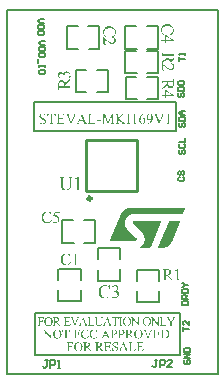
<source format=gto>
*
%LPD*%
%LNSTEVAL-MKI169V1.GTO*%
%FSLAX24Y24*%
%MOIN*%
%AD*%
%ADD14C,0.01*%
%ADD20C,0.01181*%
%ADD22C,0.00787*%
%ADD23C,0.00551*%
%ADD24C,0.007*%
%ADD115C,0.055*%
G54D14*
%SRX1Y1I0.0J0.0*%
G1X56700Y39356D2*
G1X56700Y41054D1*
G1X58398Y39356D2*
G1X58398Y41054D1*
G1X56700Y41054D2*
G1X58398Y41054D1*
G1X56700Y39356D2*
G1X58398Y39356D1*
G1X56867Y39103D2*
G75*
G54D20*
G3X56867Y39103I-62J0D1*
G74*
G1X55893Y38367D2*
G54D22*
G1X56257Y38367D1*
G1X56611Y38367D2*
G1X56975Y38367D1*
G1X56975Y37629D2*
G1X56975Y38367D1*
G1X56611Y37629D2*
G1X56975Y37629D1*
G1X55893Y37639D2*
G1X55893Y38367D1*
G1X55893Y37629D2*
G1X56268Y37629D1*
G1X55766Y36378D2*
G1X55766Y36753D1*
G1X55776Y36753D2*
G1X56504Y36753D1*
G1X55766Y35671D2*
G1X55766Y36035D1*
G1X55766Y35671D2*
G1X56504Y35671D1*
G1X56504Y36035D1*
G1X56504Y36389D2*
G1X56504Y36753D1*
G1X56757Y44837D2*
G1X57133Y44837D1*
G1X57133Y44099D2*
G1X57133Y44827D1*
G1X56051Y44837D2*
G1X56414Y44837D1*
G1X56050Y44099D2*
G1X56050Y44837D1*
G1X56050Y44099D2*
G1X56414Y44099D1*
G1X56769Y44099D2*
G1X57133Y44099D1*
G1X57829Y36365D2*
G1X57829Y36740D1*
G1X57091Y36365D2*
G1X57819Y36365D1*
G1X57829Y37083D2*
G1X57829Y37447D1*
G1X57091Y37447D2*
G1X57829Y37447D1*
G1X57091Y37083D2*
G1X57091Y37447D1*
G1X57091Y36365D2*
G1X57091Y36729D1*
G1X58387Y36347D2*
G1X58387Y36723D1*
G1X58397Y36723D2*
G1X59125Y36723D1*
G1X58387Y35641D2*
G1X58387Y36005D1*
G1X58387Y35640D2*
G1X59125Y35640D1*
G1X59125Y36005D1*
G1X59125Y36359D2*
G1X59125Y36723D1*
G1X57992Y44097D2*
G1X58368Y44097D1*
G1X57992Y44107D2*
G1X57992Y44836D1*
G1X58711Y44097D2*
G1X59075Y44097D1*
G1X59075Y44098D2*
G1X59075Y44836D1*
G1X58711Y44836D2*
G1X59075Y44836D1*
G1X57992Y44836D2*
G1X58356Y44836D1*
G1X58003Y43163D2*
G1X58367Y43163D1*
G1X58721Y43163D2*
G1X59086Y43163D1*
G1X59086Y42425D2*
G1X59086Y43163D1*
G1X58722Y42425D2*
G1X59085Y42425D1*
G1X58003Y42435D2*
G1X58003Y43163D1*
G1X58003Y42425D2*
G1X58379Y42425D1*
G1X57054Y42656D2*
G1X57418Y42656D1*
G1X56336Y42656D2*
G1X56700Y42656D1*
G1X56336Y42656D2*
G1X56336Y43394D1*
G1X56336Y43394D2*
G1X56700Y43394D1*
G1X57418Y42656D2*
G1X57418Y43384D1*
G1X57043Y43394D2*
G1X57418Y43394D1*
G1X57997Y44005D2*
G1X58361Y44005D1*
G1X58716Y44005D2*
G1X59080Y44005D1*
G1X59080Y43267D2*
G1X59080Y44005D1*
G1X58716Y43267D2*
G1X59080Y43267D1*
G1X57997Y43277D2*
G1X57997Y44005D1*
G1X57997Y43267D2*
G1X58373Y43267D1*
G1X59060Y33725D2*
G54D24*
G1X58977Y33725D1*
G1X59019Y33725D1*
G1X59019Y33517D1*
G1X58977Y33475D1*
G1X58936Y33475D1*
G1X58894Y33517D1*
G1X59144Y33475D2*
G1X59144Y33725D1*
G1X59269Y33725D1*
G1X59310Y33684D1*
G1X59310Y33600D1*
G1X59269Y33559D1*
G1X59144Y33559D1*
G1X59560Y33475D2*
G1X59394Y33475D1*
G1X59560Y33642D1*
G1X59560Y33684D1*
G1X59519Y33725D1*
G1X59435Y33725D1*
G1X59394Y33684D1*
G1X55411Y33710D2*
G1X55328Y33710D1*
G1X55370Y33710D1*
G1X55370Y33502D1*
G1X55328Y33460D1*
G1X55286Y33460D1*
G1X55245Y33502D1*
G1X55495Y33460D2*
G1X55495Y33710D1*
G1X55620Y33710D1*
G1X55661Y33668D1*
G1X55661Y33585D1*
G1X55620Y33543D1*
G1X55495Y33543D1*
G1X55745Y33460D2*
G1X55828Y33460D1*
G1X55786Y33460D1*
G1X55786Y33710D1*
G1X55745Y33668D1*
G1X59993Y33701D2*
G1X59960Y33668D1*
G1X59960Y33601D1*
G1X59993Y33568D1*
G1X60127Y33568D1*
G1X60160Y33601D1*
G1X60160Y33668D1*
G1X60127Y33701D1*
G1X60060Y33701D1*
G1X60060Y33634D1*
G1X60160Y33768D2*
G1X59960Y33768D1*
G1X60160Y33901D1*
G1X59960Y33901D1*
G1X59960Y33968D2*
G1X60160Y33968D1*
G1X60160Y34068D1*
G1X60127Y34101D1*
G1X59993Y34101D1*
G1X59960Y34068D1*
G1X59960Y33968D1*
G1X55298Y45099D2*
G1X55165Y45099D1*
G1X55098Y45032D1*
G1X55165Y44966D1*
G1X55298Y44966D1*
G1X55298Y44899D2*
G1X55098Y44899D1*
G1X55098Y44799D1*
G1X55131Y44766D1*
G1X55265Y44766D1*
G1X55298Y44799D1*
G1X55298Y44899D1*
G1X55298Y44699D2*
G1X55098Y44699D1*
G1X55098Y44599D1*
G1X55131Y44566D1*
G1X55265Y44566D1*
G1X55298Y44599D1*
G1X55298Y44699D1*
G1X55308Y44334D2*
G1X55175Y44334D1*
G1X55108Y44267D1*
G1X55175Y44201D1*
G1X55308Y44201D1*
G1X55308Y44134D2*
G1X55108Y44134D1*
G1X55108Y44034D1*
G1X55141Y44001D1*
G1X55275Y44001D1*
G1X55308Y44034D1*
G1X55308Y44134D1*
G1X55308Y43934D2*
G1X55108Y43934D1*
G1X55108Y43834D1*
G1X55141Y43801D1*
G1X55275Y43801D1*
G1X55308Y43834D1*
G1X55308Y43934D1*
G1X55075Y43734D2*
G1X55075Y43601D1*
G1X55308Y43534D2*
G1X55308Y43468D1*
G1X55308Y43501D1*
G1X55108Y43501D1*
G1X55108Y43534D1*
G1X55108Y43468D1*
G1X55308Y43268D2*
G1X55308Y43334D1*
G1X55275Y43368D1*
G1X55141Y43368D1*
G1X55108Y43334D1*
G1X55108Y43268D1*
G1X55141Y43234D1*
G1X55275Y43234D1*
G1X55308Y43268D1*
G1X59924Y34668D2*
G1X59924Y34801D1*
G1X59924Y34735D1*
G1X60124Y34735D1*
G1X60124Y35001D2*
G1X60124Y34868D1*
G1X59991Y35001D1*
G1X59957Y35001D1*
G1X59924Y34968D1*
G1X59924Y34901D1*
G1X59957Y34868D1*
G1X59884Y35539D2*
G1X60084Y35539D1*
G1X60084Y35639D1*
G1X60050Y35673D1*
G1X59917Y35673D1*
G1X59884Y35639D1*
G1X59884Y35539D1*
G1X60084Y35739D2*
G1X59884Y35739D1*
G1X59884Y35839D1*
G1X59917Y35873D1*
G1X59984Y35873D1*
G1X60017Y35839D1*
G1X60017Y35739D1*
G1X60017Y35806D2*
G1X60084Y35873D1*
G1X59884Y35939D2*
G1X60084Y35939D1*
G1X60084Y36039D1*
G1X60050Y36073D1*
G1X59917Y36073D1*
G1X59884Y36039D1*
G1X59884Y35939D1*
G1X59884Y36139D2*
G1X59917Y36139D1*
G1X59984Y36206D1*
G1X59917Y36273D1*
G1X59884Y36273D1*
G1X59984Y36206D2*
G1X60084Y36206D1*
G1X59801Y39819D2*
G1X59767Y39786D1*
G1X59767Y39719D1*
G1X59801Y39686D1*
G1X59934Y39686D1*
G1X59967Y39719D1*
G1X59967Y39786D1*
G1X59934Y39819D1*
G1X59801Y40019D2*
G1X59767Y39986D1*
G1X59767Y39919D1*
G1X59801Y39886D1*
G1X59834Y39886D1*
G1X59867Y39919D1*
G1X59867Y39986D1*
G1X59901Y40019D1*
G1X59934Y40019D1*
G1X59967Y39986D1*
G1X59967Y39919D1*
G1X59934Y39886D1*
G1X59825Y40704D2*
G1X59791Y40671D1*
G1X59791Y40604D1*
G1X59825Y40571D1*
G1X59858Y40571D1*
G1X59891Y40604D1*
G1X59891Y40671D1*
G1X59925Y40704D1*
G1X59958Y40704D1*
G1X59991Y40671D1*
G1X59991Y40604D1*
G1X59958Y40571D1*
G1X59825Y40904D2*
G1X59791Y40871D1*
G1X59791Y40804D1*
G1X59825Y40771D1*
G1X59958Y40771D1*
G1X59991Y40804D1*
G1X59991Y40871D1*
G1X59958Y40904D1*
G1X59791Y40971D2*
G1X59991Y40971D1*
G1X59991Y41104D1*
G1X59811Y41604D2*
G1X59777Y41571D1*
G1X59777Y41504D1*
G1X59811Y41471D1*
G1X59844Y41471D1*
G1X59877Y41504D1*
G1X59877Y41571D1*
G1X59911Y41604D1*
G1X59944Y41604D1*
G1X59977Y41571D1*
G1X59977Y41504D1*
G1X59944Y41471D1*
G1X59777Y41671D2*
G1X59977Y41671D1*
G1X59977Y41771D1*
G1X59944Y41804D1*
G1X59811Y41804D1*
G1X59777Y41771D1*
G1X59777Y41671D1*
G1X59977Y41871D2*
G1X59844Y41871D1*
G1X59777Y41937D1*
G1X59844Y42004D1*
G1X59977Y42004D1*
G1X59877Y42004D1*
G1X59877Y41871D1*
G1X59791Y42622D2*
G1X59757Y42589D1*
G1X59757Y42522D1*
G1X59791Y42489D1*
G1X59824Y42489D1*
G1X59857Y42522D1*
G1X59857Y42589D1*
G1X59891Y42622D1*
G1X59924Y42622D1*
G1X59957Y42589D1*
G1X59957Y42522D1*
G1X59924Y42489D1*
G1X59757Y42689D2*
G1X59957Y42689D1*
G1X59957Y42789D1*
G1X59924Y42822D1*
G1X59791Y42822D1*
G1X59757Y42789D1*
G1X59757Y42689D1*
G1X59757Y42989D2*
G1X59757Y42922D1*
G1X59791Y42889D1*
G1X59924Y42889D1*
G1X59957Y42922D1*
G1X59957Y42989D1*
G1X59924Y43022D1*
G1X59791Y43022D1*
G1X59757Y42989D1*
G1X59787Y43667D2*
G1X59787Y43801D1*
G1X59787Y43734D1*
G1X59987Y43734D1*
G1X59987Y43867D2*
G1X59987Y43934D1*
G1X59987Y43901D1*
G1X59787Y43901D1*
G1X59821Y43867D1*
G1X54035Y33261D2*
G54D22*
G1X54035Y45391D1*
G1X61075Y45391D1*
G1X61075Y33261D1*
G1X54035Y33261D1*
G54D10*
G36*
G1X57480Y36069D2*
G1X57469Y36069D1*
G1X57467Y36076D1*
G1X57465Y36082D1*
G1X57462Y36089D1*
G1X57460Y36095D1*
G1X57458Y36100D1*
G1X57456Y36106D1*
G1X57454Y36110D1*
G1X57452Y36117D1*
G1X57447Y36121D1*
G1X57445Y36126D1*
G1X57443Y36132D1*
G1X57438Y36137D1*
G1X57436Y36141D1*
G1X57432Y36145D1*
G1X57430Y36147D1*
G1X57425Y36152D1*
G1X57423Y36156D1*
G1X57419Y36158D1*
G1X57417Y36163D1*
G1X57412Y36165D1*
G1X57408Y36167D1*
G1X57406Y36171D1*
G1X57402Y36173D1*
G1X57397Y36176D1*
G1X57395Y36178D1*
G1X57391Y36180D1*
G1X57386Y36182D1*
G1X57382Y36184D1*
G1X57378Y36186D1*
G1X57373Y36189D1*
G1X57369Y36189D1*
G1X57365Y36191D1*
G1X57360Y36191D1*
G1X57356Y36193D1*
G1X57352Y36193D1*
G1X57345Y36193D1*
G1X57341Y36195D1*
G1X57336Y36195D1*
G1X57330Y36195D1*
G1X57326Y36195D1*
G1X57321Y36195D1*
G1X57317Y36195D1*
G1X57313Y36195D1*
G1X57310Y36195D1*
G1X57306Y36193D1*
G1X57302Y36193D1*
G1X57297Y36193D1*
G1X57293Y36191D1*
G1X57291Y36191D1*
G1X57286Y36191D1*
G1X57282Y36189D1*
G1X57278Y36186D1*
G1X57276Y36186D1*
G1X57271Y36184D1*
G1X57267Y36182D1*
G1X57265Y36182D1*
G1X57260Y36180D1*
G1X57256Y36178D1*
G1X57254Y36176D1*
G1X57250Y36173D1*
G1X57245Y36171D1*
G1X57243Y36169D1*
G1X57239Y36167D1*
G1X57237Y36165D1*
G1X57232Y36160D1*
G1X57230Y36158D1*
G1X57228Y36156D1*
G1X57224Y36152D1*
G1X57221Y36150D1*
G1X57219Y36145D1*
G1X57217Y36141D1*
G1X57213Y36139D1*
G1X57211Y36134D1*
G1X57208Y36130D1*
G1X57206Y36126D1*
G1X57204Y36121D1*
G1X57202Y36117D1*
G1X57200Y36113D1*
G1X57197Y36108D1*
G1X57195Y36104D1*
G1X57193Y36100D1*
G1X57191Y36093D1*
G1X57191Y36089D1*
G1X57189Y36084D1*
G1X57187Y36078D1*
G1X57184Y36074D1*
G1X57184Y36067D1*
G1X57182Y36063D1*
G1X57182Y36056D1*
G1X57180Y36050D1*
G1X57180Y36043D1*
G1X57178Y36039D1*
G1X57178Y36032D1*
G1X57178Y36026D1*
G1X57178Y36019D1*
G1X57176Y36013D1*
G1X57176Y36006D1*
G1X57176Y35998D1*
G1X57176Y35991D1*
G1X57176Y35985D1*
G1X57176Y35978D1*
G1X57176Y35974D1*
G1X57176Y35967D1*
G1X57176Y35963D1*
G1X57178Y35956D1*
G1X57178Y35952D1*
G1X57178Y35948D1*
G1X57178Y35941D1*
G1X57180Y35937D1*
G1X57180Y35930D1*
G1X57182Y35926D1*
G1X57182Y35922D1*
G1X57184Y35917D1*
G1X57184Y35913D1*
G1X57187Y35906D1*
G1X57189Y35902D1*
G1X57191Y35898D1*
G1X57191Y35893D1*
G1X57193Y35889D1*
G1X57195Y35885D1*
G1X57197Y35880D1*
G1X57200Y35876D1*
G1X57202Y35872D1*
G1X57204Y35867D1*
G1X57206Y35865D1*
G1X57208Y35861D1*
G1X57211Y35856D1*
G1X57213Y35854D1*
G1X57215Y35850D1*
G1X57219Y35848D1*
G1X57221Y35843D1*
G1X57224Y35841D1*
G1X57228Y35837D1*
G1X57230Y35835D1*
G1X57234Y35833D1*
G1X57237Y35828D1*
G1X57241Y35826D1*
G1X57245Y35824D1*
G1X57247Y35822D1*
G1X57252Y35820D1*
G1X57256Y35817D1*
G1X57258Y35815D1*
G1X57263Y35813D1*
G1X57267Y35811D1*
G1X57271Y35809D1*
G1X57276Y35807D1*
G1X57280Y35807D1*
G1X57282Y35804D1*
G1X57286Y35802D1*
G1X57291Y35802D1*
G1X57295Y35800D1*
G1X57300Y35800D1*
G1X57304Y35798D1*
G1X57308Y35798D1*
G1X57313Y35798D1*
G1X57317Y35796D1*
G1X57323Y35796D1*
G1X57328Y35796D1*
G1X57332Y35796D1*
G1X57336Y35796D1*
G1X57341Y35796D1*
G1X57345Y35796D1*
G1X57349Y35796D1*
G1X57352Y35796D1*
G1X57356Y35798D1*
G1X57360Y35798D1*
G1X57365Y35798D1*
G1X57369Y35798D1*
G1X57371Y35800D1*
G1X57376Y35800D1*
G1X57380Y35800D1*
G1X57382Y35802D1*
G1X57386Y35802D1*
G1X57391Y35804D1*
G1X57393Y35807D1*
G1X57397Y35807D1*
G1X57399Y35809D1*
G1X57404Y35809D1*
G1X57406Y35811D1*
G1X57410Y35813D1*
G1X57415Y35815D1*
G1X57417Y35817D1*
G1X57421Y35820D1*
G1X57423Y35822D1*
G1X57428Y35824D1*
G1X57430Y35826D1*
G1X57434Y35830D1*
G1X57436Y35833D1*
G1X57441Y35837D1*
G1X57443Y35839D1*
G1X57447Y35843D1*
G1X57452Y35848D1*
G1X57454Y35852D1*
G1X57458Y35856D1*
G1X57462Y35861D1*
G1X57465Y35865D1*
G1X57469Y35869D1*
G1X57473Y35874D1*
G1X57475Y35880D1*
G1X57480Y35885D1*
G1X57491Y35880D1*
G1X57486Y35874D1*
G1X57484Y35869D1*
G1X57480Y35863D1*
G1X57478Y35859D1*
G1X57473Y35852D1*
G1X57471Y35848D1*
G1X57467Y35843D1*
G1X57462Y35839D1*
G1X57458Y35835D1*
G1X57456Y35830D1*
G1X57452Y35826D1*
G1X57447Y35822D1*
G1X57443Y35817D1*
G1X57441Y35815D1*
G1X57436Y35811D1*
G1X57432Y35807D1*
G1X57428Y35804D1*
G1X57423Y35802D1*
G1X57419Y35798D1*
G1X57415Y35796D1*
G1X57410Y35793D1*
G1X57406Y35791D1*
G1X57402Y35787D1*
G1X57397Y35785D1*
G1X57393Y35783D1*
G1X57386Y35780D1*
G1X57382Y35778D1*
G1X57378Y35778D1*
G1X57373Y35776D1*
G1X57367Y35776D1*
G1X57362Y35776D1*
G1X57356Y35774D1*
G1X57352Y35774D1*
G1X57347Y35772D1*
G1X57341Y35772D1*
G1X57336Y35772D1*
G1X57330Y35770D1*
G1X57323Y35770D1*
G1X57319Y35770D1*
G1X57313Y35770D1*
G1X57302Y35770D1*
G1X57291Y35770D1*
G1X57282Y35772D1*
G1X57271Y35772D1*
G1X57260Y35774D1*
G1X57252Y35776D1*
G1X57243Y35778D1*
G1X57234Y35780D1*
G1X57226Y35783D1*
G1X57217Y35787D1*
G1X57208Y35791D1*
G1X57200Y35796D1*
G1X57193Y35802D1*
G1X57184Y35807D1*
G1X57178Y35813D1*
G1X57171Y35820D1*
G1X57165Y35826D1*
G1X57158Y35833D1*
G1X57152Y35839D1*
G1X57145Y35848D1*
G1X57141Y35854D1*
G1X57137Y35859D1*
G1X57132Y35865D1*
G1X57130Y35872D1*
G1X57126Y35878D1*
G1X57124Y35885D1*
G1X57119Y35891D1*
G1X57117Y35898D1*
G1X57115Y35904D1*
G1X57113Y35911D1*
G1X57111Y35917D1*
G1X57108Y35926D1*
G1X57106Y35932D1*
G1X57106Y35939D1*
G1X57104Y35948D1*
G1X57104Y35954D1*
G1X57102Y35961D1*
G1X57102Y35969D1*
G1X57102Y35976D1*
G1X57102Y35985D1*
G1X57102Y35991D1*
G1X57102Y35998D1*
G1X57102Y36004D1*
G1X57104Y36011D1*
G1X57104Y36017D1*
G1X57104Y36024D1*
G1X57106Y36028D1*
G1X57106Y36034D1*
G1X57108Y36041D1*
G1X57108Y36048D1*
G1X57111Y36052D1*
G1X57113Y36058D1*
G1X57113Y36065D1*
G1X57115Y36071D1*
G1X57117Y36076D1*
G1X57119Y36082D1*
G1X57121Y36087D1*
G1X57126Y36093D1*
G1X57128Y36097D1*
G1X57130Y36104D1*
G1X57132Y36108D1*
G1X57137Y36115D1*
G1X57139Y36119D1*
G1X57143Y36126D1*
G1X57148Y36130D1*
G1X57150Y36134D1*
G1X57154Y36139D1*
G1X57158Y36143D1*
G1X57161Y36147D1*
G1X57165Y36152D1*
G1X57169Y36156D1*
G1X57174Y36160D1*
G1X57178Y36163D1*
G1X57182Y36167D1*
G1X57187Y36171D1*
G1X57191Y36173D1*
G1X57195Y36178D1*
G1X57200Y36180D1*
G1X57206Y36184D1*
G1X57211Y36186D1*
G1X57215Y36189D1*
G1X57221Y36193D1*
G1X57226Y36195D1*
G1X57230Y36197D1*
G1X57237Y36199D1*
G1X57241Y36202D1*
G1X57247Y36204D1*
G1X57252Y36206D1*
G1X57258Y36208D1*
G1X57263Y36210D1*
G1X57269Y36210D1*
G1X57273Y36213D1*
G1X57280Y36213D1*
G1X57286Y36215D1*
G1X57291Y36215D1*
G1X57297Y36215D1*
G1X57304Y36217D1*
G1X57308Y36217D1*
G1X57315Y36217D1*
G1X57321Y36217D1*
G1X57326Y36217D1*
G1X57330Y36217D1*
G1X57334Y36217D1*
G1X57339Y36217D1*
G1X57345Y36215D1*
G1X57349Y36215D1*
G1X57354Y36215D1*
G1X57358Y36213D1*
G1X57362Y36213D1*
G1X57367Y36210D1*
G1X57371Y36210D1*
G1X57376Y36208D1*
G1X57380Y36206D1*
G1X57384Y36206D1*
G1X57391Y36204D1*
G1X57395Y36202D1*
G1X57399Y36199D1*
G1X57404Y36197D1*
G1X57408Y36195D1*
G1X57412Y36193D1*
G1X57415Y36193D1*
G1X57415Y36191D1*
G1X57417Y36191D1*
G1X57419Y36191D1*
G1X57419Y36189D1*
G1X57421Y36189D1*
G1X57423Y36189D1*
G1X57425Y36189D1*
G1X57425Y36186D1*
G1X57428Y36186D1*
G1X57430Y36186D1*
G1X57432Y36186D1*
G1X57434Y36186D1*
G1X57436Y36186D1*
G1X57438Y36186D1*
G1X57438Y36189D1*
G1X57441Y36189D1*
G1X57443Y36189D1*
G1X57443Y36191D1*
G1X57445Y36191D1*
G1X57447Y36193D1*
G1X57449Y36195D1*
G1X57449Y36197D1*
G1X57452Y36199D1*
G1X57452Y36202D1*
G1X57454Y36204D1*
G1X57454Y36206D1*
G1X57456Y36208D1*
G1X57456Y36210D1*
G1X57456Y36213D1*
G1X57458Y36215D1*
G1X57458Y36217D1*
G1X57469Y36217D1*
G1X57480Y36069D1*
G37*
G36*
G1X57547Y36130D2*
G1X57549Y36134D1*
G1X57551Y36139D1*
G1X57551Y36143D1*
G1X57554Y36145D1*
G1X57556Y36150D1*
G1X57558Y36154D1*
G1X57560Y36158D1*
G1X57562Y36160D1*
G1X57564Y36165D1*
G1X57567Y36167D1*
G1X57569Y36171D1*
G1X57573Y36173D1*
G1X57575Y36178D1*
G1X57577Y36180D1*
G1X57580Y36182D1*
G1X57582Y36184D1*
G1X57584Y36189D1*
G1X57588Y36191D1*
G1X57590Y36193D1*
G1X57593Y36195D1*
G1X57597Y36197D1*
G1X57599Y36199D1*
G1X57601Y36202D1*
G1X57606Y36204D1*
G1X57608Y36206D1*
G1X57612Y36206D1*
G1X57617Y36208D1*
G1X57619Y36210D1*
G1X57623Y36210D1*
G1X57625Y36213D1*
G1X57630Y36213D1*
G1X57634Y36215D1*
G1X57638Y36215D1*
G1X57640Y36215D1*
G1X57645Y36217D1*
G1X57649Y36217D1*
G1X57653Y36217D1*
G1X57658Y36217D1*
G1X57662Y36217D1*
G1X57666Y36217D1*
G1X57673Y36217D1*
G1X57677Y36217D1*
G1X57682Y36215D1*
G1X57686Y36215D1*
G1X57690Y36215D1*
G1X57695Y36213D1*
G1X57699Y36210D1*
G1X57703Y36210D1*
G1X57708Y36208D1*
G1X57712Y36206D1*
G1X57714Y36204D1*
G1X57719Y36202D1*
G1X57723Y36199D1*
G1X57725Y36197D1*
G1X57729Y36195D1*
G1X57732Y36191D1*
G1X57734Y36189D1*
G1X57738Y36186D1*
G1X57740Y36182D1*
G1X57742Y36180D1*
G1X57745Y36178D1*
G1X57747Y36176D1*
G1X57749Y36173D1*
G1X57749Y36169D1*
G1X57751Y36167D1*
G1X57753Y36165D1*
G1X57753Y36163D1*
G1X57755Y36160D1*
G1X57758Y36158D1*
G1X57758Y36154D1*
G1X57758Y36152D1*
G1X57760Y36150D1*
G1X57760Y36147D1*
G1X57760Y36143D1*
G1X57762Y36141D1*
G1X57762Y36139D1*
G1X57762Y36137D1*
G1X57762Y36132D1*
G1X57762Y36130D1*
G1X57762Y36126D1*
G1X57762Y36121D1*
G1X57760Y36115D1*
G1X57760Y36110D1*
G1X57758Y36106D1*
G1X57758Y36102D1*
G1X57755Y36095D1*
G1X57753Y36091D1*
G1X57751Y36087D1*
G1X57747Y36082D1*
G1X57745Y36076D1*
G1X57740Y36071D1*
G1X57738Y36067D1*
G1X57734Y36063D1*
G1X57729Y36056D1*
G1X57725Y36052D1*
G1X57719Y36048D1*
G1X57714Y36043D1*
G1X57710Y36037D1*
G1X57703Y36032D1*
G1X57708Y36030D1*
G1X57712Y36030D1*
G1X57714Y36028D1*
G1X57719Y36026D1*
G1X57723Y36024D1*
G1X57725Y36021D1*
G1X57729Y36019D1*
G1X57732Y36017D1*
G1X57736Y36015D1*
G1X57738Y36015D1*
G1X57740Y36011D1*
G1X57745Y36008D1*
G1X57747Y36006D1*
G1X57749Y36004D1*
G1X57753Y36002D1*
G1X57755Y36000D1*
G1X57758Y35998D1*
G1X57760Y35995D1*
G1X57762Y35991D1*
G1X57764Y35989D1*
G1X57766Y35987D1*
G1X57768Y35982D1*
G1X57768Y35980D1*
G1X57771Y35976D1*
G1X57773Y35974D1*
G1X57775Y35969D1*
G1X57775Y35967D1*
G1X57777Y35963D1*
G1X57777Y35961D1*
G1X57779Y35956D1*
G1X57779Y35952D1*
G1X57782Y35950D1*
G1X57782Y35945D1*
G1X57782Y35941D1*
G1X57782Y35939D1*
G1X57784Y35935D1*
G1X57784Y35930D1*
G1X57784Y35928D1*
G1X57784Y35924D1*
G1X57784Y35919D1*
G1X57784Y35913D1*
G1X57784Y35909D1*
G1X57784Y35902D1*
G1X57782Y35898D1*
G1X57782Y35893D1*
G1X57782Y35887D1*
G1X57779Y35883D1*
G1X57777Y35876D1*
G1X57777Y35872D1*
G1X57775Y35867D1*
G1X57773Y35863D1*
G1X57771Y35859D1*
G1X57768Y35854D1*
G1X57766Y35850D1*
G1X57764Y35846D1*
G1X57762Y35841D1*
G1X57758Y35837D1*
G1X57755Y35833D1*
G1X57753Y35828D1*
G1X57749Y35824D1*
G1X57745Y35820D1*
G1X57738Y35813D1*
G1X57734Y35809D1*
G1X57727Y35804D1*
G1X57723Y35800D1*
G1X57716Y35796D1*
G1X57710Y35793D1*
G1X57706Y35789D1*
G1X57699Y35787D1*
G1X57692Y35783D1*
G1X57684Y35780D1*
G1X57677Y35778D1*
G1X57671Y35776D1*
G1X57662Y35776D1*
G1X57656Y35776D1*
G1X57647Y35774D1*
G1X57640Y35774D1*
G1X57632Y35772D1*
G1X57623Y35772D1*
G1X57614Y35772D1*
G1X57610Y35772D1*
G1X57606Y35772D1*
G1X57601Y35772D1*
G1X57597Y35772D1*
G1X57595Y35772D1*
G1X57590Y35772D1*
G1X57586Y35774D1*
G1X57584Y35774D1*
G1X57580Y35774D1*
G1X57577Y35774D1*
G1X57575Y35776D1*
G1X57571Y35776D1*
G1X57569Y35776D1*
G1X57567Y35776D1*
G1X57564Y35776D1*
G1X57562Y35776D1*
G1X57560Y35778D1*
G1X57558Y35778D1*
G1X57556Y35780D1*
G1X57554Y35780D1*
G1X57551Y35780D1*
G1X57551Y35783D1*
G1X57549Y35785D1*
G1X57547Y35785D1*
G1X57547Y35787D1*
G1X57545Y35787D1*
G1X57545Y35789D1*
G1X57543Y35791D1*
G1X57541Y35793D1*
G1X57541Y35796D1*
G1X57538Y35798D1*
G1X57538Y35800D1*
G1X57538Y35802D1*
G1X57538Y35804D1*
G1X57538Y35807D1*
G1X57538Y35809D1*
G1X57538Y35811D1*
G1X57541Y35811D1*
G1X57541Y35813D1*
G1X57541Y35815D1*
G1X57543Y35815D1*
G1X57543Y35817D1*
G1X57545Y35820D1*
G1X57547Y35822D1*
G1X57549Y35822D1*
G1X57549Y35824D1*
G1X57551Y35824D1*
G1X57554Y35824D1*
G1X57556Y35824D1*
G1X57556Y35826D1*
G1X57558Y35826D1*
G1X57560Y35826D1*
G1X57562Y35826D1*
G1X57564Y35826D1*
G1X57567Y35826D1*
G1X57569Y35826D1*
G1X57571Y35826D1*
G1X57573Y35826D1*
G1X57575Y35826D1*
G1X57575Y35824D1*
G1X57577Y35824D1*
G1X57580Y35824D1*
G1X57582Y35824D1*
G1X57582Y35822D1*
G1X57584Y35822D1*
G1X57586Y35822D1*
G1X57588Y35820D1*
G1X57590Y35820D1*
G1X57593Y35817D1*
G1X57595Y35817D1*
G1X57597Y35815D1*
G1X57599Y35815D1*
G1X57601Y35813D1*
G1X57603Y35813D1*
G1X57606Y35813D1*
G1X57608Y35811D1*
G1X57610Y35811D1*
G1X57610Y35809D1*
G1X57612Y35809D1*
G1X57614Y35807D1*
G1X57617Y35807D1*
G1X57619Y35807D1*
G1X57621Y35804D1*
G1X57623Y35804D1*
G1X57625Y35804D1*
G1X57625Y35802D1*
G1X57627Y35802D1*
G1X57630Y35802D1*
G1X57632Y35802D1*
G1X57634Y35802D1*
G1X57636Y35800D1*
G1X57638Y35800D1*
G1X57640Y35800D1*
G1X57643Y35800D1*
G1X57643Y35798D1*
G1X57645Y35798D1*
G1X57647Y35798D1*
G1X57649Y35798D1*
G1X57651Y35798D1*
G1X57653Y35798D1*
G1X57656Y35798D1*
G1X57658Y35798D1*
G1X57662Y35798D1*
G1X57664Y35798D1*
G1X57669Y35798D1*
G1X57671Y35800D1*
G1X57675Y35800D1*
G1X57677Y35800D1*
G1X57679Y35802D1*
G1X57684Y35802D1*
G1X57686Y35804D1*
G1X57688Y35807D1*
G1X57692Y35807D1*
G1X57695Y35809D1*
G1X57697Y35811D1*
G1X57699Y35813D1*
G1X57701Y35815D1*
G1X57706Y35817D1*
G1X57708Y35820D1*
G1X57710Y35822D1*
G1X57712Y35824D1*
G1X57714Y35826D1*
G1X57716Y35828D1*
G1X57719Y35830D1*
G1X57721Y35835D1*
G1X57723Y35837D1*
G1X57725Y35839D1*
G1X57725Y35841D1*
G1X57727Y35846D1*
G1X57729Y35848D1*
G1X57729Y35850D1*
G1X57732Y35854D1*
G1X57732Y35856D1*
G1X57734Y35859D1*
G1X57734Y35863D1*
G1X57734Y35865D1*
G1X57736Y35869D1*
G1X57736Y35872D1*
G1X57736Y35876D1*
G1X57736Y35878D1*
G1X57736Y35883D1*
G1X57736Y35885D1*
G1X57736Y35887D1*
G1X57736Y35889D1*
G1X57736Y35891D1*
G1X57736Y35896D1*
G1X57736Y35898D1*
G1X57734Y35900D1*
G1X57734Y35902D1*
G1X57734Y35904D1*
G1X57734Y35906D1*
G1X57732Y35909D1*
G1X57732Y35911D1*
G1X57732Y35913D1*
G1X57732Y35915D1*
G1X57729Y35919D1*
G1X57729Y35922D1*
G1X57727Y35924D1*
G1X57727Y35926D1*
G1X57725Y35928D1*
G1X57725Y35930D1*
G1X57725Y35932D1*
G1X57723Y35935D1*
G1X57721Y35937D1*
G1X57721Y35939D1*
G1X57721Y35941D1*
G1X57719Y35941D1*
G1X57719Y35943D1*
G1X57716Y35945D1*
G1X57716Y35948D1*
G1X57714Y35950D1*
G1X57712Y35952D1*
G1X57712Y35954D1*
G1X57710Y35954D1*
G1X57710Y35956D1*
G1X57708Y35956D1*
G1X57708Y35958D1*
G1X57706Y35961D1*
G1X57703Y35963D1*
G1X57701Y35963D1*
G1X57699Y35965D1*
G1X57697Y35965D1*
G1X57697Y35967D1*
G1X57695Y35967D1*
G1X57692Y35969D1*
G1X57690Y35972D1*
G1X57688Y35972D1*
G1X57686Y35972D1*
G1X57684Y35974D1*
G1X57682Y35974D1*
G1X57679Y35976D1*
G1X57677Y35976D1*
G1X57675Y35978D1*
G1X57673Y35978D1*
G1X57671Y35980D1*
G1X57669Y35980D1*
G1X57666Y35980D1*
G1X57664Y35982D1*
G1X57662Y35982D1*
G1X57660Y35985D1*
G1X57658Y35985D1*
G1X57653Y35987D1*
G1X57651Y35987D1*
G1X57649Y35987D1*
G1X57647Y35987D1*
G1X57645Y35989D1*
G1X57643Y35989D1*
G1X57640Y35989D1*
G1X57638Y35989D1*
G1X57636Y35991D1*
G1X57634Y35991D1*
G1X57630Y35991D1*
G1X57627Y35991D1*
G1X57625Y35991D1*
G1X57623Y35991D1*
G1X57621Y35991D1*
G1X57610Y35991D1*
G1X57610Y36000D1*
G1X57612Y36000D1*
G1X57614Y36000D1*
G1X57619Y36000D1*
G1X57621Y36002D1*
G1X57623Y36002D1*
G1X57625Y36002D1*
G1X57627Y36002D1*
G1X57632Y36004D1*
G1X57634Y36004D1*
G1X57636Y36006D1*
G1X57638Y36006D1*
G1X57640Y36006D1*
G1X57645Y36008D1*
G1X57647Y36008D1*
G1X57649Y36011D1*
G1X57651Y36011D1*
G1X57653Y36013D1*
G1X57658Y36015D1*
G1X57660Y36015D1*
G1X57662Y36017D1*
G1X57664Y36019D1*
G1X57666Y36019D1*
G1X57669Y36021D1*
G1X57671Y36024D1*
G1X57673Y36026D1*
G1X57675Y36026D1*
G1X57677Y36028D1*
G1X57679Y36030D1*
G1X57682Y36032D1*
G1X57684Y36034D1*
G1X57686Y36037D1*
G1X57688Y36039D1*
G1X57690Y36041D1*
G1X57692Y36043D1*
G1X57692Y36045D1*
G1X57695Y36048D1*
G1X57697Y36050D1*
G1X57697Y36052D1*
G1X57699Y36054D1*
G1X57699Y36056D1*
G1X57701Y36058D1*
G1X57701Y36061D1*
G1X57703Y36063D1*
G1X57703Y36065D1*
G1X57706Y36067D1*
G1X57706Y36069D1*
G1X57706Y36071D1*
G1X57706Y36074D1*
G1X57708Y36076D1*
G1X57708Y36078D1*
G1X57708Y36080D1*
G1X57708Y36082D1*
G1X57710Y36084D1*
G1X57710Y36089D1*
G1X57710Y36091D1*
G1X57710Y36093D1*
G1X57710Y36095D1*
G1X57710Y36097D1*
G1X57710Y36100D1*
G1X57710Y36102D1*
G1X57710Y36106D1*
G1X57710Y36108D1*
G1X57710Y36113D1*
G1X57708Y36115D1*
G1X57708Y36119D1*
G1X57708Y36121D1*
G1X57708Y36123D1*
G1X57706Y36126D1*
G1X57706Y36130D1*
G1X57703Y36132D1*
G1X57703Y36134D1*
G1X57701Y36137D1*
G1X57701Y36141D1*
G1X57699Y36143D1*
G1X57697Y36145D1*
G1X57695Y36147D1*
G1X57695Y36150D1*
G1X57692Y36152D1*
G1X57690Y36154D1*
G1X57688Y36156D1*
G1X57686Y36158D1*
G1X57684Y36158D1*
G1X57682Y36160D1*
G1X57679Y36163D1*
G1X57677Y36165D1*
G1X57675Y36165D1*
G1X57671Y36167D1*
G1X57669Y36167D1*
G1X57666Y36169D1*
G1X57664Y36169D1*
G1X57662Y36171D1*
G1X57658Y36171D1*
G1X57656Y36171D1*
G1X57653Y36171D1*
G1X57649Y36173D1*
G1X57647Y36173D1*
G1X57645Y36173D1*
G1X57640Y36173D1*
G1X57638Y36173D1*
G1X57634Y36173D1*
G1X57627Y36173D1*
G1X57623Y36171D1*
G1X57619Y36171D1*
G1X57614Y36171D1*
G1X57610Y36169D1*
G1X57606Y36167D1*
G1X57601Y36165D1*
G1X57597Y36163D1*
G1X57593Y36160D1*
G1X57588Y36158D1*
G1X57584Y36154D1*
G1X57580Y36152D1*
G1X57577Y36147D1*
G1X57573Y36145D1*
G1X57569Y36141D1*
G1X57567Y36137D1*
G1X57562Y36132D1*
G1X57560Y36126D1*
G1X57556Y36121D1*
G1X57545Y36126D1*
G1X57547Y36130D1*
G37*
G36*
G1X56095Y39811D2*
G1X56244Y39811D1*
G1X56244Y39800D1*
G1X56229Y39800D1*
G1X56227Y39800D1*
G1X56225Y39800D1*
G1X56223Y39800D1*
G1X56218Y39800D1*
G1X56216Y39798D1*
G1X56214Y39798D1*
G1X56212Y39798D1*
G1X56210Y39796D1*
G1X56207Y39796D1*
G1X56205Y39794D1*
G1X56203Y39792D1*
G1X56201Y39792D1*
G1X56199Y39789D1*
G1X56197Y39787D1*
G1X56194Y39785D1*
G1X56192Y39783D1*
G1X56192Y39781D1*
G1X56190Y39779D1*
G1X56188Y39776D1*
G1X56188Y39774D1*
G1X56188Y39772D1*
G1X56186Y39772D1*
G1X56186Y39770D1*
G1X56186Y39768D1*
G1X56186Y39766D1*
G1X56186Y39763D1*
G1X56186Y39761D1*
G1X56184Y39759D1*
G1X56184Y39757D1*
G1X56184Y39755D1*
G1X56184Y39750D1*
G1X56184Y39748D1*
G1X56184Y39746D1*
G1X56184Y39742D1*
G1X56184Y39740D1*
G1X56184Y39735D1*
G1X56184Y39559D1*
G1X56184Y39553D1*
G1X56184Y39546D1*
G1X56184Y39540D1*
G1X56184Y39535D1*
G1X56184Y39529D1*
G1X56181Y39522D1*
G1X56181Y39518D1*
G1X56181Y39512D1*
G1X56181Y39507D1*
G1X56181Y39501D1*
G1X56179Y39496D1*
G1X56179Y39492D1*
G1X56177Y39485D1*
G1X56177Y39481D1*
G1X56177Y39477D1*
G1X56175Y39472D1*
G1X56175Y39468D1*
G1X56173Y39466D1*
G1X56173Y39462D1*
G1X56171Y39457D1*
G1X56168Y39453D1*
G1X56168Y39451D1*
G1X56166Y39446D1*
G1X56164Y39444D1*
G1X56162Y39440D1*
G1X56160Y39438D1*
G1X56157Y39433D1*
G1X56155Y39431D1*
G1X56153Y39427D1*
G1X56151Y39425D1*
G1X56149Y39423D1*
G1X56147Y39418D1*
G1X56144Y39416D1*
G1X56140Y39414D1*
G1X56138Y39410D1*
G1X56134Y39407D1*
G1X56131Y39405D1*
G1X56127Y39401D1*
G1X56125Y39399D1*
G1X56121Y39396D1*
G1X56116Y39394D1*
G1X56112Y39392D1*
G1X56108Y39390D1*
G1X56103Y39388D1*
G1X56099Y39386D1*
G1X56095Y39383D1*
G1X56090Y39381D1*
G1X56086Y39379D1*
G1X56079Y39379D1*
G1X56075Y39379D1*
G1X56071Y39377D1*
G1X56064Y39377D1*
G1X56060Y39375D1*
G1X56053Y39375D1*
G1X56047Y39375D1*
G1X56042Y39373D1*
G1X56036Y39373D1*
G1X56029Y39373D1*
G1X56023Y39373D1*
G1X56016Y39373D1*
G1X56010Y39373D1*
G1X56003Y39373D1*
G1X55997Y39373D1*
G1X55990Y39373D1*
G1X55984Y39375D1*
G1X55977Y39375D1*
G1X55971Y39375D1*
G1X55966Y39377D1*
G1X55960Y39377D1*
G1X55956Y39379D1*
G1X55949Y39379D1*
G1X55945Y39379D1*
G1X55940Y39381D1*
G1X55936Y39381D1*
G1X55930Y39383D1*
G1X55925Y39386D1*
G1X55921Y39388D1*
G1X55919Y39390D1*
G1X55914Y39392D1*
G1X55910Y39394D1*
G1X55906Y39396D1*
G1X55903Y39399D1*
G1X55899Y39403D1*
G1X55897Y39405D1*
G1X55893Y39407D1*
G1X55890Y39412D1*
G1X55886Y39414D1*
G1X55884Y39418D1*
G1X55882Y39420D1*
G1X55880Y39425D1*
G1X55875Y39427D1*
G1X55873Y39431D1*
G1X55871Y39436D1*
G1X55869Y39438D1*
G1X55867Y39442D1*
G1X55864Y39446D1*
G1X55862Y39449D1*
G1X55860Y39453D1*
G1X55860Y39457D1*
G1X55858Y39462D1*
G1X55858Y39464D1*
G1X55856Y39468D1*
G1X55856Y39470D1*
G1X55854Y39475D1*
G1X55854Y39479D1*
G1X55851Y39483D1*
G1X55851Y39488D1*
G1X55851Y39492D1*
G1X55851Y39496D1*
G1X55849Y39503D1*
G1X55849Y39507D1*
G1X55849Y39514D1*
G1X55849Y39518D1*
G1X55847Y39525D1*
G1X55847Y39531D1*
G1X55847Y39538D1*
G1X55847Y39544D1*
G1X55847Y39551D1*
G1X55847Y39559D1*
G1X55847Y39566D1*
G1X55847Y39735D1*
G1X55847Y39740D1*
G1X55847Y39742D1*
G1X55847Y39746D1*
G1X55847Y39750D1*
G1X55847Y39753D1*
G1X55847Y39757D1*
G1X55845Y39759D1*
G1X55845Y39761D1*
G1X55845Y39766D1*
G1X55845Y39768D1*
G1X55843Y39770D1*
G1X55843Y39772D1*
G1X55843Y39774D1*
G1X55843Y39776D1*
G1X55840Y39779D1*
G1X55840Y39781D1*
G1X55838Y39783D1*
G1X55838Y39785D1*
G1X55836Y39785D1*
G1X55836Y39787D1*
G1X55834Y39789D1*
G1X55832Y39792D1*
G1X55830Y39794D1*
G1X55827Y39794D1*
G1X55825Y39796D1*
G1X55823Y39796D1*
G1X55823Y39798D1*
G1X55821Y39798D1*
G1X55819Y39798D1*
G1X55817Y39798D1*
G1X55814Y39798D1*
G1X55812Y39800D1*
G1X55810Y39800D1*
G1X55808Y39800D1*
G1X55806Y39800D1*
G1X55804Y39800D1*
G1X55801Y39800D1*
G1X55786Y39800D1*
G1X55786Y39811D1*
G1X55969Y39811D1*
G1X55969Y39800D1*
G1X55953Y39800D1*
G1X55951Y39800D1*
G1X55949Y39800D1*
G1X55947Y39800D1*
G1X55943Y39800D1*
G1X55940Y39800D1*
G1X55938Y39798D1*
G1X55936Y39798D1*
G1X55934Y39796D1*
G1X55932Y39796D1*
G1X55930Y39796D1*
G1X55927Y39794D1*
G1X55925Y39794D1*
G1X55925Y39792D1*
G1X55923Y39792D1*
G1X55921Y39789D1*
G1X55921Y39787D1*
G1X55919Y39787D1*
G1X55919Y39785D1*
G1X55916Y39783D1*
G1X55916Y39781D1*
G1X55914Y39781D1*
G1X55914Y39779D1*
G1X55912Y39776D1*
G1X55912Y39774D1*
G1X55912Y39772D1*
G1X55910Y39770D1*
G1X55910Y39768D1*
G1X55910Y39766D1*
G1X55910Y39763D1*
G1X55910Y39761D1*
G1X55908Y39757D1*
G1X55908Y39755D1*
G1X55908Y39753D1*
G1X55908Y39748D1*
G1X55908Y39746D1*
G1X55908Y39742D1*
G1X55908Y39740D1*
G1X55908Y39735D1*
G1X55908Y39548D1*
G1X55908Y39546D1*
G1X55908Y39544D1*
G1X55908Y39540D1*
G1X55908Y39538D1*
G1X55908Y39535D1*
G1X55908Y39533D1*
G1X55908Y39529D1*
G1X55908Y39527D1*
G1X55908Y39525D1*
G1X55910Y39520D1*
G1X55910Y39518D1*
G1X55910Y39516D1*
G1X55910Y39512D1*
G1X55910Y39509D1*
G1X55910Y39505D1*
G1X55910Y39503D1*
G1X55910Y39499D1*
G1X55912Y39496D1*
G1X55912Y39492D1*
G1X55912Y39490D1*
G1X55912Y39488D1*
G1X55912Y39483D1*
G1X55914Y39481D1*
G1X55914Y39477D1*
G1X55914Y39475D1*
G1X55916Y39472D1*
G1X55916Y39468D1*
G1X55916Y39466D1*
G1X55919Y39464D1*
G1X55919Y39462D1*
G1X55919Y39459D1*
G1X55921Y39457D1*
G1X55921Y39453D1*
G1X55923Y39451D1*
G1X55923Y39449D1*
G1X55925Y39446D1*
G1X55927Y39444D1*
G1X55927Y39442D1*
G1X55930Y39440D1*
G1X55932Y39438D1*
G1X55932Y39436D1*
G1X55934Y39436D1*
G1X55936Y39433D1*
G1X55936Y39431D1*
G1X55938Y39429D1*
G1X55940Y39429D1*
G1X55940Y39427D1*
G1X55943Y39425D1*
G1X55945Y39425D1*
G1X55947Y39423D1*
G1X55949Y39420D1*
G1X55949Y39418D1*
G1X55951Y39418D1*
G1X55953Y39416D1*
G1X55956Y39414D1*
G1X55958Y39414D1*
G1X55960Y39412D1*
G1X55962Y39412D1*
G1X55964Y39410D1*
G1X55966Y39410D1*
G1X55969Y39407D1*
G1X55971Y39407D1*
G1X55975Y39405D1*
G1X55977Y39405D1*
G1X55979Y39403D1*
G1X55982Y39403D1*
G1X55984Y39403D1*
G1X55988Y39403D1*
G1X55990Y39401D1*
G1X55992Y39401D1*
G1X55997Y39401D1*
G1X55999Y39401D1*
G1X56001Y39399D1*
G1X56005Y39399D1*
G1X56008Y39399D1*
G1X56012Y39399D1*
G1X56014Y39399D1*
G1X56019Y39399D1*
G1X56021Y39399D1*
G1X56025Y39399D1*
G1X56029Y39399D1*
G1X56034Y39399D1*
G1X56038Y39399D1*
G1X56042Y39401D1*
G1X56047Y39401D1*
G1X56049Y39401D1*
G1X56053Y39401D1*
G1X56058Y39403D1*
G1X56062Y39403D1*
G1X56064Y39403D1*
G1X56068Y39405D1*
G1X56073Y39405D1*
G1X56077Y39407D1*
G1X56079Y39410D1*
G1X56084Y39410D1*
G1X56086Y39412D1*
G1X56090Y39412D1*
G1X56092Y39414D1*
G1X56097Y39416D1*
G1X56101Y39418D1*
G1X56103Y39420D1*
G1X56108Y39423D1*
G1X56110Y39425D1*
G1X56112Y39427D1*
G1X56116Y39429D1*
G1X56118Y39431D1*
G1X56121Y39433D1*
G1X56123Y39436D1*
G1X56125Y39438D1*
G1X56127Y39440D1*
G1X56129Y39442D1*
G1X56131Y39444D1*
G1X56134Y39449D1*
G1X56136Y39451D1*
G1X56138Y39453D1*
G1X56138Y39455D1*
G1X56140Y39457D1*
G1X56140Y39462D1*
G1X56142Y39464D1*
G1X56144Y39466D1*
G1X56144Y39470D1*
G1X56147Y39472D1*
G1X56147Y39477D1*
G1X56149Y39481D1*
G1X56149Y39485D1*
G1X56149Y39488D1*
G1X56151Y39492D1*
G1X56151Y39499D1*
G1X56151Y39503D1*
G1X56153Y39507D1*
G1X56153Y39512D1*
G1X56153Y39518D1*
G1X56153Y39525D1*
G1X56155Y39529D1*
G1X56155Y39535D1*
G1X56155Y39542D1*
G1X56155Y39548D1*
G1X56155Y39555D1*
G1X56155Y39561D1*
G1X56155Y39735D1*
G1X56155Y39740D1*
G1X56155Y39744D1*
G1X56155Y39746D1*
G1X56155Y39750D1*
G1X56155Y39755D1*
G1X56155Y39757D1*
G1X56155Y39761D1*
G1X56153Y39763D1*
G1X56153Y39766D1*
G1X56153Y39770D1*
G1X56153Y39772D1*
G1X56153Y39774D1*
G1X56151Y39776D1*
G1X56151Y39779D1*
G1X56151Y39781D1*
G1X56149Y39781D1*
G1X56149Y39783D1*
G1X56149Y39785D1*
G1X56147Y39785D1*
G1X56147Y39787D1*
G1X56144Y39789D1*
G1X56142Y39792D1*
G1X56140Y39792D1*
G1X56140Y39794D1*
G1X56138Y39794D1*
G1X56136Y39794D1*
G1X56134Y39796D1*
G1X56131Y39798D1*
G1X56129Y39798D1*
G1X56127Y39798D1*
G1X56125Y39798D1*
G1X56123Y39798D1*
G1X56121Y39800D1*
G1X56118Y39800D1*
G1X56116Y39800D1*
G1X56114Y39800D1*
G1X56112Y39800D1*
G1X56110Y39800D1*
G1X56095Y39800D1*
G1X56095Y39811D1*
G37*
G36*
G1X56433Y39820D2*
G1X56444Y39820D1*
G1X56444Y39455D1*
G1X56444Y39451D1*
G1X56444Y39449D1*
G1X56444Y39444D1*
G1X56444Y39442D1*
G1X56444Y39438D1*
G1X56444Y39436D1*
G1X56444Y39433D1*
G1X56444Y39429D1*
G1X56444Y39427D1*
G1X56444Y39425D1*
G1X56444Y39423D1*
G1X56444Y39420D1*
G1X56444Y39418D1*
G1X56446Y39416D1*
G1X56446Y39414D1*
G1X56446Y39412D1*
G1X56446Y39410D1*
G1X56446Y39407D1*
G1X56448Y39407D1*
G1X56448Y39405D1*
G1X56451Y39403D1*
G1X56453Y39403D1*
G1X56453Y39401D1*
G1X56455Y39399D1*
G1X56457Y39399D1*
G1X56457Y39396D1*
G1X56459Y39396D1*
G1X56461Y39396D1*
G1X56461Y39394D1*
G1X56464Y39394D1*
G1X56466Y39394D1*
G1X56468Y39392D1*
G1X56470Y39392D1*
G1X56472Y39392D1*
G1X56474Y39392D1*
G1X56477Y39392D1*
G1X56479Y39390D1*
G1X56481Y39390D1*
G1X56483Y39390D1*
G1X56485Y39390D1*
G1X56487Y39390D1*
G1X56490Y39390D1*
G1X56492Y39390D1*
G1X56496Y39390D1*
G1X56498Y39390D1*
G1X56498Y39379D1*
G1X56338Y39379D1*
G1X56338Y39390D1*
G1X56340Y39390D1*
G1X56344Y39390D1*
G1X56346Y39390D1*
G1X56349Y39390D1*
G1X56351Y39390D1*
G1X56353Y39390D1*
G1X56357Y39390D1*
G1X56359Y39390D1*
G1X56362Y39390D1*
G1X56364Y39390D1*
G1X56364Y39392D1*
G1X56366Y39392D1*
G1X56368Y39392D1*
G1X56370Y39392D1*
G1X56372Y39392D1*
G1X56375Y39392D1*
G1X56375Y39394D1*
G1X56377Y39394D1*
G1X56379Y39396D1*
G1X56381Y39399D1*
G1X56383Y39399D1*
G1X56383Y39401D1*
G1X56385Y39403D1*
G1X56385Y39405D1*
G1X56388Y39405D1*
G1X56388Y39407D1*
G1X56388Y39410D1*
G1X56390Y39412D1*
G1X56390Y39414D1*
G1X56390Y39416D1*
G1X56390Y39418D1*
G1X56390Y39420D1*
G1X56392Y39423D1*
G1X56392Y39427D1*
G1X56392Y39429D1*
G1X56392Y39431D1*
G1X56392Y39433D1*
G1X56392Y39438D1*
G1X56392Y39440D1*
G1X56392Y39444D1*
G1X56392Y39449D1*
G1X56392Y39451D1*
G1X56392Y39455D1*
G1X56392Y39690D1*
G1X56392Y39694D1*
G1X56392Y39698D1*
G1X56392Y39703D1*
G1X56392Y39707D1*
G1X56392Y39711D1*
G1X56392Y39713D1*
G1X56392Y39718D1*
G1X56392Y39722D1*
G1X56392Y39724D1*
G1X56392Y39726D1*
G1X56392Y39731D1*
G1X56392Y39733D1*
G1X56392Y39735D1*
G1X56392Y39740D1*
G1X56390Y39742D1*
G1X56390Y39744D1*
G1X56390Y39746D1*
G1X56390Y39748D1*
G1X56390Y39750D1*
G1X56390Y39753D1*
G1X56390Y39755D1*
G1X56388Y39755D1*
G1X56388Y39757D1*
G1X56388Y39759D1*
G1X56385Y39759D1*
G1X56385Y39761D1*
G1X56383Y39761D1*
G1X56383Y39763D1*
G1X56381Y39763D1*
G1X56379Y39766D1*
G1X56377Y39766D1*
G1X56377Y39768D1*
G1X56375Y39768D1*
G1X56372Y39768D1*
G1X56372Y39770D1*
G1X56370Y39770D1*
G1X56368Y39770D1*
G1X56366Y39770D1*
G1X56364Y39770D1*
G1X56362Y39770D1*
G1X56359Y39770D1*
G1X56357Y39768D1*
G1X56355Y39768D1*
G1X56353Y39768D1*
G1X56351Y39766D1*
G1X56349Y39766D1*
G1X56346Y39766D1*
G1X56344Y39763D1*
G1X56342Y39763D1*
G1X56340Y39761D1*
G1X56338Y39761D1*
G1X56336Y39759D1*
G1X56333Y39759D1*
G1X56329Y39770D1*
G1X56433Y39820D1*
G37*
G36*
G1X55331Y41815D2*
G1X55323Y41815D1*
G1X55323Y41818D1*
G1X55321Y41821D1*
G1X55321Y41825D1*
G1X55321Y41828D1*
G1X55320Y41832D1*
G1X55320Y41833D1*
G1X55318Y41837D1*
G1X55318Y41840D1*
G1X55316Y41842D1*
G1X55316Y41845D1*
G1X55315Y41848D1*
G1X55315Y41850D1*
G1X55313Y41853D1*
G1X55313Y41855D1*
G1X55311Y41858D1*
G1X55311Y41860D1*
G1X55310Y41862D1*
G1X55308Y41865D1*
G1X55308Y41867D1*
G1X55306Y41868D1*
G1X55305Y41870D1*
G1X55305Y41872D1*
G1X55303Y41874D1*
G1X55301Y41877D1*
G1X55301Y41879D1*
G1X55300Y41880D1*
G1X55298Y41882D1*
G1X55296Y41884D1*
G1X55295Y41885D1*
G1X55293Y41887D1*
G1X55291Y41889D1*
G1X55289Y41890D1*
G1X55288Y41890D1*
G1X55286Y41892D1*
G1X55284Y41894D1*
G1X55283Y41895D1*
G1X55281Y41897D1*
G1X55279Y41899D1*
G1X55276Y41899D1*
G1X55274Y41900D1*
G1X55273Y41902D1*
G1X55269Y41902D1*
G1X55268Y41904D1*
G1X55266Y41905D1*
G1X55264Y41905D1*
G1X55261Y41907D1*
G1X55259Y41907D1*
G1X55258Y41907D1*
G1X55254Y41909D1*
G1X55253Y41909D1*
G1X55251Y41910D1*
G1X55248Y41910D1*
G1X55246Y41910D1*
G1X55244Y41910D1*
G1X55242Y41912D1*
G1X55239Y41912D1*
G1X55237Y41912D1*
G1X55236Y41912D1*
G1X55232Y41912D1*
G1X55231Y41912D1*
G1X55227Y41912D1*
G1X55226Y41912D1*
G1X55222Y41912D1*
G1X55221Y41912D1*
G1X55217Y41910D1*
G1X55216Y41910D1*
G1X55214Y41910D1*
G1X55211Y41910D1*
G1X55209Y41909D1*
G1X55207Y41909D1*
G1X55204Y41907D1*
G1X55202Y41907D1*
G1X55200Y41905D1*
G1X55199Y41905D1*
G1X55195Y41904D1*
G1X55194Y41902D1*
G1X55192Y41900D1*
G1X55190Y41900D1*
G1X55189Y41899D1*
G1X55187Y41897D1*
G1X55185Y41895D1*
G1X55184Y41894D1*
G1X55182Y41892D1*
G1X55180Y41890D1*
G1X55180Y41889D1*
G1X55179Y41887D1*
G1X55177Y41885D1*
G1X55177Y41884D1*
G1X55175Y41882D1*
G1X55175Y41880D1*
G1X55174Y41877D1*
G1X55174Y41875D1*
G1X55172Y41874D1*
G1X55172Y41872D1*
G1X55172Y41870D1*
G1X55170Y41868D1*
G1X55170Y41867D1*
G1X55170Y41863D1*
G1X55170Y41862D1*
G1X55170Y41860D1*
G1X55170Y41858D1*
G1X55170Y41857D1*
G1X55170Y41855D1*
G1X55170Y41853D1*
G1X55172Y41852D1*
G1X55172Y41850D1*
G1X55172Y41848D1*
G1X55172Y41847D1*
G1X55172Y41845D1*
G1X55174Y41843D1*
G1X55175Y41842D1*
G1X55175Y41840D1*
G1X55175Y41838D1*
G1X55177Y41837D1*
G1X55177Y41835D1*
G1X55179Y41835D1*
G1X55179Y41833D1*
G1X55180Y41832D1*
G1X55182Y41830D1*
G1X55184Y41828D1*
G1X55185Y41827D1*
G1X55189Y41823D1*
G1X55190Y41821D1*
G1X55194Y41820D1*
G1X55195Y41816D1*
G1X55199Y41815D1*
G1X55202Y41813D1*
G1X55207Y41810D1*
G1X55211Y41808D1*
G1X55214Y41805D1*
G1X55219Y41803D1*
G1X55222Y41800D1*
G1X55227Y41798D1*
G1X55232Y41795D1*
G1X55237Y41791D1*
G1X55242Y41790D1*
G1X55249Y41786D1*
G1X55254Y41783D1*
G1X55259Y41781D1*
G1X55263Y41778D1*
G1X55268Y41776D1*
G1X55271Y41773D1*
G1X55276Y41771D1*
G1X55279Y41769D1*
G1X55283Y41766D1*
G1X55288Y41764D1*
G1X55291Y41763D1*
G1X55295Y41761D1*
G1X55296Y41759D1*
G1X55300Y41758D1*
G1X55303Y41754D1*
G1X55305Y41753D1*
G1X55308Y41751D1*
G1X55310Y41749D1*
G1X55313Y41749D1*
G1X55315Y41748D1*
G1X55316Y41746D1*
G1X55318Y41744D1*
G1X55320Y41743D1*
G1X55321Y41741D1*
G1X55323Y41741D1*
G1X55325Y41739D1*
G1X55326Y41738D1*
G1X55328Y41736D1*
G1X55330Y41734D1*
G1X55330Y41732D1*
G1X55331Y41731D1*
G1X55333Y41729D1*
G1X55335Y41727D1*
G1X55336Y41726D1*
G1X55336Y41724D1*
G1X55338Y41722D1*
G1X55340Y41721D1*
G1X55340Y41719D1*
G1X55342Y41717D1*
G1X55343Y41716D1*
G1X55343Y41714D1*
G1X55345Y41712D1*
G1X55345Y41711D1*
G1X55347Y41709D1*
G1X55347Y41707D1*
G1X55348Y41706D1*
G1X55348Y41702D1*
G1X55350Y41701D1*
G1X55350Y41699D1*
G1X55350Y41697D1*
G1X55350Y41696D1*
G1X55352Y41694D1*
G1X55352Y41692D1*
G1X55352Y41689D1*
G1X55352Y41687D1*
G1X55353Y41685D1*
G1X55353Y41684D1*
G1X55353Y41682D1*
G1X55353Y41680D1*
G1X55353Y41677D1*
G1X55353Y41675D1*
G1X55353Y41674D1*
G1X55353Y41670D1*
G1X55353Y41667D1*
G1X55353Y41664D1*
G1X55352Y41659D1*
G1X55352Y41655D1*
G1X55350Y41652D1*
G1X55350Y41649D1*
G1X55348Y41645D1*
G1X55347Y41642D1*
G1X55345Y41638D1*
G1X55345Y41635D1*
G1X55343Y41632D1*
G1X55340Y41630D1*
G1X55338Y41627D1*
G1X55336Y41623D1*
G1X55333Y41620D1*
G1X55331Y41617D1*
G1X55328Y41613D1*
G1X55326Y41612D1*
G1X55323Y41608D1*
G1X55320Y41605D1*
G1X55316Y41603D1*
G1X55315Y41602D1*
G1X55311Y41598D1*
G1X55308Y41596D1*
G1X55305Y41595D1*
G1X55301Y41593D1*
G1X55298Y41591D1*
G1X55293Y41590D1*
G1X55289Y41588D1*
G1X55286Y41588D1*
G1X55283Y41588D1*
G1X55278Y41586D1*
G1X55274Y41585D1*
G1X55269Y41585D1*
G1X55266Y41585D1*
G1X55261Y41583D1*
G1X55256Y41583D1*
G1X55253Y41583D1*
G1X55248Y41583D1*
G1X55246Y41583D1*
G1X55244Y41583D1*
G1X55242Y41583D1*
G1X55241Y41583D1*
G1X55239Y41583D1*
G1X55237Y41583D1*
G1X55236Y41583D1*
G1X55234Y41583D1*
G1X55232Y41583D1*
G1X55231Y41583D1*
G1X55229Y41583D1*
G1X55227Y41585D1*
G1X55226Y41585D1*
G1X55224Y41585D1*
G1X55222Y41585D1*
G1X55221Y41585D1*
G1X55219Y41585D1*
G1X55217Y41585D1*
G1X55217Y41586D1*
G1X55216Y41586D1*
G1X55214Y41586D1*
G1X55212Y41586D1*
G1X55211Y41588D1*
G1X55209Y41588D1*
G1X55207Y41588D1*
G1X55206Y41588D1*
G1X55204Y41588D1*
G1X55202Y41588D1*
G1X55199Y41590D1*
G1X55197Y41590D1*
G1X55195Y41591D1*
G1X55194Y41591D1*
G1X55190Y41593D1*
G1X55189Y41593D1*
G1X55187Y41593D1*
G1X55184Y41595D1*
G1X55182Y41595D1*
G1X55180Y41595D1*
G1X55179Y41596D1*
G1X55177Y41596D1*
G1X55174Y41596D1*
G1X55172Y41598D1*
G1X55170Y41598D1*
G1X55169Y41598D1*
G1X55167Y41598D1*
G1X55165Y41600D1*
G1X55164Y41600D1*
G1X55162Y41600D1*
G1X55160Y41600D1*
G1X55159Y41600D1*
G1X55157Y41600D1*
G1X55155Y41600D1*
G1X55153Y41600D1*
G1X55152Y41598D1*
G1X55150Y41598D1*
G1X55148Y41596D1*
G1X55147Y41595D1*
G1X55147Y41593D1*
G1X55145Y41591D1*
G1X55145Y41590D1*
G1X55145Y41588D1*
G1X55143Y41588D1*
G1X55143Y41586D1*
G1X55143Y41585D1*
G1X55143Y41583D1*
G1X55135Y41581D1*
G1X55135Y41696D1*
G1X55143Y41696D1*
G1X55143Y41692D1*
G1X55145Y41689D1*
G1X55145Y41685D1*
G1X55147Y41682D1*
G1X55147Y41679D1*
G1X55148Y41675D1*
G1X55148Y41672D1*
G1X55150Y41669D1*
G1X55150Y41665D1*
G1X55152Y41664D1*
G1X55152Y41660D1*
G1X55153Y41659D1*
G1X55153Y41655D1*
G1X55155Y41654D1*
G1X55155Y41650D1*
G1X55157Y41649D1*
G1X55157Y41647D1*
G1X55159Y41644D1*
G1X55159Y41642D1*
G1X55160Y41640D1*
G1X55162Y41638D1*
G1X55162Y41637D1*
G1X55164Y41635D1*
G1X55165Y41633D1*
G1X55167Y41632D1*
G1X55169Y41630D1*
G1X55170Y41628D1*
G1X55172Y41627D1*
G1X55174Y41625D1*
G1X55174Y41623D1*
G1X55177Y41622D1*
G1X55179Y41620D1*
G1X55180Y41618D1*
G1X55182Y41618D1*
G1X55184Y41617D1*
G1X55185Y41615D1*
G1X55187Y41613D1*
G1X55189Y41612D1*
G1X55192Y41612D1*
G1X55194Y41610D1*
G1X55195Y41608D1*
G1X55199Y41608D1*
G1X55200Y41607D1*
G1X55202Y41605D1*
G1X55206Y41605D1*
G1X55207Y41603D1*
G1X55209Y41603D1*
G1X55212Y41603D1*
G1X55214Y41602D1*
G1X55217Y41602D1*
G1X55219Y41600D1*
G1X55222Y41600D1*
G1X55224Y41600D1*
G1X55227Y41600D1*
G1X55229Y41598D1*
G1X55232Y41598D1*
G1X55234Y41598D1*
G1X55237Y41598D1*
G1X55239Y41598D1*
G1X55242Y41598D1*
G1X55246Y41598D1*
G1X55249Y41598D1*
G1X55251Y41598D1*
G1X55254Y41598D1*
G1X55258Y41600D1*
G1X55261Y41600D1*
G1X55263Y41600D1*
G1X55266Y41602D1*
G1X55268Y41602D1*
G1X55271Y41603D1*
G1X55273Y41603D1*
G1X55276Y41605D1*
G1X55278Y41605D1*
G1X55279Y41607D1*
G1X55281Y41608D1*
G1X55284Y41608D1*
G1X55286Y41610D1*
G1X55288Y41612D1*
G1X55289Y41613D1*
G1X55291Y41615D1*
G1X55293Y41617D1*
G1X55295Y41618D1*
G1X55296Y41620D1*
G1X55298Y41622D1*
G1X55300Y41623D1*
G1X55301Y41625D1*
G1X55301Y41627D1*
G1X55303Y41628D1*
G1X55305Y41632D1*
G1X55305Y41633D1*
G1X55306Y41635D1*
G1X55306Y41637D1*
G1X55308Y41638D1*
G1X55308Y41640D1*
G1X55308Y41644D1*
G1X55310Y41645D1*
G1X55310Y41647D1*
G1X55310Y41649D1*
G1X55310Y41652D1*
G1X55310Y41654D1*
G1X55310Y41655D1*
G1X55310Y41657D1*
G1X55310Y41659D1*
G1X55310Y41660D1*
G1X55310Y41662D1*
G1X55308Y41664D1*
G1X55308Y41665D1*
G1X55308Y41667D1*
G1X55308Y41669D1*
G1X55306Y41670D1*
G1X55306Y41672D1*
G1X55305Y41674D1*
G1X55305Y41675D1*
G1X55305Y41677D1*
G1X55303Y41677D1*
G1X55303Y41679D1*
G1X55303Y41680D1*
G1X55301Y41682D1*
G1X55300Y41684D1*
G1X55300Y41685D1*
G1X55298Y41687D1*
G1X55296Y41689D1*
G1X55296Y41691D1*
G1X55295Y41692D1*
G1X55293Y41692D1*
G1X55293Y41694D1*
G1X55291Y41696D1*
G1X55289Y41696D1*
G1X55289Y41697D1*
G1X55288Y41699D1*
G1X55286Y41699D1*
G1X55286Y41701D1*
G1X55284Y41701D1*
G1X55283Y41702D1*
G1X55281Y41704D1*
G1X55279Y41706D1*
G1X55278Y41706D1*
G1X55276Y41707D1*
G1X55274Y41709D1*
G1X55271Y41711D1*
G1X55269Y41711D1*
G1X55268Y41712D1*
G1X55264Y41714D1*
G1X55261Y41716D1*
G1X55259Y41717D1*
G1X55256Y41719D1*
G1X55253Y41721D1*
G1X55249Y41724D1*
G1X55246Y41726D1*
G1X55241Y41727D1*
G1X55237Y41729D1*
G1X55234Y41732D1*
G1X55229Y41734D1*
G1X55226Y41736D1*
G1X55221Y41739D1*
G1X55217Y41741D1*
G1X55214Y41744D1*
G1X55209Y41746D1*
G1X55206Y41748D1*
G1X55202Y41751D1*
G1X55199Y41753D1*
G1X55195Y41754D1*
G1X55194Y41756D1*
G1X55190Y41758D1*
G1X55187Y41759D1*
G1X55184Y41763D1*
G1X55182Y41764D1*
G1X55179Y41766D1*
G1X55177Y41768D1*
G1X55175Y41768D1*
G1X55172Y41769D1*
G1X55170Y41771D1*
G1X55169Y41773D1*
G1X55167Y41774D1*
G1X55165Y41776D1*
G1X55164Y41778D1*
G1X55162Y41780D1*
G1X55160Y41781D1*
G1X55159Y41781D1*
G1X55157Y41783D1*
G1X55155Y41785D1*
G1X55153Y41786D1*
G1X55153Y41788D1*
G1X55152Y41790D1*
G1X55150Y41791D1*
G1X55148Y41793D1*
G1X55148Y41795D1*
G1X55147Y41796D1*
G1X55145Y41798D1*
G1X55145Y41800D1*
G1X55143Y41801D1*
G1X55143Y41803D1*
G1X55142Y41805D1*
G1X55140Y41806D1*
G1X55140Y41808D1*
G1X55138Y41810D1*
G1X55138Y41811D1*
G1X55137Y41813D1*
G1X55137Y41815D1*
G1X55137Y41816D1*
G1X55135Y41818D1*
G1X55135Y41820D1*
G1X55133Y41821D1*
G1X55133Y41825D1*
G1X55133Y41827D1*
G1X55133Y41828D1*
G1X55133Y41830D1*
G1X55132Y41832D1*
G1X55132Y41833D1*
G1X55132Y41835D1*
G1X55132Y41838D1*
G1X55132Y41840D1*
G1X55132Y41842D1*
G1X55132Y41845D1*
G1X55132Y41848D1*
G1X55132Y41852D1*
G1X55133Y41855D1*
G1X55133Y41858D1*
G1X55135Y41862D1*
G1X55135Y41865D1*
G1X55137Y41868D1*
G1X55137Y41872D1*
G1X55138Y41875D1*
G1X55140Y41879D1*
G1X55142Y41880D1*
G1X55143Y41884D1*
G1X55145Y41887D1*
G1X55148Y41890D1*
G1X55150Y41892D1*
G1X55152Y41895D1*
G1X55155Y41899D1*
G1X55157Y41900D1*
G1X55160Y41904D1*
G1X55164Y41905D1*
G1X55165Y41909D1*
G1X55169Y41910D1*
G1X55172Y41912D1*
G1X55175Y41916D1*
G1X55177Y41917D1*
G1X55180Y41919D1*
G1X55184Y41921D1*
G1X55187Y41921D1*
G1X55190Y41922D1*
G1X55194Y41924D1*
G1X55197Y41926D1*
G1X55202Y41926D1*
G1X55206Y41927D1*
G1X55209Y41927D1*
G1X55212Y41927D1*
G1X55217Y41929D1*
G1X55221Y41929D1*
G1X55226Y41929D1*
G1X55229Y41929D1*
G1X55232Y41929D1*
G1X55234Y41929D1*
G1X55237Y41929D1*
G1X55239Y41929D1*
G1X55242Y41929D1*
G1X55246Y41927D1*
G1X55248Y41927D1*
G1X55251Y41927D1*
G1X55254Y41927D1*
G1X55258Y41926D1*
G1X55259Y41926D1*
G1X55263Y41924D1*
G1X55266Y41924D1*
G1X55268Y41924D1*
G1X55271Y41922D1*
G1X55274Y41922D1*
G1X55278Y41921D1*
G1X55279Y41919D1*
G1X55283Y41919D1*
G1X55286Y41917D1*
G1X55288Y41917D1*
G1X55289Y41916D1*
G1X55291Y41916D1*
G1X55293Y41914D1*
G1X55295Y41914D1*
G1X55296Y41912D1*
G1X55298Y41912D1*
G1X55300Y41912D1*
G1X55301Y41910D1*
G1X55303Y41910D1*
G1X55305Y41910D1*
G1X55306Y41910D1*
G1X55308Y41910D1*
G1X55310Y41910D1*
G1X55311Y41910D1*
G1X55313Y41912D1*
G1X55315Y41912D1*
G1X55316Y41914D1*
G1X55318Y41914D1*
G1X55318Y41916D1*
G1X55320Y41917D1*
G1X55320Y41919D1*
G1X55321Y41921D1*
G1X55321Y41922D1*
G1X55321Y41924D1*
G1X55323Y41924D1*
G1X55323Y41926D1*
G1X55323Y41927D1*
G1X55323Y41929D1*
G1X55331Y41929D1*
G1X55331Y41815D1*
G37*
G36*
G1X55679Y41845D2*
G1X55669Y41845D1*
G1X55669Y41847D1*
G1X55669Y41848D1*
G1X55669Y41850D1*
G1X55669Y41853D1*
G1X55667Y41855D1*
G1X55667Y41857D1*
G1X55667Y41858D1*
G1X55667Y41860D1*
G1X55666Y41862D1*
G1X55666Y41863D1*
G1X55666Y41865D1*
G1X55666Y41867D1*
G1X55664Y41868D1*
G1X55664Y41870D1*
G1X55664Y41872D1*
G1X55662Y41872D1*
G1X55662Y41874D1*
G1X55661Y41875D1*
G1X55661Y41877D1*
G1X55659Y41879D1*
G1X55657Y41880D1*
G1X55657Y41882D1*
G1X55656Y41884D1*
G1X55654Y41885D1*
G1X55652Y41887D1*
G1X55650Y41889D1*
G1X55650Y41890D1*
G1X55649Y41890D1*
G1X55647Y41892D1*
G1X55645Y41894D1*
G1X55644Y41894D1*
G1X55644Y41895D1*
G1X55642Y41895D1*
G1X55640Y41895D1*
G1X55639Y41897D1*
G1X55637Y41897D1*
G1X55635Y41899D1*
G1X55634Y41899D1*
G1X55632Y41899D1*
G1X55630Y41900D1*
G1X55629Y41900D1*
G1X55627Y41900D1*
G1X55625Y41900D1*
G1X55624Y41900D1*
G1X55620Y41902D1*
G1X55619Y41902D1*
G1X55617Y41902D1*
G1X55615Y41902D1*
G1X55614Y41902D1*
G1X55612Y41902D1*
G1X55609Y41902D1*
G1X55607Y41902D1*
G1X55560Y41902D1*
G1X55560Y41647D1*
G1X55560Y41644D1*
G1X55560Y41640D1*
G1X55560Y41638D1*
G1X55560Y41635D1*
G1X55560Y41632D1*
G1X55560Y41630D1*
G1X55560Y41627D1*
G1X55561Y41625D1*
G1X55561Y41623D1*
G1X55561Y41622D1*
G1X55561Y41618D1*
G1X55561Y41617D1*
G1X55563Y41615D1*
G1X55563Y41613D1*
G1X55563Y41612D1*
G1X55565Y41612D1*
G1X55565Y41610D1*
G1X55565Y41608D1*
G1X55567Y41608D1*
G1X55567Y41607D1*
G1X55568Y41605D1*
G1X55570Y41603D1*
G1X55572Y41603D1*
G1X55572Y41602D1*
G1X55573Y41602D1*
G1X55575Y41602D1*
G1X55577Y41600D1*
G1X55578Y41600D1*
G1X55580Y41598D1*
G1X55582Y41598D1*
G1X55583Y41598D1*
G1X55585Y41598D1*
G1X55587Y41596D1*
G1X55588Y41596D1*
G1X55590Y41596D1*
G1X55592Y41596D1*
G1X55593Y41596D1*
G1X55595Y41596D1*
G1X55607Y41596D1*
G1X55607Y41588D1*
G1X55466Y41588D1*
G1X55466Y41596D1*
G1X55478Y41596D1*
G1X55479Y41596D1*
G1X55483Y41596D1*
G1X55484Y41596D1*
G1X55486Y41596D1*
G1X55488Y41598D1*
G1X55489Y41598D1*
G1X55491Y41598D1*
G1X55493Y41598D1*
G1X55494Y41600D1*
G1X55496Y41600D1*
G1X55498Y41600D1*
G1X55499Y41602D1*
G1X55501Y41602D1*
G1X55501Y41603D1*
G1X55503Y41605D1*
G1X55504Y41605D1*
G1X55504Y41607D1*
G1X55506Y41607D1*
G1X55506Y41608D1*
G1X55508Y41610D1*
G1X55508Y41612D1*
G1X55509Y41612D1*
G1X55509Y41613D1*
G1X55509Y41615D1*
G1X55511Y41617D1*
G1X55511Y41618D1*
G1X55511Y41620D1*
G1X55511Y41622D1*
G1X55511Y41623D1*
G1X55511Y41625D1*
G1X55513Y41627D1*
G1X55513Y41630D1*
G1X55513Y41632D1*
G1X55513Y41633D1*
G1X55513Y41637D1*
G1X55513Y41638D1*
G1X55513Y41642D1*
G1X55513Y41644D1*
G1X55513Y41647D1*
G1X55513Y41902D1*
G1X55472Y41902D1*
G1X55471Y41902D1*
G1X55467Y41902D1*
G1X55466Y41902D1*
G1X55464Y41902D1*
G1X55462Y41902D1*
G1X55459Y41902D1*
G1X55457Y41902D1*
G1X55456Y41902D1*
G1X55454Y41902D1*
G1X55452Y41902D1*
G1X55451Y41900D1*
G1X55449Y41900D1*
G1X55447Y41900D1*
G1X55446Y41900D1*
G1X55444Y41900D1*
G1X55442Y41900D1*
G1X55441Y41899D1*
G1X55439Y41899D1*
G1X55437Y41899D1*
G1X55436Y41897D1*
G1X55434Y41897D1*
G1X55432Y41895D1*
G1X55431Y41895D1*
G1X55431Y41894D1*
G1X55429Y41894D1*
G1X55427Y41892D1*
G1X55425Y41890D1*
G1X55424Y41890D1*
G1X55424Y41889D1*
G1X55422Y41887D1*
G1X55420Y41885D1*
G1X55420Y41884D1*
G1X55419Y41884D1*
G1X55419Y41882D1*
G1X55417Y41880D1*
G1X55417Y41879D1*
G1X55415Y41877D1*
G1X55415Y41875D1*
G1X55414Y41875D1*
G1X55414Y41874D1*
G1X55412Y41872D1*
G1X55412Y41870D1*
G1X55412Y41868D1*
G1X55410Y41867D1*
G1X55410Y41865D1*
G1X55410Y41863D1*
G1X55409Y41862D1*
G1X55409Y41858D1*
G1X55409Y41857D1*
G1X55409Y41855D1*
G1X55409Y41853D1*
G1X55407Y41852D1*
G1X55407Y41850D1*
G1X55407Y41847D1*
G1X55407Y41845D1*
G1X55397Y41845D1*
G1X55400Y41922D1*
G1X55676Y41922D1*
G1X55679Y41845D1*
G37*
G36*
G1X55795Y41773D2*
G1X55862Y41773D1*
G1X55865Y41773D1*
G1X55867Y41773D1*
G1X55870Y41773D1*
G1X55872Y41773D1*
G1X55875Y41773D1*
G1X55877Y41773D1*
G1X55881Y41774D1*
G1X55882Y41774D1*
G1X55884Y41774D1*
G1X55886Y41774D1*
G1X55887Y41776D1*
G1X55889Y41776D1*
G1X55891Y41776D1*
G1X55892Y41776D1*
G1X55894Y41778D1*
G1X55896Y41778D1*
G1X55897Y41780D1*
G1X55899Y41780D1*
G1X55899Y41781D1*
G1X55901Y41781D1*
G1X55902Y41783D1*
G1X55904Y41783D1*
G1X55904Y41785D1*
G1X55906Y41786D1*
G1X55907Y41788D1*
G1X55907Y41790D1*
G1X55909Y41791D1*
G1X55909Y41793D1*
G1X55911Y41795D1*
G1X55911Y41796D1*
G1X55912Y41798D1*
G1X55912Y41801D1*
G1X55912Y41803D1*
G1X55914Y41805D1*
G1X55914Y41808D1*
G1X55914Y41810D1*
G1X55916Y41811D1*
G1X55916Y41815D1*
G1X55916Y41816D1*
G1X55916Y41820D1*
G1X55924Y41820D1*
G1X55924Y41707D1*
G1X55916Y41707D1*
G1X55916Y41709D1*
G1X55916Y41712D1*
G1X55914Y41714D1*
G1X55914Y41716D1*
G1X55914Y41717D1*
G1X55914Y41719D1*
G1X55914Y41722D1*
G1X55912Y41724D1*
G1X55912Y41726D1*
G1X55912Y41727D1*
G1X55912Y41729D1*
G1X55911Y41731D1*
G1X55911Y41732D1*
G1X55911Y41734D1*
G1X55911Y41736D1*
G1X55909Y41736D1*
G1X55909Y41738D1*
G1X55907Y41739D1*
G1X55907Y41741D1*
G1X55906Y41741D1*
G1X55906Y41743D1*
G1X55904Y41743D1*
G1X55902Y41744D1*
G1X55901Y41744D1*
G1X55901Y41746D1*
G1X55899Y41746D1*
G1X55897Y41748D1*
G1X55896Y41748D1*
G1X55896Y41749D1*
G1X55894Y41749D1*
G1X55892Y41749D1*
G1X55892Y41751D1*
G1X55891Y41751D1*
G1X55889Y41751D1*
G1X55887Y41753D1*
G1X55886Y41753D1*
G1X55884Y41753D1*
G1X55882Y41753D1*
G1X55881Y41753D1*
G1X55879Y41753D1*
G1X55877Y41754D1*
G1X55875Y41754D1*
G1X55874Y41754D1*
G1X55872Y41754D1*
G1X55870Y41754D1*
G1X55869Y41754D1*
G1X55867Y41754D1*
G1X55864Y41754D1*
G1X55862Y41754D1*
G1X55795Y41754D1*
G1X55795Y41644D1*
G1X55795Y41642D1*
G1X55795Y41640D1*
G1X55795Y41637D1*
G1X55795Y41635D1*
G1X55795Y41633D1*
G1X55795Y41632D1*
G1X55795Y41630D1*
G1X55795Y41628D1*
G1X55795Y41627D1*
G1X55795Y41625D1*
G1X55795Y41623D1*
G1X55795Y41622D1*
G1X55797Y41620D1*
G1X55797Y41618D1*
G1X55797Y41617D1*
G1X55797Y41615D1*
G1X55798Y41615D1*
G1X55798Y41613D1*
G1X55800Y41612D1*
G1X55802Y41612D1*
G1X55802Y41610D1*
G1X55803Y41610D1*
G1X55805Y41610D1*
G1X55805Y41608D1*
G1X55807Y41608D1*
G1X55808Y41608D1*
G1X55810Y41608D1*
G1X55812Y41607D1*
G1X55813Y41607D1*
G1X55815Y41607D1*
G1X55817Y41607D1*
G1X55818Y41607D1*
G1X55820Y41607D1*
G1X55822Y41607D1*
G1X55879Y41607D1*
G1X55882Y41607D1*
G1X55884Y41607D1*
G1X55887Y41607D1*
G1X55889Y41607D1*
G1X55892Y41607D1*
G1X55894Y41607D1*
G1X55896Y41607D1*
G1X55899Y41607D1*
G1X55901Y41607D1*
G1X55902Y41608D1*
G1X55904Y41608D1*
G1X55906Y41608D1*
G1X55907Y41608D1*
G1X55909Y41608D1*
G1X55912Y41608D1*
G1X55914Y41608D1*
G1X55916Y41610D1*
G1X55917Y41610D1*
G1X55919Y41610D1*
G1X55921Y41610D1*
G1X55922Y41612D1*
G1X55924Y41612D1*
G1X55926Y41613D1*
G1X55928Y41613D1*
G1X55928Y41615D1*
G1X55929Y41615D1*
G1X55931Y41617D1*
G1X55933Y41617D1*
G1X55933Y41618D1*
G1X55934Y41618D1*
G1X55936Y41620D1*
G1X55938Y41620D1*
G1X55938Y41622D1*
G1X55939Y41622D1*
G1X55941Y41623D1*
G1X55943Y41625D1*
G1X55944Y41627D1*
G1X55946Y41628D1*
G1X55948Y41630D1*
G1X55949Y41632D1*
G1X55951Y41633D1*
G1X55953Y41635D1*
G1X55953Y41637D1*
G1X55954Y41640D1*
G1X55956Y41642D1*
G1X55958Y41644D1*
G1X55959Y41647D1*
G1X55961Y41649D1*
G1X55963Y41650D1*
G1X55964Y41654D1*
G1X55966Y41657D1*
G1X55968Y41659D1*
G1X55968Y41662D1*
G1X55969Y41665D1*
G1X55971Y41667D1*
G1X55973Y41670D1*
G1X55975Y41674D1*
G1X55985Y41674D1*
G1X55956Y41588D1*
G1X55701Y41588D1*
G1X55701Y41596D1*
G1X55713Y41596D1*
G1X55714Y41596D1*
G1X55716Y41596D1*
G1X55718Y41596D1*
G1X55719Y41596D1*
G1X55721Y41596D1*
G1X55723Y41598D1*
G1X55724Y41598D1*
G1X55726Y41598D1*
G1X55728Y41598D1*
G1X55729Y41600D1*
G1X55731Y41600D1*
G1X55733Y41600D1*
G1X55733Y41602D1*
G1X55734Y41602D1*
G1X55736Y41603D1*
G1X55738Y41603D1*
G1X55738Y41605D1*
G1X55739Y41605D1*
G1X55739Y41607D1*
G1X55741Y41607D1*
G1X55741Y41608D1*
G1X55743Y41608D1*
G1X55743Y41610D1*
G1X55743Y41612D1*
G1X55745Y41613D1*
G1X55745Y41615D1*
G1X55745Y41617D1*
G1X55746Y41617D1*
G1X55746Y41618D1*
G1X55746Y41620D1*
G1X55746Y41622D1*
G1X55746Y41623D1*
G1X55746Y41625D1*
G1X55746Y41627D1*
G1X55748Y41628D1*
G1X55748Y41630D1*
G1X55748Y41632D1*
G1X55748Y41633D1*
G1X55748Y41635D1*
G1X55748Y41637D1*
G1X55748Y41640D1*
G1X55748Y41642D1*
G1X55748Y41645D1*
G1X55748Y41647D1*
G1X55748Y41863D1*
G1X55748Y41867D1*
G1X55748Y41870D1*
G1X55748Y41872D1*
G1X55748Y41875D1*
G1X55748Y41879D1*
G1X55748Y41880D1*
G1X55748Y41884D1*
G1X55746Y41885D1*
G1X55746Y41887D1*
G1X55746Y41890D1*
G1X55746Y41892D1*
G1X55746Y41894D1*
G1X55745Y41895D1*
G1X55745Y41897D1*
G1X55745Y41899D1*
G1X55743Y41899D1*
G1X55743Y41900D1*
G1X55743Y41902D1*
G1X55741Y41902D1*
G1X55741Y41904D1*
G1X55739Y41905D1*
G1X55738Y41907D1*
G1X55736Y41909D1*
G1X55734Y41909D1*
G1X55733Y41910D1*
G1X55731Y41910D1*
G1X55729Y41912D1*
G1X55728Y41912D1*
G1X55726Y41912D1*
G1X55724Y41912D1*
G1X55723Y41914D1*
G1X55721Y41914D1*
G1X55718Y41914D1*
G1X55716Y41914D1*
G1X55714Y41914D1*
G1X55713Y41914D1*
G1X55701Y41914D1*
G1X55701Y41922D1*
G1X55954Y41922D1*
G1X55958Y41848D1*
G1X55948Y41848D1*
G1X55948Y41852D1*
G1X55946Y41853D1*
G1X55946Y41857D1*
G1X55946Y41858D1*
G1X55944Y41860D1*
G1X55944Y41863D1*
G1X55944Y41865D1*
G1X55943Y41867D1*
G1X55943Y41868D1*
G1X55943Y41870D1*
G1X55941Y41874D1*
G1X55941Y41875D1*
G1X55941Y41877D1*
G1X55939Y41879D1*
G1X55939Y41880D1*
G1X55938Y41882D1*
G1X55938Y41884D1*
G1X55936Y41884D1*
G1X55936Y41885D1*
G1X55936Y41887D1*
G1X55934Y41887D1*
G1X55934Y41889D1*
G1X55933Y41890D1*
G1X55931Y41892D1*
G1X55929Y41894D1*
G1X55928Y41895D1*
G1X55926Y41897D1*
G1X55924Y41897D1*
G1X55924Y41899D1*
G1X55922Y41899D1*
G1X55921Y41899D1*
G1X55921Y41900D1*
G1X55919Y41900D1*
G1X55917Y41900D1*
G1X55916Y41902D1*
G1X55914Y41902D1*
G1X55912Y41902D1*
G1X55911Y41902D1*
G1X55909Y41902D1*
G1X55907Y41902D1*
G1X55906Y41904D1*
G1X55904Y41904D1*
G1X55902Y41904D1*
G1X55899Y41904D1*
G1X55897Y41904D1*
G1X55896Y41904D1*
G1X55894Y41904D1*
G1X55891Y41904D1*
G1X55889Y41904D1*
G1X55886Y41904D1*
G1X55884Y41904D1*
G1X55795Y41904D1*
G1X55795Y41773D1*
G37*
G36*
G1X56356Y41914D2*
G1X56354Y41914D1*
G1X56352Y41914D1*
G1X56351Y41912D1*
G1X56349Y41912D1*
G1X56347Y41912D1*
G1X56346Y41912D1*
G1X56344Y41910D1*
G1X56342Y41910D1*
G1X56341Y41909D1*
G1X56339Y41909D1*
G1X56337Y41909D1*
G1X56337Y41907D1*
G1X56336Y41907D1*
G1X56334Y41905D1*
G1X56332Y41904D1*
G1X56330Y41904D1*
G1X56330Y41902D1*
G1X56329Y41902D1*
G1X56327Y41900D1*
G1X56325Y41899D1*
G1X56325Y41897D1*
G1X56324Y41897D1*
G1X56322Y41895D1*
G1X56320Y41894D1*
G1X56320Y41892D1*
G1X56319Y41889D1*
G1X56317Y41887D1*
G1X56317Y41885D1*
G1X56315Y41884D1*
G1X56314Y41882D1*
G1X56312Y41880D1*
G1X56312Y41877D1*
G1X56310Y41875D1*
G1X56309Y41874D1*
G1X56309Y41870D1*
G1X56307Y41868D1*
G1X56307Y41865D1*
G1X56305Y41863D1*
G1X56191Y41581D1*
G1X56179Y41581D1*
G1X56055Y41868D1*
G1X56053Y41870D1*
G1X56053Y41874D1*
G1X56052Y41875D1*
G1X56052Y41877D1*
G1X56050Y41879D1*
G1X56050Y41880D1*
G1X56048Y41882D1*
G1X56048Y41884D1*
G1X56047Y41885D1*
G1X56047Y41887D1*
G1X56047Y41889D1*
G1X56045Y41889D1*
G1X56045Y41890D1*
G1X56045Y41892D1*
G1X56043Y41892D1*
G1X56043Y41894D1*
G1X56042Y41894D1*
G1X56042Y41895D1*
G1X56040Y41897D1*
G1X56038Y41899D1*
G1X56038Y41900D1*
G1X56037Y41900D1*
G1X56037Y41902D1*
G1X56035Y41902D1*
G1X56035Y41904D1*
G1X56033Y41904D1*
G1X56032Y41905D1*
G1X56030Y41905D1*
G1X56030Y41907D1*
G1X56028Y41907D1*
G1X56027Y41909D1*
G1X56025Y41909D1*
G1X56023Y41910D1*
G1X56022Y41910D1*
G1X56020Y41910D1*
G1X56018Y41910D1*
G1X56018Y41912D1*
G1X56017Y41912D1*
G1X56015Y41912D1*
G1X56013Y41912D1*
G1X56011Y41912D1*
G1X56010Y41912D1*
G1X56008Y41914D1*
G1X56006Y41914D1*
G1X56005Y41914D1*
G1X56003Y41914D1*
G1X56003Y41922D1*
G1X56139Y41922D1*
G1X56139Y41914D1*
G1X56137Y41914D1*
G1X56134Y41914D1*
G1X56132Y41914D1*
G1X56131Y41912D1*
G1X56129Y41912D1*
G1X56127Y41912D1*
G1X56124Y41912D1*
G1X56122Y41912D1*
G1X56121Y41910D1*
G1X56119Y41910D1*
G1X56117Y41910D1*
G1X56116Y41909D1*
G1X56114Y41909D1*
G1X56112Y41907D1*
G1X56111Y41907D1*
G1X56109Y41905D1*
G1X56107Y41904D1*
G1X56105Y41902D1*
G1X56104Y41900D1*
G1X56104Y41899D1*
G1X56102Y41897D1*
G1X56102Y41895D1*
G1X56102Y41894D1*
G1X56102Y41892D1*
G1X56102Y41890D1*
G1X56102Y41889D1*
G1X56102Y41887D1*
G1X56102Y41885D1*
G1X56104Y41884D1*
G1X56104Y41882D1*
G1X56104Y41879D1*
G1X56104Y41877D1*
G1X56105Y41875D1*
G1X56105Y41874D1*
G1X56107Y41872D1*
G1X56107Y41870D1*
G1X56107Y41867D1*
G1X56109Y41865D1*
G1X56109Y41863D1*
G1X56111Y41860D1*
G1X56112Y41858D1*
G1X56112Y41855D1*
G1X56114Y41853D1*
G1X56200Y41657D1*
G1X56277Y41850D1*
G1X56278Y41853D1*
G1X56278Y41855D1*
G1X56280Y41858D1*
G1X56282Y41860D1*
G1X56282Y41863D1*
G1X56283Y41865D1*
G1X56283Y41868D1*
G1X56283Y41870D1*
G1X56285Y41872D1*
G1X56285Y41874D1*
G1X56287Y41877D1*
G1X56287Y41879D1*
G1X56287Y41880D1*
G1X56287Y41882D1*
G1X56289Y41884D1*
G1X56289Y41885D1*
G1X56289Y41887D1*
G1X56289Y41889D1*
G1X56289Y41890D1*
G1X56289Y41892D1*
G1X56289Y41894D1*
G1X56289Y41895D1*
G1X56287Y41895D1*
G1X56287Y41897D1*
G1X56287Y41899D1*
G1X56285Y41899D1*
G1X56285Y41900D1*
G1X56283Y41900D1*
G1X56283Y41902D1*
G1X56282Y41904D1*
G1X56280Y41904D1*
G1X56280Y41905D1*
G1X56278Y41905D1*
G1X56278Y41907D1*
G1X56277Y41907D1*
G1X56275Y41909D1*
G1X56273Y41909D1*
G1X56272Y41909D1*
G1X56272Y41910D1*
G1X56270Y41910D1*
G1X56268Y41910D1*
G1X56267Y41910D1*
G1X56267Y41912D1*
G1X56265Y41912D1*
G1X56263Y41912D1*
G1X56262Y41912D1*
G1X56260Y41914D1*
G1X56258Y41914D1*
G1X56257Y41914D1*
G1X56255Y41914D1*
G1X56253Y41914D1*
G1X56253Y41922D1*
G1X56356Y41922D1*
G1X56356Y41914D1*
G37*
G36*
G1X56362Y41596D2*
G1X56362Y41588D1*
G1X56468Y41588D1*
G1X56468Y41596D1*
G1X56461Y41596D1*
G1X56460Y41598D1*
G1X56451Y41598D1*
G1X56450Y41600D1*
G1X56445Y41600D1*
G1X56445Y41602D1*
G1X56441Y41602D1*
G1X56440Y41603D1*
G1X56438Y41603D1*
G1X56438Y41605D1*
G1X56436Y41605D1*
G1X56435Y41607D1*
G1X56433Y41608D1*
G1X56431Y41610D1*
G1X56431Y41612D1*
G1X56430Y41613D1*
G1X56430Y41625D1*
G1X56431Y41625D1*
G1X56431Y41630D1*
G1X56433Y41632D1*
G1X56433Y41635D1*
G1X56435Y41637D1*
G1X56435Y41638D1*
G1X56436Y41642D1*
G1X56436Y41644D1*
G1X56438Y41645D1*
G1X56438Y41647D1*
G1X56460Y41699D1*
G1X56589Y41699D1*
G1X56609Y41652D1*
G1X56611Y41650D1*
G1X56611Y41647D1*
G1X56613Y41645D1*
G1X56613Y41644D1*
G1X56614Y41640D1*
G1X56614Y41637D1*
G1X56616Y41635D1*
G1X56616Y41632D1*
G1X56618Y41630D1*
G1X56618Y41625D1*
G1X56619Y41623D1*
G1X56619Y41612D1*
G1X56618Y41610D1*
G1X56618Y41608D1*
G1X56616Y41607D1*
G1X56614Y41605D1*
G1X56613Y41603D1*
G1X56611Y41603D1*
G1X56611Y41602D1*
G1X56608Y41602D1*
G1X56606Y41600D1*
G1X56601Y41600D1*
G1X56599Y41598D1*
G1X56594Y41598D1*
G1X56592Y41596D1*
G1X56584Y41596D1*
G1X56584Y41588D1*
G1X56717Y41588D1*
G1X56717Y41596D1*
G1X56712Y41596D1*
G1X56708Y41598D1*
G1X56703Y41598D1*
G1X56702Y41600D1*
G1X56698Y41600D1*
G1X56697Y41602D1*
G1X56695Y41602D1*
G1X56693Y41603D1*
G1X56691Y41603D1*
G1X56690Y41605D1*
G1X56688Y41605D1*
G1X56678Y41615D1*
G1X56678Y41617D1*
G1X56676Y41618D1*
G1X56675Y41620D1*
G1X56673Y41622D1*
G1X56673Y41625D1*
G1X56670Y41628D1*
G1X56668Y41632D1*
G1X56668Y41633D1*
G1X56666Y41637D1*
G1X56665Y41640D1*
G1X56663Y41642D1*
G1X56663Y41645D1*
G1X56661Y41649D1*
G1X56660Y41652D1*
G1X56606Y41785D1*
G1X56556Y41785D1*
G1X56582Y41717D1*
G1X56468Y41717D1*
G1X56499Y41785D1*
G1X56474Y41785D1*
G1X56418Y41655D1*
G1X56414Y41649D1*
G1X56413Y41645D1*
G1X56411Y41642D1*
G1X56411Y41638D1*
G1X56409Y41635D1*
G1X56408Y41632D1*
G1X56406Y41630D1*
G1X56404Y41627D1*
G1X56404Y41625D1*
G1X56403Y41622D1*
G1X56398Y41617D1*
G1X56398Y41613D1*
G1X56396Y41612D1*
G1X56394Y41610D1*
G1X56393Y41610D1*
G1X56393Y41608D1*
G1X56391Y41607D1*
G1X56389Y41605D1*
G1X56388Y41603D1*
G1X56386Y41603D1*
G1X56384Y41602D1*
G1X56381Y41602D1*
G1X56379Y41600D1*
G1X56376Y41600D1*
G1X56374Y41598D1*
G1X56369Y41598D1*
G1X56367Y41596D1*
G1X56362Y41596D1*
G37*
G36*
G1X56474Y41785D2*
G1X56499Y41785D1*
G1X56529Y41852D1*
G1X56556Y41785D1*
G1X56606Y41785D1*
G1X56547Y41929D1*
G1X56537Y41929D1*
G1X56474Y41785D1*
G37*
G36*
G1X57022Y41679D2*
G1X56994Y41588D1*
G1X56737Y41588D1*
G1X56737Y41596D1*
G1X56749Y41596D1*
G1X56750Y41596D1*
G1X56754Y41596D1*
G1X56755Y41596D1*
G1X56757Y41596D1*
G1X56759Y41598D1*
G1X56760Y41598D1*
G1X56762Y41598D1*
G1X56764Y41598D1*
G1X56765Y41600D1*
G1X56767Y41600D1*
G1X56769Y41600D1*
G1X56770Y41602D1*
G1X56772Y41602D1*
G1X56772Y41603D1*
G1X56774Y41605D1*
G1X56775Y41605D1*
G1X56775Y41607D1*
G1X56777Y41607D1*
G1X56777Y41608D1*
G1X56779Y41610D1*
G1X56779Y41612D1*
G1X56780Y41612D1*
G1X56780Y41613D1*
G1X56780Y41615D1*
G1X56782Y41617D1*
G1X56782Y41618D1*
G1X56782Y41620D1*
G1X56782Y41622D1*
G1X56782Y41623D1*
G1X56782Y41625D1*
G1X56784Y41627D1*
G1X56784Y41630D1*
G1X56784Y41632D1*
G1X56784Y41633D1*
G1X56784Y41637D1*
G1X56784Y41638D1*
G1X56784Y41642D1*
G1X56784Y41644D1*
G1X56784Y41647D1*
G1X56784Y41863D1*
G1X56784Y41867D1*
G1X56784Y41870D1*
G1X56784Y41872D1*
G1X56784Y41875D1*
G1X56784Y41879D1*
G1X56784Y41880D1*
G1X56784Y41884D1*
G1X56782Y41885D1*
G1X56782Y41887D1*
G1X56782Y41890D1*
G1X56782Y41892D1*
G1X56782Y41894D1*
G1X56780Y41895D1*
G1X56780Y41897D1*
G1X56780Y41899D1*
G1X56779Y41899D1*
G1X56779Y41900D1*
G1X56779Y41902D1*
G1X56777Y41902D1*
G1X56777Y41904D1*
G1X56775Y41905D1*
G1X56774Y41907D1*
G1X56772Y41907D1*
G1X56772Y41909D1*
G1X56770Y41909D1*
G1X56769Y41909D1*
G1X56767Y41910D1*
G1X56765Y41912D1*
G1X56764Y41912D1*
G1X56762Y41912D1*
G1X56760Y41912D1*
G1X56759Y41912D1*
G1X56757Y41914D1*
G1X56755Y41914D1*
G1X56754Y41914D1*
G1X56752Y41914D1*
G1X56750Y41914D1*
G1X56749Y41914D1*
G1X56737Y41914D1*
G1X56737Y41922D1*
G1X56886Y41922D1*
G1X56886Y41914D1*
G1X56883Y41914D1*
G1X56881Y41914D1*
G1X56878Y41914D1*
G1X56876Y41914D1*
G1X56874Y41914D1*
G1X56871Y41914D1*
G1X56869Y41914D1*
G1X56868Y41914D1*
G1X56866Y41912D1*
G1X56863Y41912D1*
G1X56861Y41912D1*
G1X56859Y41912D1*
G1X56858Y41912D1*
G1X56856Y41910D1*
G1X56854Y41910D1*
G1X56853Y41910D1*
G1X56851Y41910D1*
G1X56851Y41909D1*
G1X56849Y41909D1*
G1X56848Y41909D1*
G1X56848Y41907D1*
G1X56846Y41907D1*
G1X56844Y41905D1*
G1X56843Y41905D1*
G1X56843Y41904D1*
G1X56841Y41904D1*
G1X56839Y41902D1*
G1X56838Y41900D1*
G1X56838Y41899D1*
G1X56836Y41899D1*
G1X56836Y41897D1*
G1X56834Y41895D1*
G1X56834Y41894D1*
G1X56833Y41892D1*
G1X56833Y41890D1*
G1X56833Y41889D1*
G1X56833Y41887D1*
G1X56833Y41885D1*
G1X56833Y41884D1*
G1X56831Y41880D1*
G1X56831Y41879D1*
G1X56831Y41877D1*
G1X56831Y41875D1*
G1X56831Y41872D1*
G1X56831Y41870D1*
G1X56831Y41867D1*
G1X56831Y41863D1*
G1X56831Y41862D1*
G1X56831Y41858D1*
G1X56831Y41649D1*
G1X56831Y41647D1*
G1X56831Y41645D1*
G1X56831Y41644D1*
G1X56831Y41640D1*
G1X56831Y41638D1*
G1X56831Y41637D1*
G1X56831Y41635D1*
G1X56831Y41633D1*
G1X56833Y41632D1*
G1X56833Y41630D1*
G1X56833Y41628D1*
G1X56833Y41627D1*
G1X56833Y41625D1*
G1X56833Y41623D1*
G1X56834Y41622D1*
G1X56834Y41620D1*
G1X56834Y41618D1*
G1X56836Y41618D1*
G1X56836Y41617D1*
G1X56838Y41617D1*
G1X56838Y41615D1*
G1X56839Y41615D1*
G1X56841Y41613D1*
G1X56843Y41613D1*
G1X56843Y41612D1*
G1X56844Y41612D1*
G1X56846Y41612D1*
G1X56848Y41612D1*
G1X56849Y41612D1*
G1X56849Y41610D1*
G1X56851Y41610D1*
G1X56853Y41610D1*
G1X56854Y41610D1*
G1X56856Y41610D1*
G1X56858Y41610D1*
G1X56861Y41610D1*
G1X56863Y41610D1*
G1X56866Y41610D1*
G1X56868Y41610D1*
G1X56871Y41610D1*
G1X56873Y41610D1*
G1X56876Y41610D1*
G1X56880Y41610D1*
G1X56883Y41610D1*
G1X56906Y41610D1*
G1X56910Y41610D1*
G1X56913Y41610D1*
G1X56918Y41610D1*
G1X56921Y41610D1*
G1X56925Y41610D1*
G1X56928Y41610D1*
G1X56930Y41610D1*
G1X56933Y41610D1*
G1X56937Y41612D1*
G1X56938Y41612D1*
G1X56942Y41612D1*
G1X56945Y41612D1*
G1X56947Y41612D1*
G1X56948Y41612D1*
G1X56952Y41613D1*
G1X56953Y41613D1*
G1X56955Y41613D1*
G1X56957Y41613D1*
G1X56958Y41615D1*
G1X56960Y41615D1*
G1X56962Y41615D1*
G1X56963Y41617D1*
G1X56965Y41617D1*
G1X56967Y41618D1*
G1X56969Y41620D1*
G1X56970Y41620D1*
G1X56972Y41622D1*
G1X56974Y41622D1*
G1X56975Y41623D1*
G1X56977Y41625D1*
G1X56979Y41627D1*
G1X56980Y41628D1*
G1X56982Y41628D1*
G1X56984Y41630D1*
G1X56985Y41632D1*
G1X56987Y41633D1*
G1X56989Y41635D1*
G1X56990Y41637D1*
G1X56990Y41638D1*
G1X56992Y41640D1*
G1X56994Y41642D1*
G1X56995Y41644D1*
G1X56995Y41645D1*
G1X56997Y41647D1*
G1X56999Y41650D1*
G1X57000Y41652D1*
G1X57000Y41654D1*
G1X57002Y41657D1*
G1X57004Y41659D1*
G1X57005Y41662D1*
G1X57005Y41664D1*
G1X57007Y41667D1*
G1X57009Y41669D1*
G1X57010Y41672D1*
G1X57010Y41674D1*
G1X57012Y41677D1*
G1X57014Y41680D1*
G1X57022Y41679D1*
G37*
G36*
G1X57178Y41719D2*
G1X57178Y41682D1*
G1X57051Y41682D1*
G1X57051Y41719D1*
G1X57178Y41719D1*
G37*
G36*
G1X57276Y41868D2*
G1X57276Y41647D1*
G1X57276Y41644D1*
G1X57276Y41640D1*
G1X57276Y41638D1*
G1X57276Y41635D1*
G1X57276Y41632D1*
G1X57276Y41630D1*
G1X57276Y41627D1*
G1X57277Y41625D1*
G1X57277Y41623D1*
G1X57277Y41622D1*
G1X57277Y41618D1*
G1X57277Y41617D1*
G1X57279Y41615D1*
G1X57279Y41613D1*
G1X57279Y41612D1*
G1X57281Y41612D1*
G1X57281Y41610D1*
G1X57281Y41608D1*
G1X57282Y41608D1*
G1X57282Y41607D1*
G1X57284Y41605D1*
G1X57286Y41603D1*
G1X57288Y41602D1*
G1X57289Y41602D1*
G1X57291Y41600D1*
G1X57293Y41600D1*
G1X57294Y41600D1*
G1X57296Y41598D1*
G1X57298Y41598D1*
G1X57299Y41598D1*
G1X57301Y41596D1*
G1X57303Y41596D1*
G1X57306Y41596D1*
G1X57308Y41596D1*
G1X57309Y41596D1*
G1X57311Y41596D1*
G1X57323Y41596D1*
G1X57323Y41588D1*
G1X57207Y41588D1*
G1X57207Y41596D1*
G1X57219Y41596D1*
G1X57220Y41596D1*
G1X57224Y41596D1*
G1X57225Y41596D1*
G1X57227Y41596D1*
G1X57229Y41598D1*
G1X57230Y41598D1*
G1X57232Y41598D1*
G1X57234Y41598D1*
G1X57235Y41600D1*
G1X57237Y41600D1*
G1X57239Y41600D1*
G1X57241Y41602D1*
G1X57242Y41602D1*
G1X57242Y41603D1*
G1X57244Y41605D1*
G1X57246Y41605D1*
G1X57246Y41607D1*
G1X57247Y41607D1*
G1X57247Y41608D1*
G1X57249Y41610D1*
G1X57249Y41612D1*
G1X57251Y41612D1*
G1X57251Y41613D1*
G1X57251Y41615D1*
G1X57252Y41617D1*
G1X57252Y41618D1*
G1X57252Y41620D1*
G1X57252Y41622D1*
G1X57252Y41623D1*
G1X57252Y41625D1*
G1X57254Y41627D1*
G1X57254Y41630D1*
G1X57254Y41632D1*
G1X57254Y41633D1*
G1X57254Y41637D1*
G1X57254Y41638D1*
G1X57254Y41642D1*
G1X57254Y41644D1*
G1X57254Y41647D1*
G1X57254Y41863D1*
G1X57254Y41865D1*
G1X57254Y41868D1*
G1X57254Y41870D1*
G1X57254Y41872D1*
G1X57254Y41875D1*
G1X57254Y41877D1*
G1X57254Y41879D1*
G1X57254Y41880D1*
G1X57252Y41882D1*
G1X57252Y41884D1*
G1X57252Y41885D1*
G1X57252Y41887D1*
G1X57252Y41889D1*
G1X57252Y41890D1*
G1X57251Y41892D1*
G1X57251Y41894D1*
G1X57251Y41895D1*
G1X57249Y41895D1*
G1X57249Y41897D1*
G1X57249Y41899D1*
G1X57247Y41899D1*
G1X57247Y41900D1*
G1X57246Y41902D1*
G1X57244Y41904D1*
G1X57242Y41905D1*
G1X57241Y41905D1*
G1X57241Y41907D1*
G1X57239Y41907D1*
G1X57237Y41909D1*
G1X57235Y41909D1*
G1X57235Y41910D1*
G1X57234Y41910D1*
G1X57232Y41910D1*
G1X57230Y41912D1*
G1X57229Y41912D1*
G1X57227Y41912D1*
G1X57225Y41912D1*
G1X57224Y41912D1*
G1X57222Y41914D1*
G1X57220Y41914D1*
G1X57219Y41914D1*
G1X57217Y41914D1*
G1X57215Y41914D1*
G1X57212Y41914D1*
G1X57210Y41914D1*
G1X57209Y41914D1*
G1X57207Y41914D1*
G1X57207Y41922D1*
G1X57303Y41922D1*
G1X57425Y41660D1*
G1X57544Y41922D1*
G1X57638Y41922D1*
G1X57638Y41914D1*
G1X57627Y41914D1*
G1X57625Y41914D1*
G1X57622Y41914D1*
G1X57620Y41914D1*
G1X57618Y41914D1*
G1X57617Y41914D1*
G1X57615Y41912D1*
G1X57613Y41912D1*
G1X57612Y41912D1*
G1X57610Y41910D1*
G1X57608Y41910D1*
G1X57607Y41910D1*
G1X57605Y41909D1*
G1X57603Y41909D1*
G1X57603Y41907D1*
G1X57601Y41907D1*
G1X57600Y41905D1*
G1X57600Y41904D1*
G1X57598Y41904D1*
G1X57598Y41902D1*
G1X57596Y41900D1*
G1X57596Y41899D1*
G1X57595Y41899D1*
G1X57595Y41897D1*
G1X57595Y41895D1*
G1X57593Y41894D1*
G1X57593Y41892D1*
G1X57593Y41890D1*
G1X57593Y41889D1*
G1X57593Y41887D1*
G1X57593Y41885D1*
G1X57591Y41884D1*
G1X57591Y41880D1*
G1X57591Y41879D1*
G1X57591Y41877D1*
G1X57591Y41874D1*
G1X57591Y41872D1*
G1X57591Y41868D1*
G1X57591Y41867D1*
G1X57591Y41863D1*
G1X57591Y41647D1*
G1X57591Y41644D1*
G1X57591Y41640D1*
G1X57591Y41638D1*
G1X57591Y41635D1*
G1X57591Y41632D1*
G1X57591Y41630D1*
G1X57591Y41627D1*
G1X57593Y41625D1*
G1X57593Y41623D1*
G1X57593Y41622D1*
G1X57593Y41618D1*
G1X57593Y41617D1*
G1X57595Y41615D1*
G1X57595Y41613D1*
G1X57595Y41612D1*
G1X57596Y41612D1*
G1X57596Y41610D1*
G1X57596Y41608D1*
G1X57598Y41608D1*
G1X57598Y41607D1*
G1X57600Y41605D1*
G1X57601Y41603D1*
G1X57603Y41602D1*
G1X57605Y41602D1*
G1X57607Y41600D1*
G1X57608Y41600D1*
G1X57610Y41600D1*
G1X57612Y41598D1*
G1X57613Y41598D1*
G1X57615Y41598D1*
G1X57617Y41596D1*
G1X57618Y41596D1*
G1X57622Y41596D1*
G1X57623Y41596D1*
G1X57625Y41596D1*
G1X57627Y41596D1*
G1X57638Y41596D1*
G1X57638Y41588D1*
G1X57497Y41588D1*
G1X57497Y41596D1*
G1X57509Y41596D1*
G1X57511Y41596D1*
G1X57514Y41596D1*
G1X57516Y41596D1*
G1X57518Y41596D1*
G1X57519Y41598D1*
G1X57521Y41598D1*
G1X57523Y41598D1*
G1X57524Y41598D1*
G1X57526Y41600D1*
G1X57528Y41600D1*
G1X57529Y41600D1*
G1X57531Y41602D1*
G1X57533Y41602D1*
G1X57533Y41603D1*
G1X57534Y41605D1*
G1X57536Y41605D1*
G1X57536Y41607D1*
G1X57538Y41607D1*
G1X57538Y41608D1*
G1X57539Y41610D1*
G1X57539Y41612D1*
G1X57541Y41612D1*
G1X57541Y41613D1*
G1X57541Y41615D1*
G1X57543Y41617D1*
G1X57543Y41618D1*
G1X57543Y41620D1*
G1X57543Y41622D1*
G1X57543Y41623D1*
G1X57543Y41625D1*
G1X57544Y41627D1*
G1X57544Y41630D1*
G1X57544Y41632D1*
G1X57544Y41633D1*
G1X57544Y41637D1*
G1X57544Y41638D1*
G1X57544Y41642D1*
G1X57544Y41644D1*
G1X57544Y41647D1*
G1X57544Y41868D1*
G1X57415Y41588D1*
G1X57407Y41588D1*
G1X57276Y41868D1*
G37*
G36*
G1X57922Y41652D2*
G1X57926Y41649D1*
G1X57929Y41647D1*
G1X57931Y41644D1*
G1X57934Y41640D1*
G1X57937Y41638D1*
G1X57939Y41635D1*
G1X57942Y41633D1*
G1X57946Y41630D1*
G1X57947Y41628D1*
G1X57951Y41627D1*
G1X57952Y41625D1*
G1X57956Y41622D1*
G1X57957Y41620D1*
G1X57961Y41618D1*
G1X57962Y41617D1*
G1X57966Y41615D1*
G1X57968Y41613D1*
G1X57969Y41613D1*
G1X57973Y41612D1*
G1X57974Y41610D1*
G1X57976Y41608D1*
G1X57978Y41608D1*
G1X57981Y41607D1*
G1X57983Y41605D1*
G1X57984Y41605D1*
G1X57986Y41603D1*
G1X57989Y41603D1*
G1X57991Y41602D1*
G1X57993Y41602D1*
G1X57994Y41602D1*
G1X57998Y41600D1*
G1X57999Y41600D1*
G1X58001Y41598D1*
G1X58003Y41598D1*
G1X58006Y41598D1*
G1X58008Y41598D1*
G1X58009Y41596D1*
G1X58011Y41596D1*
G1X58015Y41596D1*
G1X58016Y41596D1*
G1X58016Y41588D1*
G1X57858Y41588D1*
G1X57858Y41596D1*
G1X57860Y41596D1*
G1X57862Y41596D1*
G1X57863Y41596D1*
G1X57865Y41596D1*
G1X57867Y41596D1*
G1X57868Y41596D1*
G1X57868Y41598D1*
G1X57870Y41598D1*
G1X57872Y41598D1*
G1X57873Y41598D1*
G1X57875Y41600D1*
G1X57877Y41600D1*
G1X57879Y41602D1*
G1X57880Y41603D1*
G1X57880Y41605D1*
G1X57882Y41605D1*
G1X57882Y41607D1*
G1X57882Y41608D1*
G1X57884Y41608D1*
G1X57884Y41610D1*
G1X57884Y41612D1*
G1X57884Y41613D1*
G1X57884Y41615D1*
G1X57884Y41617D1*
G1X57884Y41618D1*
G1X57884Y41620D1*
G1X57884Y41622D1*
G1X57882Y41622D1*
G1X57882Y41623D1*
G1X57882Y41625D1*
G1X57880Y41625D1*
G1X57880Y41627D1*
G1X57879Y41628D1*
G1X57879Y41630D1*
G1X57877Y41630D1*
G1X57877Y41632D1*
G1X57875Y41632D1*
G1X57875Y41633D1*
G1X57873Y41635D1*
G1X57872Y41637D1*
G1X57870Y41638D1*
G1X57868Y41640D1*
G1X57867Y41642D1*
G1X57751Y41754D1*
G1X57751Y41647D1*
G1X57751Y41645D1*
G1X57751Y41642D1*
G1X57751Y41640D1*
G1X57751Y41637D1*
G1X57751Y41635D1*
G1X57751Y41633D1*
G1X57751Y41632D1*
G1X57751Y41630D1*
G1X57751Y41628D1*
G1X57753Y41627D1*
G1X57753Y41625D1*
G1X57753Y41623D1*
G1X57753Y41622D1*
G1X57753Y41620D1*
G1X57753Y41618D1*
G1X57753Y41617D1*
G1X57754Y41615D1*
G1X57754Y41613D1*
G1X57754Y41612D1*
G1X57756Y41610D1*
G1X57756Y41608D1*
G1X57758Y41608D1*
G1X57758Y41607D1*
G1X57759Y41607D1*
G1X57759Y41605D1*
G1X57761Y41605D1*
G1X57763Y41605D1*
G1X57763Y41603D1*
G1X57764Y41603D1*
G1X57766Y41603D1*
G1X57766Y41602D1*
G1X57768Y41602D1*
G1X57769Y41600D1*
G1X57771Y41600D1*
G1X57773Y41598D1*
G1X57774Y41598D1*
G1X57776Y41598D1*
G1X57778Y41598D1*
G1X57778Y41596D1*
G1X57779Y41596D1*
G1X57781Y41596D1*
G1X57783Y41596D1*
G1X57785Y41596D1*
G1X57786Y41596D1*
G1X57798Y41596D1*
G1X57798Y41588D1*
G1X57657Y41588D1*
G1X57657Y41596D1*
G1X57669Y41596D1*
G1X57670Y41596D1*
G1X57672Y41596D1*
G1X57674Y41596D1*
G1X57677Y41596D1*
G1X57679Y41596D1*
G1X57680Y41598D1*
G1X57682Y41598D1*
G1X57684Y41598D1*
G1X57685Y41598D1*
G1X57685Y41600D1*
G1X57687Y41600D1*
G1X57689Y41602D1*
G1X57690Y41602D1*
G1X57692Y41602D1*
G1X57694Y41603D1*
G1X57696Y41605D1*
G1X57697Y41607D1*
G1X57699Y41608D1*
G1X57699Y41610D1*
G1X57701Y41610D1*
G1X57701Y41612D1*
G1X57701Y41613D1*
G1X57702Y41615D1*
G1X57702Y41617D1*
G1X57702Y41618D1*
G1X57702Y41620D1*
G1X57702Y41622D1*
G1X57702Y41623D1*
G1X57704Y41627D1*
G1X57704Y41628D1*
G1X57704Y41630D1*
G1X57704Y41633D1*
G1X57704Y41635D1*
G1X57704Y41638D1*
G1X57704Y41642D1*
G1X57704Y41644D1*
G1X57704Y41647D1*
G1X57704Y41863D1*
G1X57704Y41865D1*
G1X57704Y41868D1*
G1X57704Y41870D1*
G1X57704Y41874D1*
G1X57704Y41875D1*
G1X57704Y41877D1*
G1X57704Y41879D1*
G1X57704Y41880D1*
G1X57704Y41882D1*
G1X57702Y41885D1*
G1X57702Y41887D1*
G1X57702Y41889D1*
G1X57702Y41890D1*
G1X57702Y41892D1*
G1X57702Y41894D1*
G1X57701Y41895D1*
G1X57701Y41897D1*
G1X57701Y41899D1*
G1X57699Y41900D1*
G1X57699Y41902D1*
G1X57697Y41902D1*
G1X57697Y41904D1*
G1X57696Y41904D1*
G1X57696Y41905D1*
G1X57694Y41905D1*
G1X57692Y41905D1*
G1X57692Y41907D1*
G1X57690Y41907D1*
G1X57689Y41907D1*
G1X57689Y41909D1*
G1X57687Y41909D1*
G1X57685Y41910D1*
G1X57684Y41910D1*
G1X57682Y41912D1*
G1X57680Y41912D1*
G1X57679Y41912D1*
G1X57677Y41912D1*
G1X57677Y41914D1*
G1X57675Y41914D1*
G1X57674Y41914D1*
G1X57672Y41914D1*
G1X57670Y41914D1*
G1X57669Y41914D1*
G1X57657Y41914D1*
G1X57657Y41922D1*
G1X57798Y41922D1*
G1X57798Y41914D1*
G1X57786Y41914D1*
G1X57785Y41914D1*
G1X57783Y41914D1*
G1X57781Y41914D1*
G1X57779Y41914D1*
G1X57778Y41914D1*
G1X57776Y41912D1*
G1X57774Y41912D1*
G1X57773Y41912D1*
G1X57771Y41912D1*
G1X57769Y41910D1*
G1X57768Y41910D1*
G1X57766Y41910D1*
G1X57766Y41909D1*
G1X57764Y41909D1*
G1X57763Y41907D1*
G1X57761Y41907D1*
G1X57761Y41905D1*
G1X57759Y41905D1*
G1X57759Y41904D1*
G1X57758Y41904D1*
G1X57758Y41902D1*
G1X57756Y41900D1*
G1X57756Y41899D1*
G1X57754Y41899D1*
G1X57754Y41897D1*
G1X57754Y41895D1*
G1X57753Y41894D1*
G1X57753Y41892D1*
G1X57753Y41890D1*
G1X57753Y41889D1*
G1X57753Y41887D1*
G1X57753Y41885D1*
G1X57751Y41882D1*
G1X57751Y41880D1*
G1X57751Y41879D1*
G1X57751Y41877D1*
G1X57751Y41875D1*
G1X57751Y41874D1*
G1X57751Y41870D1*
G1X57751Y41868D1*
G1X57751Y41865D1*
G1X57751Y41863D1*
G1X57751Y41761D1*
G1X57753Y41763D1*
G1X57754Y41763D1*
G1X57754Y41764D1*
G1X57756Y41764D1*
G1X57758Y41766D1*
G1X57759Y41768D1*
G1X57761Y41769D1*
G1X57763Y41771D1*
G1X57764Y41771D1*
G1X57766Y41773D1*
G1X57768Y41776D1*
G1X57769Y41778D1*
G1X57771Y41780D1*
G1X57774Y41781D1*
G1X57776Y41785D1*
G1X57779Y41786D1*
G1X57781Y41788D1*
G1X57785Y41791D1*
G1X57791Y41798D1*
G1X57798Y41805D1*
G1X57805Y41810D1*
G1X57811Y41816D1*
G1X57818Y41821D1*
G1X57823Y41828D1*
G1X57830Y41833D1*
G1X57835Y41838D1*
G1X57840Y41843D1*
G1X57843Y41847D1*
G1X57848Y41852D1*
G1X57852Y41855D1*
G1X57855Y41860D1*
G1X57858Y41863D1*
G1X57862Y41867D1*
G1X57865Y41870D1*
G1X57868Y41872D1*
G1X57870Y41875D1*
G1X57872Y41879D1*
G1X57873Y41880D1*
G1X57873Y41882D1*
G1X57875Y41882D1*
G1X57875Y41884D1*
G1X57877Y41885D1*
G1X57877Y41887D1*
G1X57879Y41889D1*
G1X57879Y41890D1*
G1X57879Y41892D1*
G1X57880Y41892D1*
G1X57880Y41894D1*
G1X57880Y41895D1*
G1X57880Y41897D1*
G1X57880Y41899D1*
G1X57880Y41900D1*
G1X57880Y41902D1*
G1X57880Y41904D1*
G1X57879Y41904D1*
G1X57879Y41905D1*
G1X57879Y41907D1*
G1X57877Y41907D1*
G1X57877Y41909D1*
G1X57875Y41909D1*
G1X57873Y41910D1*
G1X57872Y41910D1*
G1X57872Y41912D1*
G1X57870Y41912D1*
G1X57868Y41912D1*
G1X57867Y41912D1*
G1X57867Y41914D1*
G1X57865Y41914D1*
G1X57863Y41914D1*
G1X57862Y41914D1*
G1X57860Y41914D1*
G1X57858Y41914D1*
G1X57850Y41914D1*
G1X57850Y41922D1*
G1X57973Y41922D1*
G1X57973Y41914D1*
G1X57971Y41914D1*
G1X57969Y41914D1*
G1X57968Y41914D1*
G1X57966Y41914D1*
G1X57964Y41914D1*
G1X57962Y41914D1*
G1X57962Y41912D1*
G1X57961Y41912D1*
G1X57959Y41912D1*
G1X57957Y41912D1*
G1X57956Y41910D1*
G1X57954Y41910D1*
G1X57952Y41910D1*
G1X57951Y41909D1*
G1X57949Y41909D1*
G1X57947Y41909D1*
G1X57947Y41907D1*
G1X57946Y41907D1*
G1X57944Y41907D1*
G1X57942Y41905D1*
G1X57941Y41905D1*
G1X57939Y41904D1*
G1X57937Y41904D1*
G1X57936Y41902D1*
G1X57934Y41902D1*
G1X57934Y41900D1*
G1X57932Y41900D1*
G1X57931Y41899D1*
G1X57929Y41899D1*
G1X57929Y41897D1*
G1X57927Y41897D1*
G1X57926Y41895D1*
G1X57924Y41894D1*
G1X57922Y41894D1*
G1X57921Y41892D1*
G1X57919Y41890D1*
G1X57917Y41890D1*
G1X57915Y41889D1*
G1X57914Y41887D1*
G1X57912Y41885D1*
G1X57910Y41884D1*
G1X57909Y41882D1*
G1X57907Y41880D1*
G1X57905Y41879D1*
G1X57904Y41877D1*
G1X57902Y41875D1*
G1X57900Y41874D1*
G1X57899Y41872D1*
G1X57897Y41870D1*
G1X57895Y41868D1*
G1X57894Y41867D1*
G1X57892Y41865D1*
G1X57890Y41863D1*
G1X57887Y41860D1*
G1X57885Y41858D1*
G1X57882Y41855D1*
G1X57880Y41853D1*
G1X57877Y41850D1*
G1X57873Y41847D1*
G1X57870Y41843D1*
G1X57867Y41840D1*
G1X57863Y41837D1*
G1X57858Y41832D1*
G1X57855Y41828D1*
G1X57850Y41823D1*
G1X57798Y41773D1*
G1X57922Y41652D1*
G37*
G36*
G1X58167Y41588D2*
G1X58026Y41588D1*
G1X58026Y41596D1*
G1X58038Y41596D1*
G1X58040Y41596D1*
G1X58041Y41596D1*
G1X58043Y41596D1*
G1X58046Y41596D1*
G1X58048Y41596D1*
G1X58050Y41598D1*
G1X58051Y41598D1*
G1X58053Y41598D1*
G1X58055Y41598D1*
G1X58057Y41600D1*
G1X58058Y41602D1*
G1X58060Y41602D1*
G1X58062Y41602D1*
G1X58063Y41603D1*
G1X58065Y41605D1*
G1X58067Y41607D1*
G1X58068Y41608D1*
G1X58068Y41610D1*
G1X58070Y41610D1*
G1X58070Y41612D1*
G1X58070Y41613D1*
G1X58072Y41615D1*
G1X58072Y41617D1*
G1X58072Y41618D1*
G1X58072Y41620D1*
G1X58072Y41622D1*
G1X58072Y41623D1*
G1X58073Y41627D1*
G1X58073Y41628D1*
G1X58073Y41630D1*
G1X58073Y41633D1*
G1X58073Y41635D1*
G1X58073Y41638D1*
G1X58073Y41642D1*
G1X58073Y41644D1*
G1X58073Y41647D1*
G1X58073Y41863D1*
G1X58073Y41865D1*
G1X58073Y41868D1*
G1X58073Y41870D1*
G1X58073Y41874D1*
G1X58073Y41875D1*
G1X58073Y41877D1*
G1X58073Y41879D1*
G1X58073Y41880D1*
G1X58073Y41882D1*
G1X58072Y41885D1*
G1X58072Y41887D1*
G1X58072Y41889D1*
G1X58072Y41890D1*
G1X58072Y41892D1*
G1X58072Y41894D1*
G1X58070Y41895D1*
G1X58070Y41897D1*
G1X58070Y41899D1*
G1X58068Y41900D1*
G1X58068Y41902D1*
G1X58067Y41902D1*
G1X58067Y41904D1*
G1X58065Y41904D1*
G1X58065Y41905D1*
G1X58063Y41905D1*
G1X58062Y41905D1*
G1X58062Y41907D1*
G1X58060Y41907D1*
G1X58058Y41907D1*
G1X58058Y41909D1*
G1X58057Y41909D1*
G1X58055Y41910D1*
G1X58053Y41910D1*
G1X58051Y41912D1*
G1X58050Y41912D1*
G1X58048Y41912D1*
G1X58046Y41912D1*
G1X58046Y41914D1*
G1X58045Y41914D1*
G1X58043Y41914D1*
G1X58041Y41914D1*
G1X58040Y41914D1*
G1X58038Y41914D1*
G1X58026Y41914D1*
G1X58026Y41922D1*
G1X58167Y41922D1*
G1X58167Y41914D1*
G1X58156Y41914D1*
G1X58154Y41914D1*
G1X58152Y41914D1*
G1X58151Y41914D1*
G1X58147Y41914D1*
G1X58145Y41914D1*
G1X58144Y41912D1*
G1X58142Y41912D1*
G1X58140Y41912D1*
G1X58139Y41910D1*
G1X58137Y41910D1*
G1X58135Y41909D1*
G1X58134Y41909D1*
G1X58132Y41907D1*
G1X58130Y41907D1*
G1X58130Y41905D1*
G1X58129Y41904D1*
G1X58127Y41902D1*
G1X58127Y41900D1*
G1X58125Y41900D1*
G1X58125Y41899D1*
G1X58125Y41897D1*
G1X58124Y41897D1*
G1X58124Y41895D1*
G1X58124Y41894D1*
G1X58122Y41892D1*
G1X58122Y41890D1*
G1X58122Y41889D1*
G1X58122Y41887D1*
G1X58122Y41884D1*
G1X58120Y41882D1*
G1X58120Y41880D1*
G1X58120Y41877D1*
G1X58120Y41875D1*
G1X58120Y41872D1*
G1X58120Y41868D1*
G1X58120Y41867D1*
G1X58120Y41863D1*
G1X58120Y41647D1*
G1X58120Y41645D1*
G1X58120Y41642D1*
G1X58120Y41640D1*
G1X58120Y41637D1*
G1X58120Y41635D1*
G1X58120Y41633D1*
G1X58120Y41632D1*
G1X58120Y41630D1*
G1X58120Y41628D1*
G1X58122Y41627D1*
G1X58122Y41625D1*
G1X58122Y41623D1*
G1X58122Y41622D1*
G1X58122Y41620D1*
G1X58122Y41618D1*
G1X58122Y41617D1*
G1X58124Y41615D1*
G1X58124Y41613D1*
G1X58124Y41612D1*
G1X58125Y41610D1*
G1X58125Y41608D1*
G1X58127Y41608D1*
G1X58127Y41607D1*
G1X58129Y41607D1*
G1X58129Y41605D1*
G1X58130Y41605D1*
G1X58132Y41605D1*
G1X58132Y41603D1*
G1X58134Y41603D1*
G1X58135Y41603D1*
G1X58135Y41602D1*
G1X58137Y41602D1*
G1X58139Y41600D1*
G1X58140Y41600D1*
G1X58142Y41598D1*
G1X58144Y41598D1*
G1X58145Y41598D1*
G1X58147Y41598D1*
G1X58147Y41596D1*
G1X58149Y41596D1*
G1X58151Y41596D1*
G1X58152Y41596D1*
G1X58154Y41596D1*
G1X58156Y41596D1*
G1X58167Y41596D1*
G1X58167Y41588D1*
G37*
G36*
G1X58320Y41929D2*
G1X58329Y41929D1*
G1X58329Y41647D1*
G1X58329Y41644D1*
G1X58329Y41642D1*
G1X58329Y41638D1*
G1X58329Y41637D1*
G1X58329Y41633D1*
G1X58329Y41632D1*
G1X58329Y41630D1*
G1X58329Y41627D1*
G1X58329Y41625D1*
G1X58329Y41623D1*
G1X58329Y41622D1*
G1X58329Y41620D1*
G1X58329Y41618D1*
G1X58330Y41617D1*
G1X58330Y41615D1*
G1X58330Y41613D1*
G1X58330Y41612D1*
G1X58330Y41610D1*
G1X58332Y41610D1*
G1X58332Y41608D1*
G1X58334Y41607D1*
G1X58335Y41607D1*
G1X58335Y41605D1*
G1X58337Y41603D1*
G1X58339Y41603D1*
G1X58339Y41602D1*
G1X58340Y41602D1*
G1X58342Y41602D1*
G1X58342Y41600D1*
G1X58344Y41600D1*
G1X58345Y41600D1*
G1X58347Y41598D1*
G1X58349Y41598D1*
G1X58350Y41598D1*
G1X58352Y41598D1*
G1X58354Y41598D1*
G1X58355Y41596D1*
G1X58357Y41596D1*
G1X58359Y41596D1*
G1X58360Y41596D1*
G1X58362Y41596D1*
G1X58364Y41596D1*
G1X58365Y41596D1*
G1X58369Y41596D1*
G1X58370Y41596D1*
G1X58370Y41588D1*
G1X58246Y41588D1*
G1X58246Y41596D1*
G1X58248Y41596D1*
G1X58251Y41596D1*
G1X58253Y41596D1*
G1X58255Y41596D1*
G1X58256Y41596D1*
G1X58258Y41596D1*
G1X58261Y41596D1*
G1X58263Y41596D1*
G1X58265Y41596D1*
G1X58266Y41596D1*
G1X58266Y41598D1*
G1X58268Y41598D1*
G1X58270Y41598D1*
G1X58271Y41598D1*
G1X58273Y41598D1*
G1X58275Y41598D1*
G1X58275Y41600D1*
G1X58276Y41600D1*
G1X58278Y41602D1*
G1X58280Y41603D1*
G1X58281Y41603D1*
G1X58281Y41605D1*
G1X58283Y41607D1*
G1X58283Y41608D1*
G1X58285Y41608D1*
G1X58285Y41610D1*
G1X58285Y41612D1*
G1X58287Y41613D1*
G1X58287Y41615D1*
G1X58287Y41617D1*
G1X58287Y41618D1*
G1X58287Y41620D1*
G1X58288Y41622D1*
G1X58288Y41625D1*
G1X58288Y41627D1*
G1X58288Y41628D1*
G1X58288Y41630D1*
G1X58288Y41633D1*
G1X58288Y41635D1*
G1X58288Y41638D1*
G1X58288Y41642D1*
G1X58288Y41644D1*
G1X58288Y41647D1*
G1X58288Y41828D1*
G1X58288Y41832D1*
G1X58288Y41835D1*
G1X58288Y41838D1*
G1X58288Y41842D1*
G1X58288Y41845D1*
G1X58288Y41847D1*
G1X58288Y41850D1*
G1X58288Y41853D1*
G1X58288Y41855D1*
G1X58288Y41857D1*
G1X58288Y41860D1*
G1X58288Y41862D1*
G1X58288Y41863D1*
G1X58288Y41867D1*
G1X58287Y41868D1*
G1X58287Y41870D1*
G1X58287Y41872D1*
G1X58287Y41874D1*
G1X58287Y41875D1*
G1X58287Y41877D1*
G1X58287Y41879D1*
G1X58285Y41879D1*
G1X58285Y41880D1*
G1X58285Y41882D1*
G1X58283Y41882D1*
G1X58283Y41884D1*
G1X58281Y41884D1*
G1X58281Y41885D1*
G1X58280Y41885D1*
G1X58278Y41887D1*
G1X58276Y41887D1*
G1X58276Y41889D1*
G1X58275Y41889D1*
G1X58273Y41889D1*
G1X58273Y41890D1*
G1X58271Y41890D1*
G1X58270Y41890D1*
G1X58268Y41890D1*
G1X58266Y41890D1*
G1X58265Y41890D1*
G1X58263Y41890D1*
G1X58261Y41889D1*
G1X58260Y41889D1*
G1X58258Y41889D1*
G1X58256Y41887D1*
G1X58255Y41887D1*
G1X58253Y41887D1*
G1X58251Y41885D1*
G1X58250Y41885D1*
G1X58248Y41884D1*
G1X58246Y41884D1*
G1X58245Y41882D1*
G1X58243Y41882D1*
G1X58240Y41890D1*
G1X58320Y41929D1*
G37*
G36*
G1X58453Y41706D2*
G1X58454Y41699D1*
G1X58454Y41692D1*
G1X58455Y41687D1*
G1X58501Y41687D1*
G1X58500Y41689D1*
G1X58500Y41722D1*
G1X58501Y41724D1*
G1X58501Y41739D1*
G1X58503Y41743D1*
G1X58503Y41751D1*
G1X58505Y41754D1*
G1X58505Y41758D1*
G1X58506Y41759D1*
G1X58508Y41759D1*
G1X58510Y41761D1*
G1X58513Y41763D1*
G1X58515Y41763D1*
G1X58517Y41764D1*
G1X58518Y41764D1*
G1X58520Y41766D1*
G1X58522Y41766D1*
G1X58523Y41768D1*
G1X58525Y41768D1*
G1X58527Y41769D1*
G1X58528Y41771D1*
G1X58530Y41771D1*
G1X58532Y41773D1*
G1X58535Y41773D1*
G1X58535Y41774D1*
G1X58538Y41774D1*
G1X58540Y41776D1*
G1X58545Y41776D1*
G1X58547Y41778D1*
G1X58564Y41778D1*
G1X58567Y41776D1*
G1X58570Y41776D1*
G1X58572Y41774D1*
G1X58575Y41774D1*
G1X58577Y41773D1*
G1X58580Y41771D1*
G1X58582Y41771D1*
G1X58584Y41769D1*
G1X58587Y41768D1*
G1X58589Y41764D1*
G1X58590Y41763D1*
G1X58594Y41761D1*
G1X58595Y41758D1*
G1X58597Y41756D1*
G1X58599Y41753D1*
G1X58601Y41751D1*
G1X58602Y41748D1*
G1X58604Y41744D1*
G1X58606Y41741D1*
G1X58607Y41738D1*
G1X58609Y41734D1*
G1X58609Y41731D1*
G1X58611Y41727D1*
G1X58612Y41724D1*
G1X58612Y41721D1*
G1X58614Y41717D1*
G1X58616Y41712D1*
G1X58616Y41706D1*
G1X58617Y41702D1*
G1X58617Y41694D1*
G1X58619Y41691D1*
G1X58619Y41687D1*
G1X58662Y41687D1*
G1X58663Y41689D1*
G1X58663Y41714D1*
G1X58661Y41717D1*
G1X58661Y41726D1*
G1X58659Y41729D1*
G1X58659Y41732D1*
G1X58658Y41738D1*
G1X58654Y41744D1*
G1X58654Y41748D1*
G1X58653Y41751D1*
G1X58651Y41754D1*
G1X58649Y41758D1*
G1X58646Y41761D1*
G1X58644Y41764D1*
G1X58642Y41768D1*
G1X58639Y41769D1*
G1X58637Y41773D1*
G1X58632Y41778D1*
G1X58629Y41780D1*
G1X58627Y41783D1*
G1X58624Y41785D1*
G1X58622Y41786D1*
G1X58616Y41790D1*
G1X58612Y41791D1*
G1X58611Y41793D1*
G1X58607Y41795D1*
G1X58604Y41795D1*
G1X58601Y41796D1*
G1X58599Y41798D1*
G1X58592Y41798D1*
G1X58589Y41800D1*
G1X58569Y41800D1*
G1X58565Y41798D1*
G1X58557Y41798D1*
G1X58553Y41796D1*
G1X58550Y41796D1*
G1X58547Y41795D1*
G1X58543Y41793D1*
G1X58540Y41791D1*
G1X58537Y41791D1*
G1X58533Y41790D1*
G1X58527Y41786D1*
G1X58522Y41783D1*
G1X58518Y41781D1*
G1X58515Y41780D1*
G1X58512Y41776D1*
G1X58508Y41774D1*
G1X58510Y41778D1*
G1X58510Y41781D1*
G1X58512Y41785D1*
G1X58512Y41788D1*
G1X58513Y41791D1*
G1X58515Y41795D1*
G1X58515Y41796D1*
G1X58517Y41800D1*
G1X58518Y41803D1*
G1X58518Y41806D1*
G1X58520Y41808D1*
G1X58522Y41811D1*
G1X58522Y41815D1*
G1X58523Y41818D1*
G1X58525Y41820D1*
G1X58525Y41823D1*
G1X58527Y41825D1*
G1X58528Y41828D1*
G1X58528Y41830D1*
G1X58530Y41833D1*
G1X58532Y41835D1*
G1X58533Y41838D1*
G1X58533Y41840D1*
G1X58535Y41843D1*
G1X58537Y41845D1*
G1X58538Y41847D1*
G1X58540Y41850D1*
G1X58545Y41855D1*
G1X58547Y41858D1*
G1X58548Y41860D1*
G1X58550Y41862D1*
G1X58552Y41865D1*
G1X58553Y41867D1*
G1X58555Y41868D1*
G1X58557Y41870D1*
G1X58560Y41874D1*
G1X58562Y41875D1*
G1X58564Y41877D1*
G1X58565Y41879D1*
G1X58567Y41880D1*
G1X58570Y41882D1*
G1X58572Y41885D1*
G1X58574Y41887D1*
G1X58575Y41889D1*
G1X58577Y41890D1*
G1X58580Y41890D1*
G1X58587Y41897D1*
G1X58590Y41899D1*
G1X58592Y41899D1*
G1X58594Y41900D1*
G1X58595Y41902D1*
G1X58597Y41902D1*
G1X58601Y41904D1*
G1X58602Y41904D1*
G1X58604Y41905D1*
G1X58606Y41907D1*
G1X58607Y41907D1*
G1X58611Y41909D1*
G1X58612Y41909D1*
G1X58614Y41910D1*
G1X58617Y41910D1*
G1X58619Y41912D1*
G1X58622Y41912D1*
G1X58624Y41914D1*
G1X58629Y41914D1*
G1X58632Y41916D1*
G1X58637Y41916D1*
G1X58641Y41917D1*
G1X58646Y41917D1*
G1X58649Y41919D1*
G1X58656Y41919D1*
G1X58656Y41929D1*
G1X58629Y41929D1*
G1X58626Y41927D1*
G1X58616Y41927D1*
G1X58612Y41926D1*
G1X58609Y41926D1*
G1X58606Y41924D1*
G1X58601Y41924D1*
G1X58597Y41922D1*
G1X58594Y41922D1*
G1X58592Y41921D1*
G1X58589Y41921D1*
G1X58585Y41919D1*
G1X58582Y41917D1*
G1X58579Y41916D1*
G1X58577Y41916D1*
G1X58574Y41914D1*
G1X58570Y41912D1*
G1X58567Y41910D1*
G1X58564Y41909D1*
G1X58560Y41907D1*
G1X58557Y41904D1*
G1X58553Y41902D1*
G1X58552Y41900D1*
G1X58548Y41899D1*
G1X58545Y41895D1*
G1X58542Y41894D1*
G1X58538Y41890D1*
G1X58535Y41889D1*
G1X58532Y41885D1*
G1X58528Y41882D1*
G1X58525Y41880D1*
G1X58522Y41877D1*
G1X58518Y41874D1*
G1X58515Y41870D1*
G1X58508Y41863D1*
G1X58506Y41860D1*
G1X58503Y41857D1*
G1X58500Y41853D1*
G1X58498Y41850D1*
G1X58491Y41843D1*
G1X58490Y41840D1*
G1X58488Y41835D1*
G1X58485Y41832D1*
G1X58483Y41828D1*
G1X58481Y41825D1*
G1X58478Y41820D1*
G1X58476Y41816D1*
G1X58475Y41813D1*
G1X58473Y41808D1*
G1X58471Y41805D1*
G1X58470Y41801D1*
G1X58468Y41796D1*
G1X58466Y41793D1*
G1X58465Y41788D1*
G1X58463Y41785D1*
G1X58461Y41780D1*
G1X58461Y41776D1*
G1X58459Y41771D1*
G1X58458Y41768D1*
G1X58458Y41763D1*
G1X58456Y41759D1*
G1X58456Y41754D1*
G1X58454Y41751D1*
G1X58454Y41741D1*
G1X58453Y41738D1*
G1X58453Y41706D1*
G37*
G36*
G1X58455Y41687D2*
G1X58456Y41685D1*
G1X58458Y41680D1*
G1X58458Y41674D1*
G1X58459Y41667D1*
G1X58463Y41662D1*
G1X58465Y41655D1*
G1X58466Y41650D1*
G1X58470Y41645D1*
G1X58473Y41640D1*
G1X58476Y41633D1*
G1X58480Y41628D1*
G1X58486Y41618D1*
G1X58491Y41615D1*
G1X58495Y41610D1*
G1X58500Y41605D1*
G1X58501Y41603D1*
G1X58505Y41602D1*
G1X58506Y41598D1*
G1X58512Y41595D1*
G1X58518Y41591D1*
G1X58520Y41591D1*
G1X58523Y41590D1*
G1X58527Y41588D1*
G1X58535Y41588D1*
G1X58538Y41586D1*
G1X58543Y41586D1*
G1X58547Y41585D1*
G1X58567Y41585D1*
G1X58572Y41586D1*
G1X58577Y41586D1*
G1X58580Y41588D1*
G1X58590Y41588D1*
G1X58594Y41590D1*
G1X58599Y41591D1*
G1X58602Y41593D1*
G1X58606Y41596D1*
G1X58611Y41598D1*
G1X58614Y41602D1*
G1X58617Y41603D1*
G1X58631Y41617D1*
G1X58634Y41622D1*
G1X58637Y41625D1*
G1X58639Y41628D1*
G1X58642Y41632D1*
G1X58646Y41638D1*
G1X58649Y41642D1*
G1X58651Y41645D1*
G1X58653Y41650D1*
G1X58654Y41654D1*
G1X58654Y41657D1*
G1X58656Y41660D1*
G1X58658Y41665D1*
G1X58659Y41669D1*
G1X58659Y41672D1*
G1X58661Y41675D1*
G1X58661Y41684D1*
G1X58662Y41687D1*
G1X58619Y41687D1*
G1X58619Y41660D1*
G1X58617Y41657D1*
G1X58617Y41650D1*
G1X58616Y41647D1*
G1X58616Y41640D1*
G1X58614Y41638D1*
G1X58612Y41635D1*
G1X58612Y41633D1*
G1X58611Y41630D1*
G1X58609Y41628D1*
G1X58609Y41625D1*
G1X58606Y41622D1*
G1X58604Y41618D1*
G1X58602Y41617D1*
G1X58601Y41615D1*
G1X58599Y41613D1*
G1X58597Y41612D1*
G1X58595Y41610D1*
G1X58594Y41608D1*
G1X58592Y41607D1*
G1X58590Y41605D1*
G1X58589Y41603D1*
G1X58585Y41603D1*
G1X58582Y41600D1*
G1X58580Y41600D1*
G1X58579Y41598D1*
G1X58574Y41598D1*
G1X58572Y41596D1*
G1X58555Y41596D1*
G1X58553Y41598D1*
G1X58548Y41598D1*
G1X58547Y41600D1*
G1X58545Y41602D1*
G1X58542Y41602D1*
G1X58540Y41603D1*
G1X58538Y41603D1*
G1X58537Y41605D1*
G1X58537Y41607D1*
G1X58535Y41607D1*
G1X58533Y41608D1*
G1X58532Y41610D1*
G1X58530Y41612D1*
G1X58528Y41613D1*
G1X58527Y41615D1*
G1X58525Y41617D1*
G1X58523Y41620D1*
G1X58523Y41622D1*
G1X58520Y41625D1*
G1X58518Y41628D1*
G1X58518Y41630D1*
G1X58517Y41632D1*
G1X58515Y41635D1*
G1X58513Y41637D1*
G1X58513Y41638D1*
G1X58512Y41642D1*
G1X58512Y41644D1*
G1X58510Y41647D1*
G1X58510Y41649D1*
G1X58508Y41652D1*
G1X58508Y41655D1*
G1X58506Y41657D1*
G1X58506Y41660D1*
G1X58505Y41664D1*
G1X58505Y41665D1*
G1X58503Y41669D1*
G1X58503Y41677D1*
G1X58501Y41679D1*
G1X58501Y41687D1*
G1X58455Y41687D1*
G37*
G36*
G1X58705Y41796D2*
G1X58706Y41793D1*
G1X58706Y41785D1*
G1X58708Y41780D1*
G1X58708Y41776D1*
G1X58710Y41773D1*
G1X58711Y41769D1*
G1X58713Y41766D1*
G1X58713Y41763D1*
G1X58715Y41759D1*
G1X58716Y41756D1*
G1X58718Y41753D1*
G1X58721Y41749D1*
G1X58725Y41743D1*
G1X58728Y41741D1*
G1X58730Y41738D1*
G1X58733Y41734D1*
G1X58735Y41732D1*
G1X58738Y41731D1*
G1X58740Y41727D1*
G1X58743Y41726D1*
G1X58745Y41724D1*
G1X58748Y41722D1*
G1X58752Y41721D1*
G1X58755Y41719D1*
G1X58757Y41717D1*
G1X58760Y41716D1*
G1X58763Y41716D1*
G1X58767Y41714D1*
G1X58768Y41712D1*
G1X58775Y41712D1*
G1X58778Y41711D1*
G1X58799Y41711D1*
G1X58802Y41712D1*
G1X58809Y41712D1*
G1X58812Y41714D1*
G1X58815Y41714D1*
G1X58819Y41716D1*
G1X58822Y41716D1*
G1X58826Y41717D1*
G1X58832Y41721D1*
G1X58837Y41722D1*
G1X58841Y41724D1*
G1X58844Y41726D1*
G1X58847Y41727D1*
G1X58851Y41729D1*
G1X58856Y41732D1*
G1X58859Y41734D1*
G1X58857Y41731D1*
G1X58857Y41726D1*
G1X58856Y41722D1*
G1X58854Y41717D1*
G1X58852Y41714D1*
G1X58852Y41709D1*
G1X58851Y41706D1*
G1X58849Y41701D1*
G1X58847Y41697D1*
G1X58846Y41694D1*
G1X58844Y41689D1*
G1X58842Y41685D1*
G1X58839Y41682D1*
G1X58837Y41677D1*
G1X58836Y41674D1*
G1X58834Y41670D1*
G1X58831Y41667D1*
G1X58829Y41662D1*
G1X58826Y41659D1*
G1X58824Y41655D1*
G1X58820Y41652D1*
G1X58819Y41649D1*
G1X58815Y41645D1*
G1X58814Y41642D1*
G1X58797Y41625D1*
G1X58794Y41623D1*
G1X58792Y41620D1*
G1X58789Y41618D1*
G1X58787Y41615D1*
G1X58784Y41613D1*
G1X58780Y41612D1*
G1X58778Y41610D1*
G1X58775Y41608D1*
G1X58773Y41607D1*
G1X58767Y41603D1*
G1X58765Y41602D1*
G1X58762Y41602D1*
G1X58758Y41600D1*
G1X58757Y41598D1*
G1X58753Y41596D1*
G1X58750Y41596D1*
G1X58748Y41595D1*
G1X58745Y41595D1*
G1X58742Y41593D1*
G1X58738Y41593D1*
G1X58737Y41591D1*
G1X58726Y41591D1*
G1X58723Y41590D1*
G1X58711Y41590D1*
G1X58711Y41583D1*
G1X58725Y41585D1*
G1X58738Y41585D1*
G1X58743Y41586D1*
G1X58752Y41586D1*
G1X58757Y41588D1*
G1X58765Y41588D1*
G1X58770Y41590D1*
G1X58775Y41591D1*
G1X58778Y41591D1*
G1X58784Y41593D1*
G1X58787Y41595D1*
G1X58792Y41596D1*
G1X58795Y41600D1*
G1X58800Y41602D1*
G1X58804Y41603D1*
G1X58809Y41607D1*
G1X58812Y41608D1*
G1X58817Y41612D1*
G1X58822Y41615D1*
G1X58826Y41618D1*
G1X58831Y41622D1*
G1X58836Y41625D1*
G1X58844Y41633D1*
G1X58847Y41637D1*
G1X58851Y41640D1*
G1X58856Y41645D1*
G1X58859Y41649D1*
G1X58862Y41652D1*
G1X58866Y41657D1*
G1X58869Y41660D1*
G1X58873Y41665D1*
G1X58879Y41675D1*
G1X58883Y41679D1*
G1X58884Y41684D1*
G1X58888Y41689D1*
G1X58891Y41694D1*
G1X58893Y41699D1*
G1X58894Y41704D1*
G1X58898Y41707D1*
G1X58899Y41712D1*
G1X58903Y41722D1*
G1X58904Y41727D1*
G1X58906Y41732D1*
G1X58908Y41738D1*
G1X58909Y41743D1*
G1X58909Y41748D1*
G1X58911Y41754D1*
G1X58913Y41759D1*
G1X58913Y41769D1*
G1X58914Y41774D1*
G1X58914Y41810D1*
G1X58913Y41815D1*
G1X58913Y41821D1*
G1X58912Y41824D1*
G1X58866Y41824D1*
G1X58866Y41823D1*
G1X58867Y41820D1*
G1X58867Y41788D1*
G1X58866Y41785D1*
G1X58866Y41771D1*
G1X58864Y41768D1*
G1X58864Y41759D1*
G1X58862Y41756D1*
G1X58862Y41753D1*
G1X58861Y41753D1*
G1X58861Y41751D1*
G1X58859Y41751D1*
G1X58857Y41749D1*
G1X58856Y41749D1*
G1X58856Y41748D1*
G1X58854Y41748D1*
G1X58852Y41746D1*
G1X58851Y41746D1*
G1X58851Y41744D1*
G1X58849Y41744D1*
G1X58847Y41743D1*
G1X58846Y41743D1*
G1X58844Y41741D1*
G1X58842Y41741D1*
G1X58841Y41739D1*
G1X58839Y41739D1*
G1X58837Y41738D1*
G1X58834Y41738D1*
G1X58832Y41736D1*
G1X58829Y41736D1*
G1X58827Y41734D1*
G1X58820Y41734D1*
G1X58819Y41732D1*
G1X58802Y41732D1*
G1X58800Y41734D1*
G1X58795Y41734D1*
G1X58794Y41736D1*
G1X58792Y41736D1*
G1X58789Y41738D1*
G1X58787Y41738D1*
G1X58785Y41739D1*
G1X58784Y41741D1*
G1X58782Y41741D1*
G1X58780Y41743D1*
G1X58778Y41744D1*
G1X58777Y41746D1*
G1X58775Y41748D1*
G1X58773Y41751D1*
G1X58772Y41753D1*
G1X58770Y41754D1*
G1X58768Y41758D1*
G1X58767Y41761D1*
G1X58763Y41763D1*
G1X58762Y41766D1*
G1X58760Y41769D1*
G1X58758Y41774D1*
G1X58757Y41778D1*
G1X58757Y41781D1*
G1X58755Y41785D1*
G1X58753Y41790D1*
G1X58753Y41793D1*
G1X58752Y41798D1*
G1X58752Y41801D1*
G1X58750Y41806D1*
G1X58750Y41816D1*
G1X58748Y41821D1*
G1X58748Y41824D1*
G1X58705Y41824D1*
G1X58705Y41823D1*
G1X58705Y41796D1*
G37*
G36*
G1X58706Y41827D2*
G1X58705Y41824D1*
G1X58748Y41824D1*
G1X58748Y41852D1*
G1X58750Y41855D1*
G1X58750Y41862D1*
G1X58752Y41865D1*
G1X58752Y41870D1*
G1X58753Y41874D1*
G1X58755Y41877D1*
G1X58755Y41879D1*
G1X58757Y41882D1*
G1X58758Y41884D1*
G1X58758Y41887D1*
G1X58760Y41889D1*
G1X58762Y41890D1*
G1X58763Y41894D1*
G1X58765Y41895D1*
G1X58767Y41897D1*
G1X58768Y41899D1*
G1X58770Y41900D1*
G1X58772Y41902D1*
G1X58773Y41904D1*
G1X58775Y41905D1*
G1X58777Y41907D1*
G1X58778Y41909D1*
G1X58782Y41909D1*
G1X58784Y41910D1*
G1X58785Y41912D1*
G1X58787Y41912D1*
G1X58789Y41914D1*
G1X58794Y41914D1*
G1X58795Y41916D1*
G1X58810Y41916D1*
G1X58812Y41914D1*
G1X58817Y41914D1*
G1X58819Y41912D1*
G1X58820Y41912D1*
G1X58822Y41910D1*
G1X58824Y41910D1*
G1X58826Y41909D1*
G1X58827Y41909D1*
G1X58832Y41904D1*
G1X58834Y41904D1*
G1X58836Y41902D1*
G1X58837Y41900D1*
G1X58839Y41899D1*
G1X58841Y41897D1*
G1X58841Y41895D1*
G1X58846Y41890D1*
G1X58846Y41889D1*
G1X58847Y41887D1*
G1X58849Y41884D1*
G1X58849Y41882D1*
G1X58851Y41880D1*
G1X58852Y41877D1*
G1X58852Y41875D1*
G1X58854Y41872D1*
G1X58854Y41870D1*
G1X58856Y41867D1*
G1X58856Y41865D1*
G1X58857Y41862D1*
G1X58857Y41860D1*
G1X58859Y41857D1*
G1X58859Y41853D1*
G1X58861Y41852D1*
G1X58861Y41848D1*
G1X58862Y41847D1*
G1X58862Y41843D1*
G1X58864Y41840D1*
G1X58864Y41833D1*
G1X58866Y41830D1*
G1X58866Y41824D1*
G1X58912Y41824D1*
G1X58911Y41827D1*
G1X58909Y41832D1*
G1X58909Y41838D1*
G1X58908Y41843D1*
G1X58904Y41853D1*
G1X58901Y41858D1*
G1X58899Y41863D1*
G1X58898Y41868D1*
G1X58894Y41874D1*
G1X58893Y41879D1*
G1X58889Y41882D1*
G1X58886Y41887D1*
G1X58883Y41890D1*
G1X58879Y41895D1*
G1X58876Y41899D1*
G1X58873Y41902D1*
G1X58869Y41905D1*
G1X58864Y41910D1*
G1X58861Y41912D1*
G1X58857Y41916D1*
G1X58854Y41917D1*
G1X58851Y41919D1*
G1X58847Y41921D1*
G1X58842Y41922D1*
G1X58836Y41926D1*
G1X58832Y41926D1*
G1X58829Y41927D1*
G1X58824Y41927D1*
G1X58820Y41929D1*
G1X58799Y41929D1*
G1X58795Y41927D1*
G1X58790Y41927D1*
G1X58785Y41926D1*
G1X58782Y41926D1*
G1X58777Y41924D1*
G1X58773Y41922D1*
G1X58768Y41921D1*
G1X58765Y41919D1*
G1X58760Y41916D1*
G1X58757Y41914D1*
G1X58753Y41910D1*
G1X58750Y41909D1*
G1X58747Y41905D1*
G1X58743Y41902D1*
G1X58740Y41899D1*
G1X58737Y41895D1*
G1X58733Y41890D1*
G1X58730Y41887D1*
G1X58728Y41884D1*
G1X58725Y41880D1*
G1X58721Y41874D1*
G1X58718Y41870D1*
G1X58716Y41865D1*
G1X58715Y41862D1*
G1X58713Y41858D1*
G1X58713Y41855D1*
G1X58711Y41850D1*
G1X58710Y41847D1*
G1X58708Y41843D1*
G1X58708Y41838D1*
G1X58706Y41835D1*
G1X58706Y41827D1*
G37*
G36*
G1X59296Y41914D2*
G1X59294Y41914D1*
G1X59292Y41914D1*
G1X59291Y41912D1*
G1X59289Y41912D1*
G1X59287Y41912D1*
G1X59286Y41912D1*
G1X59284Y41910D1*
G1X59282Y41910D1*
G1X59281Y41909D1*
G1X59279Y41909D1*
G1X59277Y41909D1*
G1X59277Y41907D1*
G1X59275Y41907D1*
G1X59274Y41905D1*
G1X59272Y41904D1*
G1X59270Y41904D1*
G1X59270Y41902D1*
G1X59269Y41902D1*
G1X59267Y41900D1*
G1X59265Y41899D1*
G1X59265Y41897D1*
G1X59264Y41897D1*
G1X59262Y41895D1*
G1X59260Y41894D1*
G1X59260Y41892D1*
G1X59259Y41889D1*
G1X59257Y41887D1*
G1X59257Y41885D1*
G1X59255Y41884D1*
G1X59254Y41882D1*
G1X59252Y41880D1*
G1X59252Y41877D1*
G1X59250Y41875D1*
G1X59249Y41874D1*
G1X59249Y41870D1*
G1X59247Y41868D1*
G1X59247Y41865D1*
G1X59245Y41863D1*
G1X59131Y41581D1*
G1X59119Y41581D1*
G1X58995Y41868D1*
G1X58993Y41870D1*
G1X58993Y41874D1*
G1X58992Y41875D1*
G1X58992Y41877D1*
G1X58990Y41879D1*
G1X58990Y41880D1*
G1X58988Y41882D1*
G1X58988Y41884D1*
G1X58987Y41885D1*
G1X58987Y41887D1*
G1X58987Y41889D1*
G1X58985Y41889D1*
G1X58985Y41890D1*
G1X58985Y41892D1*
G1X58983Y41892D1*
G1X58983Y41894D1*
G1X58982Y41894D1*
G1X58982Y41895D1*
G1X58980Y41897D1*
G1X58978Y41899D1*
G1X58978Y41900D1*
G1X58977Y41900D1*
G1X58977Y41902D1*
G1X58975Y41902D1*
G1X58975Y41904D1*
G1X58973Y41904D1*
G1X58972Y41905D1*
G1X58970Y41905D1*
G1X58970Y41907D1*
G1X58968Y41907D1*
G1X58967Y41909D1*
G1X58965Y41909D1*
G1X58963Y41910D1*
G1X58962Y41910D1*
G1X58960Y41910D1*
G1X58958Y41910D1*
G1X58958Y41912D1*
G1X58956Y41912D1*
G1X58955Y41912D1*
G1X58953Y41912D1*
G1X58951Y41912D1*
G1X58950Y41912D1*
G1X58948Y41914D1*
G1X58946Y41914D1*
G1X58945Y41914D1*
G1X58943Y41914D1*
G1X58943Y41922D1*
G1X59079Y41922D1*
G1X59079Y41914D1*
G1X59077Y41914D1*
G1X59074Y41914D1*
G1X59072Y41914D1*
G1X59071Y41912D1*
G1X59069Y41912D1*
G1X59067Y41912D1*
G1X59064Y41912D1*
G1X59062Y41912D1*
G1X59061Y41910D1*
G1X59059Y41910D1*
G1X59057Y41910D1*
G1X59056Y41909D1*
G1X59054Y41909D1*
G1X59052Y41907D1*
G1X59050Y41907D1*
G1X59049Y41905D1*
G1X59047Y41904D1*
G1X59045Y41902D1*
G1X59044Y41900D1*
G1X59044Y41899D1*
G1X59042Y41897D1*
G1X59042Y41895D1*
G1X59042Y41894D1*
G1X59042Y41892D1*
G1X59042Y41890D1*
G1X59042Y41889D1*
G1X59042Y41887D1*
G1X59042Y41885D1*
G1X59044Y41884D1*
G1X59044Y41882D1*
G1X59044Y41879D1*
G1X59044Y41877D1*
G1X59045Y41875D1*
G1X59045Y41874D1*
G1X59047Y41872D1*
G1X59047Y41870D1*
G1X59047Y41867D1*
G1X59049Y41865D1*
G1X59049Y41863D1*
G1X59050Y41860D1*
G1X59052Y41858D1*
G1X59052Y41855D1*
G1X59054Y41853D1*
G1X59139Y41657D1*
G1X59217Y41850D1*
G1X59218Y41853D1*
G1X59218Y41855D1*
G1X59220Y41858D1*
G1X59222Y41860D1*
G1X59222Y41863D1*
G1X59223Y41865D1*
G1X59223Y41868D1*
G1X59223Y41870D1*
G1X59225Y41872D1*
G1X59225Y41874D1*
G1X59227Y41877D1*
G1X59227Y41879D1*
G1X59227Y41880D1*
G1X59227Y41882D1*
G1X59228Y41884D1*
G1X59228Y41885D1*
G1X59228Y41887D1*
G1X59228Y41889D1*
G1X59228Y41890D1*
G1X59228Y41892D1*
G1X59228Y41894D1*
G1X59228Y41895D1*
G1X59227Y41895D1*
G1X59227Y41897D1*
G1X59227Y41899D1*
G1X59225Y41899D1*
G1X59225Y41900D1*
G1X59223Y41900D1*
G1X59223Y41902D1*
G1X59222Y41904D1*
G1X59220Y41904D1*
G1X59220Y41905D1*
G1X59218Y41905D1*
G1X59218Y41907D1*
G1X59217Y41907D1*
G1X59215Y41909D1*
G1X59213Y41909D1*
G1X59212Y41909D1*
G1X59212Y41910D1*
G1X59210Y41910D1*
G1X59208Y41910D1*
G1X59207Y41910D1*
G1X59207Y41912D1*
G1X59205Y41912D1*
G1X59203Y41912D1*
G1X59202Y41912D1*
G1X59200Y41914D1*
G1X59198Y41914D1*
G1X59197Y41914D1*
G1X59195Y41914D1*
G1X59193Y41914D1*
G1X59193Y41922D1*
G1X59296Y41922D1*
G1X59296Y41914D1*
G37*
G36*
G1X59440Y41929D2*
G1X59448Y41929D1*
G1X59448Y41647D1*
G1X59448Y41644D1*
G1X59448Y41642D1*
G1X59448Y41638D1*
G1X59448Y41637D1*
G1X59448Y41633D1*
G1X59448Y41632D1*
G1X59448Y41630D1*
G1X59448Y41627D1*
G1X59448Y41625D1*
G1X59448Y41623D1*
G1X59448Y41622D1*
G1X59448Y41620D1*
G1X59448Y41618D1*
G1X59450Y41617D1*
G1X59450Y41615D1*
G1X59450Y41613D1*
G1X59450Y41612D1*
G1X59450Y41610D1*
G1X59452Y41610D1*
G1X59452Y41608D1*
G1X59453Y41607D1*
G1X59455Y41607D1*
G1X59455Y41605D1*
G1X59457Y41603D1*
G1X59458Y41603D1*
G1X59458Y41602D1*
G1X59460Y41602D1*
G1X59462Y41602D1*
G1X59462Y41600D1*
G1X59464Y41600D1*
G1X59465Y41600D1*
G1X59467Y41598D1*
G1X59469Y41598D1*
G1X59470Y41598D1*
G1X59472Y41598D1*
G1X59474Y41598D1*
G1X59475Y41596D1*
G1X59477Y41596D1*
G1X59479Y41596D1*
G1X59480Y41596D1*
G1X59482Y41596D1*
G1X59484Y41596D1*
G1X59485Y41596D1*
G1X59489Y41596D1*
G1X59490Y41596D1*
G1X59490Y41588D1*
G1X59366Y41588D1*
G1X59366Y41596D1*
G1X59368Y41596D1*
G1X59371Y41596D1*
G1X59373Y41596D1*
G1X59375Y41596D1*
G1X59376Y41596D1*
G1X59378Y41596D1*
G1X59381Y41596D1*
G1X59383Y41596D1*
G1X59385Y41596D1*
G1X59386Y41596D1*
G1X59386Y41598D1*
G1X59388Y41598D1*
G1X59390Y41598D1*
G1X59391Y41598D1*
G1X59393Y41598D1*
G1X59395Y41598D1*
G1X59395Y41600D1*
G1X59396Y41600D1*
G1X59398Y41602D1*
G1X59400Y41603D1*
G1X59401Y41603D1*
G1X59401Y41605D1*
G1X59403Y41607D1*
G1X59403Y41608D1*
G1X59405Y41608D1*
G1X59405Y41610D1*
G1X59405Y41612D1*
G1X59406Y41613D1*
G1X59406Y41615D1*
G1X59406Y41617D1*
G1X59406Y41618D1*
G1X59406Y41620D1*
G1X59408Y41622D1*
G1X59408Y41625D1*
G1X59408Y41627D1*
G1X59408Y41628D1*
G1X59408Y41630D1*
G1X59408Y41633D1*
G1X59408Y41635D1*
G1X59408Y41638D1*
G1X59408Y41642D1*
G1X59408Y41644D1*
G1X59408Y41647D1*
G1X59408Y41828D1*
G1X59408Y41832D1*
G1X59408Y41835D1*
G1X59408Y41838D1*
G1X59408Y41842D1*
G1X59408Y41845D1*
G1X59408Y41847D1*
G1X59408Y41850D1*
G1X59408Y41853D1*
G1X59408Y41855D1*
G1X59408Y41857D1*
G1X59408Y41860D1*
G1X59408Y41862D1*
G1X59408Y41863D1*
G1X59408Y41867D1*
G1X59406Y41868D1*
G1X59406Y41870D1*
G1X59406Y41872D1*
G1X59406Y41874D1*
G1X59406Y41875D1*
G1X59406Y41877D1*
G1X59406Y41879D1*
G1X59405Y41879D1*
G1X59405Y41880D1*
G1X59405Y41882D1*
G1X59403Y41882D1*
G1X59403Y41884D1*
G1X59401Y41884D1*
G1X59401Y41885D1*
G1X59400Y41885D1*
G1X59398Y41887D1*
G1X59396Y41887D1*
G1X59396Y41889D1*
G1X59395Y41889D1*
G1X59393Y41889D1*
G1X59393Y41890D1*
G1X59391Y41890D1*
G1X59390Y41890D1*
G1X59388Y41890D1*
G1X59386Y41890D1*
G1X59385Y41890D1*
G1X59383Y41890D1*
G1X59381Y41889D1*
G1X59380Y41889D1*
G1X59378Y41889D1*
G1X59376Y41887D1*
G1X59375Y41887D1*
G1X59373Y41887D1*
G1X59371Y41885D1*
G1X59370Y41885D1*
G1X59368Y41884D1*
G1X59366Y41884D1*
G1X59364Y41882D1*
G1X59363Y41882D1*
G1X59359Y41890D1*
G1X59440Y41929D1*
G37*
G1X54950Y41348D2*
G54D22*
G1X54950Y42322D1*
G1X59676Y42322D1*
G1X59676Y41348D1*
G1X54950Y41348D1*
G54D10*
G36*
G1X55528Y38533D2*
G1X55519Y38533D1*
G1X55517Y38539D1*
G1X55515Y38544D1*
G1X55513Y38550D1*
G1X55511Y38556D1*
G1X55509Y38560D1*
G1X55507Y38565D1*
G1X55506Y38569D1*
G1X55504Y38575D1*
G1X55500Y38578D1*
G1X55498Y38582D1*
G1X55496Y38588D1*
G1X55492Y38591D1*
G1X55491Y38595D1*
G1X55487Y38599D1*
G1X55485Y38601D1*
G1X55481Y38605D1*
G1X55479Y38608D1*
G1X55475Y38610D1*
G1X55474Y38614D1*
G1X55470Y38616D1*
G1X55466Y38618D1*
G1X55464Y38622D1*
G1X55460Y38623D1*
G1X55457Y38625D1*
G1X55455Y38627D1*
G1X55451Y38629D1*
G1X55447Y38631D1*
G1X55444Y38633D1*
G1X55440Y38635D1*
G1X55436Y38637D1*
G1X55432Y38637D1*
G1X55428Y38639D1*
G1X55425Y38639D1*
G1X55421Y38640D1*
G1X55417Y38640D1*
G1X55412Y38640D1*
G1X55408Y38642D1*
G1X55404Y38642D1*
G1X55398Y38642D1*
G1X55395Y38642D1*
G1X55391Y38642D1*
G1X55387Y38642D1*
G1X55383Y38642D1*
G1X55381Y38642D1*
G1X55378Y38640D1*
G1X55374Y38640D1*
G1X55370Y38640D1*
G1X55366Y38639D1*
G1X55364Y38639D1*
G1X55361Y38639D1*
G1X55357Y38637D1*
G1X55353Y38635D1*
G1X55351Y38635D1*
G1X55348Y38633D1*
G1X55344Y38631D1*
G1X55342Y38631D1*
G1X55338Y38629D1*
G1X55334Y38627D1*
G1X55332Y38625D1*
G1X55329Y38623D1*
G1X55325Y38622D1*
G1X55323Y38620D1*
G1X55319Y38618D1*
G1X55317Y38616D1*
G1X55314Y38612D1*
G1X55312Y38610D1*
G1X55310Y38608D1*
G1X55306Y38605D1*
G1X55304Y38603D1*
G1X55302Y38599D1*
G1X55300Y38595D1*
G1X55297Y38593D1*
G1X55295Y38590D1*
G1X55293Y38586D1*
G1X55291Y38582D1*
G1X55289Y38578D1*
G1X55287Y38575D1*
G1X55285Y38571D1*
G1X55284Y38567D1*
G1X55282Y38563D1*
G1X55280Y38560D1*
G1X55278Y38554D1*
G1X55278Y38550D1*
G1X55276Y38546D1*
G1X55274Y38541D1*
G1X55272Y38537D1*
G1X55272Y38531D1*
G1X55270Y38528D1*
G1X55270Y38522D1*
G1X55269Y38516D1*
G1X55269Y38511D1*
G1X55267Y38507D1*
G1X55267Y38501D1*
G1X55267Y38496D1*
G1X55267Y38490D1*
G1X55265Y38484D1*
G1X55265Y38479D1*
G1X55265Y38471D1*
G1X55265Y38465D1*
G1X55265Y38460D1*
G1X55265Y38454D1*
G1X55265Y38450D1*
G1X55265Y38445D1*
G1X55265Y38441D1*
G1X55267Y38435D1*
G1X55267Y38432D1*
G1X55267Y38428D1*
G1X55267Y38422D1*
G1X55269Y38418D1*
G1X55269Y38413D1*
G1X55270Y38409D1*
G1X55270Y38405D1*
G1X55272Y38401D1*
G1X55272Y38398D1*
G1X55274Y38392D1*
G1X55276Y38388D1*
G1X55278Y38385D1*
G1X55278Y38381D1*
G1X55280Y38377D1*
G1X55282Y38373D1*
G1X55284Y38369D1*
G1X55285Y38366D1*
G1X55287Y38362D1*
G1X55289Y38358D1*
G1X55291Y38356D1*
G1X55293Y38353D1*
G1X55295Y38349D1*
G1X55297Y38347D1*
G1X55299Y38343D1*
G1X55302Y38341D1*
G1X55304Y38337D1*
G1X55306Y38336D1*
G1X55310Y38332D1*
G1X55312Y38330D1*
G1X55316Y38328D1*
G1X55317Y38324D1*
G1X55321Y38322D1*
G1X55325Y38321D1*
G1X55327Y38319D1*
G1X55331Y38317D1*
G1X55334Y38315D1*
G1X55336Y38313D1*
G1X55340Y38311D1*
G1X55344Y38309D1*
G1X55348Y38307D1*
G1X55351Y38305D1*
G1X55355Y38305D1*
G1X55357Y38304D1*
G1X55361Y38302D1*
G1X55364Y38302D1*
G1X55368Y38300D1*
G1X55372Y38300D1*
G1X55376Y38298D1*
G1X55380Y38298D1*
G1X55383Y38298D1*
G1X55387Y38296D1*
G1X55393Y38296D1*
G1X55396Y38296D1*
G1X55400Y38296D1*
G1X55404Y38296D1*
G1X55408Y38296D1*
G1X55412Y38296D1*
G1X55415Y38296D1*
G1X55417Y38296D1*
G1X55421Y38298D1*
G1X55425Y38298D1*
G1X55428Y38298D1*
G1X55432Y38298D1*
G1X55434Y38300D1*
G1X55438Y38300D1*
G1X55442Y38300D1*
G1X55444Y38302D1*
G1X55447Y38302D1*
G1X55451Y38304D1*
G1X55453Y38305D1*
G1X55457Y38305D1*
G1X55459Y38307D1*
G1X55462Y38307D1*
G1X55464Y38309D1*
G1X55468Y38311D1*
G1X55472Y38313D1*
G1X55474Y38315D1*
G1X55477Y38317D1*
G1X55479Y38319D1*
G1X55483Y38321D1*
G1X55485Y38322D1*
G1X55489Y38326D1*
G1X55491Y38328D1*
G1X55494Y38332D1*
G1X55496Y38334D1*
G1X55500Y38337D1*
G1X55504Y38341D1*
G1X55506Y38345D1*
G1X55509Y38349D1*
G1X55513Y38353D1*
G1X55515Y38356D1*
G1X55519Y38360D1*
G1X55523Y38364D1*
G1X55524Y38369D1*
G1X55528Y38373D1*
G1X55538Y38369D1*
G1X55534Y38364D1*
G1X55532Y38360D1*
G1X55528Y38354D1*
G1X55526Y38351D1*
G1X55523Y38345D1*
G1X55521Y38341D1*
G1X55517Y38337D1*
G1X55513Y38334D1*
G1X55509Y38330D1*
G1X55507Y38326D1*
G1X55504Y38322D1*
G1X55500Y38319D1*
G1X55496Y38315D1*
G1X55494Y38313D1*
G1X55491Y38309D1*
G1X55487Y38305D1*
G1X55483Y38304D1*
G1X55479Y38302D1*
G1X55475Y38298D1*
G1X55472Y38296D1*
G1X55468Y38294D1*
G1X55464Y38292D1*
G1X55460Y38289D1*
G1X55457Y38287D1*
G1X55453Y38285D1*
G1X55447Y38283D1*
G1X55444Y38281D1*
G1X55440Y38281D1*
G1X55436Y38279D1*
G1X55430Y38279D1*
G1X55427Y38279D1*
G1X55421Y38277D1*
G1X55417Y38277D1*
G1X55413Y38275D1*
G1X55408Y38275D1*
G1X55404Y38275D1*
G1X55398Y38273D1*
G1X55393Y38273D1*
G1X55389Y38273D1*
G1X55383Y38273D1*
G1X55374Y38273D1*
G1X55364Y38273D1*
G1X55357Y38275D1*
G1X55348Y38275D1*
G1X55338Y38277D1*
G1X55331Y38279D1*
G1X55323Y38281D1*
G1X55316Y38283D1*
G1X55308Y38285D1*
G1X55300Y38289D1*
G1X55293Y38292D1*
G1X55285Y38296D1*
G1X55280Y38302D1*
G1X55272Y38305D1*
G1X55267Y38311D1*
G1X55261Y38317D1*
G1X55255Y38322D1*
G1X55250Y38328D1*
G1X55244Y38334D1*
G1X55238Y38341D1*
G1X55235Y38347D1*
G1X55231Y38351D1*
G1X55227Y38356D1*
G1X55225Y38362D1*
G1X55221Y38368D1*
G1X55220Y38373D1*
G1X55216Y38379D1*
G1X55214Y38385D1*
G1X55212Y38390D1*
G1X55210Y38396D1*
G1X55208Y38401D1*
G1X55206Y38409D1*
G1X55205Y38415D1*
G1X55205Y38420D1*
G1X55203Y38428D1*
G1X55203Y38433D1*
G1X55201Y38439D1*
G1X55201Y38447D1*
G1X55201Y38452D1*
G1X55201Y38460D1*
G1X55201Y38465D1*
G1X55201Y38471D1*
G1X55201Y38477D1*
G1X55203Y38482D1*
G1X55203Y38488D1*
G1X55203Y38494D1*
G1X55205Y38497D1*
G1X55205Y38503D1*
G1X55206Y38509D1*
G1X55206Y38514D1*
G1X55208Y38518D1*
G1X55210Y38524D1*
G1X55210Y38529D1*
G1X55212Y38535D1*
G1X55214Y38539D1*
G1X55216Y38544D1*
G1X55218Y38548D1*
G1X55221Y38554D1*
G1X55223Y38558D1*
G1X55225Y38563D1*
G1X55227Y38567D1*
G1X55231Y38573D1*
G1X55233Y38576D1*
G1X55237Y38582D1*
G1X55240Y38586D1*
G1X55242Y38590D1*
G1X55246Y38593D1*
G1X55250Y38597D1*
G1X55252Y38601D1*
G1X55255Y38605D1*
G1X55259Y38608D1*
G1X55263Y38612D1*
G1X55267Y38614D1*
G1X55270Y38618D1*
G1X55274Y38622D1*
G1X55278Y38623D1*
G1X55282Y38627D1*
G1X55285Y38629D1*
G1X55291Y38633D1*
G1X55295Y38635D1*
G1X55299Y38637D1*
G1X55304Y38640D1*
G1X55308Y38642D1*
G1X55312Y38644D1*
G1X55317Y38646D1*
G1X55321Y38648D1*
G1X55327Y38650D1*
G1X55331Y38652D1*
G1X55336Y38654D1*
G1X55340Y38655D1*
G1X55346Y38655D1*
G1X55349Y38657D1*
G1X55355Y38657D1*
G1X55361Y38659D1*
G1X55364Y38659D1*
G1X55370Y38659D1*
G1X55376Y38661D1*
G1X55380Y38661D1*
G1X55385Y38661D1*
G1X55391Y38661D1*
G1X55395Y38661D1*
G1X55398Y38661D1*
G1X55402Y38661D1*
G1X55406Y38661D1*
G1X55412Y38659D1*
G1X55415Y38659D1*
G1X55419Y38659D1*
G1X55423Y38657D1*
G1X55427Y38657D1*
G1X55430Y38655D1*
G1X55434Y38655D1*
G1X55438Y38654D1*
G1X55442Y38652D1*
G1X55445Y38652D1*
G1X55451Y38650D1*
G1X55455Y38648D1*
G1X55459Y38646D1*
G1X55462Y38644D1*
G1X55466Y38642D1*
G1X55470Y38640D1*
G1X55472Y38640D1*
G1X55472Y38639D1*
G1X55474Y38639D1*
G1X55475Y38639D1*
G1X55475Y38637D1*
G1X55477Y38637D1*
G1X55479Y38637D1*
G1X55481Y38637D1*
G1X55481Y38635D1*
G1X55483Y38635D1*
G1X55485Y38635D1*
G1X55487Y38635D1*
G1X55489Y38635D1*
G1X55491Y38635D1*
G1X55492Y38635D1*
G1X55492Y38637D1*
G1X55494Y38637D1*
G1X55496Y38637D1*
G1X55496Y38639D1*
G1X55498Y38639D1*
G1X55500Y38640D1*
G1X55502Y38642D1*
G1X55502Y38644D1*
G1X55504Y38646D1*
G1X55504Y38648D1*
G1X55506Y38650D1*
G1X55506Y38652D1*
G1X55507Y38654D1*
G1X55507Y38655D1*
G1X55507Y38657D1*
G1X55509Y38659D1*
G1X55509Y38661D1*
G1X55519Y38661D1*
G1X55528Y38533D1*
G37*
G36*
G1X55780Y38607D2*
G1X55667Y38607D1*
G1X55643Y38558D1*
G1X55650Y38556D1*
G1X55656Y38556D1*
G1X55664Y38554D1*
G1X55671Y38552D1*
G1X55677Y38550D1*
G1X55682Y38548D1*
G1X55690Y38546D1*
G1X55696Y38543D1*
G1X55701Y38541D1*
G1X55707Y38539D1*
G1X55713Y38535D1*
G1X55718Y38533D1*
G1X55724Y38529D1*
G1X55730Y38526D1*
G1X55735Y38522D1*
G1X55739Y38520D1*
G1X55745Y38516D1*
G1X55748Y38511D1*
G1X55754Y38507D1*
G1X55758Y38503D1*
G1X55762Y38499D1*
G1X55765Y38496D1*
G1X55769Y38492D1*
G1X55771Y38488D1*
G1X55775Y38484D1*
G1X55777Y38479D1*
G1X55780Y38475D1*
G1X55782Y38471D1*
G1X55784Y38467D1*
G1X55786Y38462D1*
G1X55788Y38458D1*
G1X55790Y38452D1*
G1X55792Y38448D1*
G1X55792Y38445D1*
G1X55793Y38439D1*
G1X55793Y38435D1*
G1X55795Y38430D1*
G1X55795Y38424D1*
G1X55795Y38420D1*
G1X55795Y38415D1*
G1X55795Y38411D1*
G1X55795Y38409D1*
G1X55795Y38405D1*
G1X55795Y38403D1*
G1X55795Y38400D1*
G1X55793Y38398D1*
G1X55793Y38394D1*
G1X55793Y38392D1*
G1X55793Y38388D1*
G1X55793Y38386D1*
G1X55792Y38383D1*
G1X55792Y38381D1*
G1X55790Y38377D1*
G1X55790Y38375D1*
G1X55790Y38373D1*
G1X55788Y38369D1*
G1X55788Y38368D1*
G1X55786Y38366D1*
G1X55786Y38362D1*
G1X55784Y38360D1*
G1X55782Y38358D1*
G1X55782Y38354D1*
G1X55780Y38353D1*
G1X55778Y38351D1*
G1X55777Y38349D1*
G1X55777Y38345D1*
G1X55775Y38343D1*
G1X55773Y38341D1*
G1X55771Y38339D1*
G1X55771Y38337D1*
G1X55769Y38336D1*
G1X55767Y38332D1*
G1X55765Y38330D1*
G1X55763Y38328D1*
G1X55762Y38326D1*
G1X55762Y38324D1*
G1X55760Y38322D1*
G1X55758Y38321D1*
G1X55756Y38319D1*
G1X55754Y38317D1*
G1X55752Y38315D1*
G1X55750Y38313D1*
G1X55748Y38311D1*
G1X55746Y38311D1*
G1X55745Y38309D1*
G1X55743Y38307D1*
G1X55741Y38305D1*
G1X55739Y38304D1*
G1X55737Y38304D1*
G1X55735Y38302D1*
G1X55731Y38300D1*
G1X55730Y38298D1*
G1X55728Y38298D1*
G1X55726Y38296D1*
G1X55724Y38294D1*
G1X55722Y38294D1*
G1X55720Y38292D1*
G1X55716Y38290D1*
G1X55714Y38290D1*
G1X55713Y38289D1*
G1X55709Y38287D1*
G1X55707Y38285D1*
G1X55703Y38285D1*
G1X55699Y38283D1*
G1X55696Y38283D1*
G1X55694Y38281D1*
G1X55690Y38279D1*
G1X55686Y38279D1*
G1X55682Y38279D1*
G1X55681Y38279D1*
G1X55677Y38279D1*
G1X55673Y38277D1*
G1X55669Y38277D1*
G1X55667Y38277D1*
G1X55664Y38275D1*
G1X55660Y38275D1*
G1X55656Y38275D1*
G1X55654Y38275D1*
G1X55650Y38275D1*
G1X55647Y38275D1*
G1X55643Y38275D1*
G1X55641Y38275D1*
G1X55637Y38275D1*
G1X55634Y38275D1*
G1X55632Y38275D1*
G1X55628Y38277D1*
G1X55626Y38277D1*
G1X55622Y38277D1*
G1X55620Y38277D1*
G1X55618Y38277D1*
G1X55615Y38279D1*
G1X55613Y38279D1*
G1X55611Y38279D1*
G1X55609Y38279D1*
G1X55607Y38279D1*
G1X55605Y38281D1*
G1X55603Y38281D1*
G1X55602Y38283D1*
G1X55600Y38283D1*
G1X55598Y38285D1*
G1X55596Y38287D1*
G1X55594Y38287D1*
G1X55594Y38289D1*
G1X55592Y38289D1*
G1X55592Y38290D1*
G1X55590Y38292D1*
G1X55588Y38292D1*
G1X55588Y38294D1*
G1X55587Y38296D1*
G1X55587Y38298D1*
G1X55585Y38300D1*
G1X55585Y38302D1*
G1X55585Y38304D1*
G1X55583Y38304D1*
G1X55583Y38305D1*
G1X55583Y38307D1*
G1X55583Y38309D1*
G1X55583Y38311D1*
G1X55583Y38313D1*
G1X55583Y38315D1*
G1X55585Y38315D1*
G1X55585Y38317D1*
G1X55585Y38319D1*
G1X55587Y38319D1*
G1X55587Y38321D1*
G1X55588Y38322D1*
G1X55590Y38324D1*
G1X55592Y38324D1*
G1X55592Y38326D1*
G1X55594Y38326D1*
G1X55596Y38326D1*
G1X55598Y38326D1*
G1X55598Y38328D1*
G1X55600Y38328D1*
G1X55602Y38328D1*
G1X55603Y38328D1*
G1X55605Y38328D1*
G1X55607Y38328D1*
G1X55609Y38328D1*
G1X55611Y38328D1*
G1X55613Y38328D1*
G1X55615Y38328D1*
G1X55615Y38326D1*
G1X55617Y38326D1*
G1X55618Y38326D1*
G1X55618Y38324D1*
G1X55620Y38324D1*
G1X55622Y38324D1*
G1X55624Y38322D1*
G1X55626Y38322D1*
G1X55626Y38321D1*
G1X55628Y38321D1*
G1X55630Y38319D1*
G1X55632Y38317D1*
G1X55634Y38317D1*
G1X55634Y38315D1*
G1X55635Y38315D1*
G1X55637Y38313D1*
G1X55639Y38313D1*
G1X55641Y38311D1*
G1X55643Y38309D1*
G1X55647Y38309D1*
G1X55649Y38307D1*
G1X55650Y38307D1*
G1X55652Y38307D1*
G1X55654Y38305D1*
G1X55656Y38305D1*
G1X55658Y38304D1*
G1X55660Y38304D1*
G1X55662Y38304D1*
G1X55664Y38304D1*
G1X55667Y38302D1*
G1X55669Y38302D1*
G1X55671Y38302D1*
G1X55673Y38302D1*
G1X55675Y38302D1*
G1X55677Y38302D1*
G1X55681Y38302D1*
G1X55684Y38302D1*
G1X55686Y38302D1*
G1X55690Y38304D1*
G1X55694Y38304D1*
G1X55696Y38304D1*
G1X55699Y38305D1*
G1X55703Y38305D1*
G1X55705Y38307D1*
G1X55709Y38307D1*
G1X55711Y38309D1*
G1X55714Y38311D1*
G1X55716Y38311D1*
G1X55720Y38313D1*
G1X55722Y38315D1*
G1X55726Y38317D1*
G1X55728Y38319D1*
G1X55730Y38322D1*
G1X55733Y38324D1*
G1X55735Y38326D1*
G1X55737Y38328D1*
G1X55739Y38332D1*
G1X55743Y38334D1*
G1X55745Y38336D1*
G1X55746Y38339D1*
G1X55748Y38341D1*
G1X55750Y38345D1*
G1X55750Y38347D1*
G1X55752Y38351D1*
G1X55754Y38353D1*
G1X55754Y38356D1*
G1X55756Y38360D1*
G1X55756Y38362D1*
G1X55758Y38366D1*
G1X55758Y38369D1*
G1X55758Y38373D1*
G1X55760Y38375D1*
G1X55760Y38379D1*
G1X55760Y38383D1*
G1X55760Y38386D1*
G1X55760Y38390D1*
G1X55760Y38394D1*
G1X55760Y38396D1*
G1X55760Y38400D1*
G1X55758Y38403D1*
G1X55758Y38407D1*
G1X55758Y38409D1*
G1X55756Y38413D1*
G1X55756Y38416D1*
G1X55754Y38418D1*
G1X55752Y38422D1*
G1X55752Y38426D1*
G1X55750Y38428D1*
G1X55748Y38432D1*
G1X55746Y38433D1*
G1X55745Y38437D1*
G1X55743Y38439D1*
G1X55741Y38443D1*
G1X55739Y38445D1*
G1X55737Y38448D1*
G1X55735Y38452D1*
G1X55733Y38454D1*
G1X55730Y38458D1*
G1X55728Y38460D1*
G1X55726Y38464D1*
G1X55722Y38465D1*
G1X55720Y38467D1*
G1X55718Y38471D1*
G1X55714Y38473D1*
G1X55713Y38475D1*
G1X55709Y38477D1*
G1X55705Y38479D1*
G1X55701Y38480D1*
G1X55699Y38482D1*
G1X55696Y38486D1*
G1X55692Y38486D1*
G1X55688Y38488D1*
G1X55684Y38490D1*
G1X55681Y38492D1*
G1X55677Y38494D1*
G1X55673Y38496D1*
G1X55671Y38496D1*
G1X55667Y38497D1*
G1X55664Y38499D1*
G1X55660Y38499D1*
G1X55656Y38501D1*
G1X55652Y38501D1*
G1X55649Y38503D1*
G1X55645Y38503D1*
G1X55641Y38505D1*
G1X55637Y38505D1*
G1X55634Y38505D1*
G1X55630Y38507D1*
G1X55624Y38507D1*
G1X55620Y38507D1*
G1X55615Y38507D1*
G1X55611Y38509D1*
G1X55605Y38509D1*
G1X55602Y38509D1*
G1X55596Y38509D1*
G1X55667Y38654D1*
G1X55801Y38654D1*
G1X55780Y38607D1*
G37*
G36*
G1X56165Y37134D2*
G1X56156Y37134D1*
G1X56154Y37140D1*
G1X56152Y37145D1*
G1X56150Y37151D1*
G1X56148Y37157D1*
G1X56146Y37160D1*
G1X56144Y37166D1*
G1X56142Y37170D1*
G1X56141Y37175D1*
G1X56137Y37179D1*
G1X56135Y37183D1*
G1X56133Y37189D1*
G1X56129Y37192D1*
G1X56127Y37196D1*
G1X56124Y37200D1*
G1X56122Y37202D1*
G1X56118Y37206D1*
G1X56116Y37209D1*
G1X56112Y37211D1*
G1X56110Y37215D1*
G1X56107Y37217D1*
G1X56103Y37219D1*
G1X56101Y37222D1*
G1X56097Y37224D1*
G1X56093Y37226D1*
G1X56092Y37228D1*
G1X56088Y37230D1*
G1X56084Y37232D1*
G1X56080Y37234D1*
G1X56077Y37236D1*
G1X56073Y37238D1*
G1X56069Y37238D1*
G1X56065Y37239D1*
G1X56061Y37239D1*
G1X56058Y37241D1*
G1X56054Y37241D1*
G1X56048Y37241D1*
G1X56045Y37243D1*
G1X56041Y37243D1*
G1X56035Y37243D1*
G1X56031Y37243D1*
G1X56028Y37243D1*
G1X56024Y37243D1*
G1X56020Y37243D1*
G1X56018Y37243D1*
G1X56014Y37241D1*
G1X56011Y37241D1*
G1X56007Y37241D1*
G1X56003Y37239D1*
G1X56001Y37239D1*
G1X55997Y37239D1*
G1X55994Y37238D1*
G1X55990Y37236D1*
G1X55988Y37236D1*
G1X55984Y37234D1*
G1X55981Y37232D1*
G1X55979Y37232D1*
G1X55975Y37230D1*
G1X55971Y37228D1*
G1X55969Y37226D1*
G1X55966Y37224D1*
G1X55962Y37222D1*
G1X55960Y37221D1*
G1X55956Y37219D1*
G1X55954Y37217D1*
G1X55950Y37213D1*
G1X55949Y37211D1*
G1X55947Y37209D1*
G1X55943Y37206D1*
G1X55941Y37204D1*
G1X55939Y37200D1*
G1X55937Y37196D1*
G1X55934Y37194D1*
G1X55932Y37190D1*
G1X55930Y37187D1*
G1X55928Y37183D1*
G1X55926Y37179D1*
G1X55924Y37175D1*
G1X55922Y37172D1*
G1X55920Y37168D1*
G1X55918Y37164D1*
G1X55917Y37160D1*
G1X55915Y37155D1*
G1X55915Y37151D1*
G1X55913Y37147D1*
G1X55911Y37142D1*
G1X55909Y37138D1*
G1X55909Y37132D1*
G1X55907Y37128D1*
G1X55907Y37123D1*
G1X55905Y37117D1*
G1X55905Y37111D1*
G1X55903Y37108D1*
G1X55903Y37102D1*
G1X55903Y37096D1*
G1X55903Y37091D1*
G1X55902Y37085D1*
G1X55902Y37079D1*
G1X55902Y37072D1*
G1X55902Y37066D1*
G1X55902Y37061D1*
G1X55902Y37055D1*
G1X55902Y37051D1*
G1X55902Y37046D1*
G1X55902Y37042D1*
G1X55903Y37036D1*
G1X55903Y37032D1*
G1X55903Y37029D1*
G1X55903Y37023D1*
G1X55905Y37019D1*
G1X55905Y37014D1*
G1X55907Y37010D1*
G1X55907Y37006D1*
G1X55909Y37002D1*
G1X55909Y36999D1*
G1X55911Y36993D1*
G1X55913Y36989D1*
G1X55915Y36985D1*
G1X55915Y36982D1*
G1X55917Y36978D1*
G1X55918Y36974D1*
G1X55920Y36970D1*
G1X55922Y36967D1*
G1X55924Y36963D1*
G1X55926Y36959D1*
G1X55928Y36957D1*
G1X55930Y36953D1*
G1X55932Y36950D1*
G1X55934Y36948D1*
G1X55935Y36944D1*
G1X55939Y36942D1*
G1X55941Y36938D1*
G1X55943Y36936D1*
G1X55947Y36933D1*
G1X55949Y36931D1*
G1X55952Y36929D1*
G1X55954Y36925D1*
G1X55958Y36923D1*
G1X55962Y36921D1*
G1X55964Y36920D1*
G1X55967Y36918D1*
G1X55971Y36916D1*
G1X55973Y36914D1*
G1X55977Y36912D1*
G1X55981Y36910D1*
G1X55984Y36908D1*
G1X55988Y36906D1*
G1X55992Y36906D1*
G1X55994Y36904D1*
G1X55997Y36903D1*
G1X56001Y36903D1*
G1X56005Y36901D1*
G1X56009Y36901D1*
G1X56013Y36899D1*
G1X56016Y36899D1*
G1X56020Y36899D1*
G1X56024Y36897D1*
G1X56029Y36897D1*
G1X56033Y36897D1*
G1X56037Y36897D1*
G1X56041Y36897D1*
G1X56045Y36897D1*
G1X56048Y36897D1*
G1X56052Y36897D1*
G1X56054Y36897D1*
G1X56058Y36899D1*
G1X56061Y36899D1*
G1X56065Y36899D1*
G1X56069Y36899D1*
G1X56071Y36901D1*
G1X56075Y36901D1*
G1X56078Y36901D1*
G1X56080Y36903D1*
G1X56084Y36903D1*
G1X56088Y36904D1*
G1X56090Y36906D1*
G1X56093Y36906D1*
G1X56095Y36908D1*
G1X56099Y36908D1*
G1X56101Y36910D1*
G1X56105Y36912D1*
G1X56109Y36914D1*
G1X56110Y36916D1*
G1X56114Y36918D1*
G1X56116Y36920D1*
G1X56120Y36921D1*
G1X56122Y36923D1*
G1X56125Y36927D1*
G1X56127Y36929D1*
G1X56131Y36933D1*
G1X56133Y36935D1*
G1X56137Y36938D1*
G1X56141Y36942D1*
G1X56142Y36946D1*
G1X56146Y36950D1*
G1X56150Y36953D1*
G1X56152Y36957D1*
G1X56156Y36961D1*
G1X56159Y36965D1*
G1X56161Y36970D1*
G1X56165Y36974D1*
G1X56174Y36970D1*
G1X56171Y36965D1*
G1X56169Y36961D1*
G1X56165Y36955D1*
G1X56163Y36951D1*
G1X56159Y36946D1*
G1X56157Y36942D1*
G1X56154Y36938D1*
G1X56150Y36935D1*
G1X56146Y36931D1*
G1X56144Y36927D1*
G1X56141Y36923D1*
G1X56137Y36920D1*
G1X56133Y36916D1*
G1X56131Y36914D1*
G1X56127Y36910D1*
G1X56124Y36906D1*
G1X56120Y36904D1*
G1X56116Y36903D1*
G1X56112Y36899D1*
G1X56109Y36897D1*
G1X56105Y36895D1*
G1X56101Y36893D1*
G1X56097Y36889D1*
G1X56093Y36888D1*
G1X56090Y36886D1*
G1X56084Y36884D1*
G1X56080Y36882D1*
G1X56077Y36882D1*
G1X56073Y36880D1*
G1X56067Y36880D1*
G1X56063Y36880D1*
G1X56058Y36878D1*
G1X56054Y36878D1*
G1X56050Y36876D1*
G1X56045Y36876D1*
G1X56041Y36876D1*
G1X56035Y36874D1*
G1X56029Y36874D1*
G1X56026Y36874D1*
G1X56020Y36874D1*
G1X56011Y36874D1*
G1X56001Y36874D1*
G1X55994Y36876D1*
G1X55984Y36876D1*
G1X55975Y36878D1*
G1X55967Y36880D1*
G1X55960Y36882D1*
G1X55952Y36884D1*
G1X55945Y36886D1*
G1X55937Y36889D1*
G1X55930Y36893D1*
G1X55922Y36897D1*
G1X55917Y36903D1*
G1X55909Y36906D1*
G1X55903Y36912D1*
G1X55898Y36918D1*
G1X55892Y36923D1*
G1X55886Y36929D1*
G1X55881Y36935D1*
G1X55875Y36942D1*
G1X55871Y36948D1*
G1X55868Y36951D1*
G1X55864Y36957D1*
G1X55862Y36963D1*
G1X55858Y36968D1*
G1X55856Y36974D1*
G1X55853Y36980D1*
G1X55851Y36985D1*
G1X55849Y36991D1*
G1X55847Y36997D1*
G1X55845Y37002D1*
G1X55843Y37010D1*
G1X55841Y37015D1*
G1X55841Y37021D1*
G1X55839Y37029D1*
G1X55839Y37034D1*
G1X55838Y37040D1*
G1X55838Y37047D1*
G1X55838Y37053D1*
G1X55838Y37061D1*
G1X55838Y37066D1*
G1X55838Y37072D1*
G1X55838Y37078D1*
G1X55839Y37083D1*
G1X55839Y37089D1*
G1X55839Y37095D1*
G1X55841Y37098D1*
G1X55841Y37104D1*
G1X55843Y37110D1*
G1X55843Y37115D1*
G1X55845Y37119D1*
G1X55847Y37125D1*
G1X55847Y37130D1*
G1X55849Y37136D1*
G1X55851Y37140D1*
G1X55853Y37145D1*
G1X55854Y37149D1*
G1X55858Y37155D1*
G1X55860Y37158D1*
G1X55862Y37164D1*
G1X55864Y37168D1*
G1X55868Y37174D1*
G1X55870Y37177D1*
G1X55873Y37183D1*
G1X55877Y37187D1*
G1X55879Y37190D1*
G1X55883Y37194D1*
G1X55886Y37198D1*
G1X55888Y37202D1*
G1X55892Y37206D1*
G1X55896Y37209D1*
G1X55900Y37213D1*
G1X55903Y37215D1*
G1X55907Y37219D1*
G1X55911Y37222D1*
G1X55915Y37224D1*
G1X55918Y37228D1*
G1X55922Y37230D1*
G1X55928Y37234D1*
G1X55932Y37236D1*
G1X55935Y37238D1*
G1X55941Y37241D1*
G1X55945Y37243D1*
G1X55949Y37245D1*
G1X55954Y37247D1*
G1X55958Y37249D1*
G1X55964Y37251D1*
G1X55967Y37253D1*
G1X55973Y37254D1*
G1X55977Y37256D1*
G1X55982Y37256D1*
G1X55986Y37258D1*
G1X55992Y37258D1*
G1X55997Y37260D1*
G1X56001Y37260D1*
G1X56007Y37260D1*
G1X56013Y37262D1*
G1X56016Y37262D1*
G1X56022Y37262D1*
G1X56028Y37262D1*
G1X56031Y37262D1*
G1X56035Y37262D1*
G1X56039Y37262D1*
G1X56043Y37262D1*
G1X56048Y37260D1*
G1X56052Y37260D1*
G1X56056Y37260D1*
G1X56060Y37258D1*
G1X56063Y37258D1*
G1X56067Y37256D1*
G1X56071Y37256D1*
G1X56075Y37254D1*
G1X56078Y37253D1*
G1X56082Y37253D1*
G1X56088Y37251D1*
G1X56092Y37249D1*
G1X56095Y37247D1*
G1X56099Y37245D1*
G1X56103Y37243D1*
G1X56107Y37241D1*
G1X56109Y37241D1*
G1X56109Y37239D1*
G1X56110Y37239D1*
G1X56112Y37239D1*
G1X56112Y37238D1*
G1X56114Y37238D1*
G1X56116Y37238D1*
G1X56118Y37238D1*
G1X56118Y37236D1*
G1X56120Y37236D1*
G1X56122Y37236D1*
G1X56124Y37236D1*
G1X56125Y37236D1*
G1X56127Y37236D1*
G1X56129Y37236D1*
G1X56129Y37238D1*
G1X56131Y37238D1*
G1X56133Y37238D1*
G1X56133Y37239D1*
G1X56135Y37239D1*
G1X56137Y37241D1*
G1X56139Y37243D1*
G1X56139Y37245D1*
G1X56141Y37247D1*
G1X56141Y37249D1*
G1X56142Y37251D1*
G1X56142Y37253D1*
G1X56144Y37254D1*
G1X56144Y37256D1*
G1X56144Y37258D1*
G1X56146Y37260D1*
G1X56146Y37262D1*
G1X56156Y37262D1*
G1X56165Y37134D1*
G37*
G36*
G1X56349Y37262D2*
G1X56359Y37262D1*
G1X56359Y36946D1*
G1X56359Y36942D1*
G1X56359Y36940D1*
G1X56359Y36936D1*
G1X56359Y36935D1*
G1X56359Y36931D1*
G1X56359Y36929D1*
G1X56359Y36927D1*
G1X56359Y36923D1*
G1X56359Y36921D1*
G1X56359Y36920D1*
G1X56359Y36918D1*
G1X56359Y36916D1*
G1X56359Y36914D1*
G1X56361Y36912D1*
G1X56361Y36910D1*
G1X56361Y36908D1*
G1X56361Y36906D1*
G1X56361Y36904D1*
G1X56363Y36904D1*
G1X56363Y36903D1*
G1X56364Y36901D1*
G1X56366Y36901D1*
G1X56366Y36899D1*
G1X56368Y36897D1*
G1X56370Y36897D1*
G1X56370Y36895D1*
G1X56372Y36895D1*
G1X56374Y36895D1*
G1X56374Y36893D1*
G1X56376Y36893D1*
G1X56378Y36893D1*
G1X56379Y36891D1*
G1X56381Y36891D1*
G1X56383Y36891D1*
G1X56385Y36891D1*
G1X56387Y36891D1*
G1X56389Y36889D1*
G1X56391Y36889D1*
G1X56393Y36889D1*
G1X56395Y36889D1*
G1X56396Y36889D1*
G1X56398Y36889D1*
G1X56400Y36889D1*
G1X56404Y36889D1*
G1X56406Y36889D1*
G1X56406Y36880D1*
G1X56267Y36880D1*
G1X56267Y36889D1*
G1X56268Y36889D1*
G1X56272Y36889D1*
G1X56274Y36889D1*
G1X56276Y36889D1*
G1X56278Y36889D1*
G1X56280Y36889D1*
G1X56284Y36889D1*
G1X56285Y36889D1*
G1X56287Y36889D1*
G1X56289Y36889D1*
G1X56289Y36891D1*
G1X56291Y36891D1*
G1X56293Y36891D1*
G1X56295Y36891D1*
G1X56297Y36891D1*
G1X56299Y36891D1*
G1X56299Y36893D1*
G1X56300Y36893D1*
G1X56302Y36895D1*
G1X56304Y36897D1*
G1X56306Y36897D1*
G1X56306Y36899D1*
G1X56308Y36901D1*
G1X56308Y36903D1*
G1X56310Y36903D1*
G1X56310Y36904D1*
G1X56310Y36906D1*
G1X56312Y36908D1*
G1X56312Y36910D1*
G1X56312Y36912D1*
G1X56312Y36914D1*
G1X56312Y36916D1*
G1X56314Y36918D1*
G1X56314Y36921D1*
G1X56314Y36923D1*
G1X56314Y36925D1*
G1X56314Y36927D1*
G1X56314Y36931D1*
G1X56314Y36933D1*
G1X56314Y36936D1*
G1X56314Y36940D1*
G1X56314Y36942D1*
G1X56314Y36946D1*
G1X56314Y37149D1*
G1X56314Y37153D1*
G1X56314Y37157D1*
G1X56314Y37160D1*
G1X56314Y37164D1*
G1X56314Y37168D1*
G1X56314Y37170D1*
G1X56314Y37174D1*
G1X56314Y37177D1*
G1X56314Y37179D1*
G1X56314Y37181D1*
G1X56314Y37185D1*
G1X56314Y37187D1*
G1X56314Y37189D1*
G1X56314Y37192D1*
G1X56312Y37194D1*
G1X56312Y37196D1*
G1X56312Y37198D1*
G1X56312Y37200D1*
G1X56312Y37202D1*
G1X56312Y37204D1*
G1X56312Y37206D1*
G1X56310Y37206D1*
G1X56310Y37207D1*
G1X56310Y37209D1*
G1X56308Y37209D1*
G1X56308Y37211D1*
G1X56306Y37211D1*
G1X56306Y37213D1*
G1X56304Y37213D1*
G1X56302Y37215D1*
G1X56300Y37215D1*
G1X56300Y37217D1*
G1X56299Y37217D1*
G1X56297Y37217D1*
G1X56297Y37219D1*
G1X56295Y37219D1*
G1X56293Y37219D1*
G1X56291Y37219D1*
G1X56289Y37219D1*
G1X56287Y37219D1*
G1X56285Y37219D1*
G1X56284Y37217D1*
G1X56282Y37217D1*
G1X56280Y37217D1*
G1X56278Y37215D1*
G1X56276Y37215D1*
G1X56274Y37215D1*
G1X56272Y37213D1*
G1X56270Y37213D1*
G1X56268Y37211D1*
G1X56267Y37211D1*
G1X56265Y37209D1*
G1X56263Y37209D1*
G1X56259Y37219D1*
G1X56349Y37262D1*
G37*
G36*
G1X59236Y36378D2*
G1X59236Y36369D1*
G1X59394Y36369D1*
G1X59394Y36378D1*
G1X59370Y36378D1*
G1X59368Y36380D1*
G1X59362Y36380D1*
G1X59360Y36382D1*
G1X59359Y36384D1*
G1X59357Y36384D1*
G1X59355Y36386D1*
G1X59353Y36386D1*
G1X59353Y36388D1*
G1X59351Y36389D1*
G1X59347Y36393D1*
G1X59347Y36395D1*
G1X59345Y36397D1*
G1X59345Y36401D1*
G1X59344Y36403D1*
G1X59344Y36410D1*
G1X59342Y36414D1*
G1X59342Y36544D1*
G1X59381Y36544D1*
G1X59507Y36369D1*
G1X59605Y36369D1*
G1X59607Y36378D1*
G1X59601Y36378D1*
G1X59598Y36380D1*
G1X59592Y36380D1*
G1X59590Y36382D1*
G1X59584Y36382D1*
G1X59583Y36384D1*
G1X59577Y36384D1*
G1X59575Y36386D1*
G1X59573Y36386D1*
G1X59571Y36388D1*
G1X59567Y36388D1*
G1X59566Y36389D1*
G1X59564Y36389D1*
G1X59562Y36391D1*
G1X59560Y36391D1*
G1X59554Y36397D1*
G1X59552Y36397D1*
G1X59549Y36399D1*
G1X59543Y36405D1*
G1X59541Y36408D1*
G1X59537Y36410D1*
G1X59535Y36412D1*
G1X59534Y36416D1*
G1X59532Y36418D1*
G1X59528Y36421D1*
G1X59526Y36423D1*
G1X59524Y36427D1*
G1X59520Y36431D1*
G1X59517Y36437D1*
G1X59513Y36440D1*
G1X59511Y36444D1*
G1X59434Y36551D1*
G1X59440Y36553D1*
G1X59443Y36553D1*
G1X59447Y36555D1*
G1X59453Y36555D1*
G1X59456Y36557D1*
G1X59464Y36561D1*
G1X59470Y36561D1*
G1X59473Y36563D1*
G1X59487Y36570D1*
G1X59490Y36572D1*
G1X59492Y36576D1*
G1X59496Y36578D1*
G1X59498Y36580D1*
G1X59500Y36581D1*
G1X59503Y36585D1*
G1X59507Y36589D1*
G1X59509Y36593D1*
G1X59511Y36595D1*
G1X59513Y36596D1*
G1X59515Y36600D1*
G1X59517Y36602D1*
G1X59520Y36608D1*
G1X59520Y36612D1*
G1X59522Y36613D1*
G1X59524Y36617D1*
G1X59524Y36621D1*
G1X59526Y36623D1*
G1X59526Y36630D1*
G1X59528Y36634D1*
G1X59528Y36643D1*
G1X59464Y36643D1*
G1X59464Y36632D1*
G1X59462Y36630D1*
G1X59462Y36623D1*
G1X59460Y36619D1*
G1X59460Y36617D1*
G1X59458Y36613D1*
G1X59458Y36612D1*
G1X59456Y36608D1*
G1X59455Y36604D1*
G1X59453Y36602D1*
G1X59451Y36598D1*
G1X59449Y36596D1*
G1X59447Y36593D1*
G1X59443Y36589D1*
G1X59440Y36585D1*
G1X59438Y36583D1*
G1X59424Y36576D1*
G1X59423Y36574D1*
G1X59411Y36568D1*
G1X59408Y36568D1*
G1X59400Y36564D1*
G1X59394Y36564D1*
G1X59391Y36563D1*
G1X59381Y36563D1*
G1X59377Y36561D1*
G1X59342Y36561D1*
G1X59342Y36643D1*
G1X59289Y36643D1*
G1X59289Y36412D1*
G1X59287Y36410D1*
G1X59287Y36401D1*
G1X59285Y36399D1*
G1X59285Y36395D1*
G1X59283Y36395D1*
G1X59283Y36393D1*
G1X59281Y36391D1*
G1X59281Y36389D1*
G1X59280Y36389D1*
G1X59280Y36388D1*
G1X59278Y36388D1*
G1X59276Y36386D1*
G1X59276Y36384D1*
G1X59274Y36384D1*
G1X59272Y36382D1*
G1X59268Y36382D1*
G1X59266Y36380D1*
G1X59261Y36380D1*
G1X59259Y36378D1*
G1X59236Y36378D1*
G37*
G36*
G1X59236Y36734D2*
G1X59259Y36734D1*
G1X59261Y36732D1*
G1X59268Y36732D1*
G1X59272Y36728D1*
G1X59276Y36728D1*
G1X59276Y36726D1*
G1X59278Y36726D1*
G1X59281Y36723D1*
G1X59281Y36721D1*
G1X59283Y36721D1*
G1X59283Y36717D1*
G1X59285Y36717D1*
G1X59285Y36713D1*
G1X59287Y36711D1*
G1X59287Y36702D1*
G1X59289Y36700D1*
G1X59289Y36643D1*
G1X59342Y36643D1*
G1X59342Y36717D1*
G1X59344Y36717D1*
G1X59347Y36719D1*
G1X59351Y36719D1*
G1X59355Y36721D1*
G1X59359Y36721D1*
G1X59360Y36723D1*
G1X59370Y36723D1*
G1X59372Y36724D1*
G1X59398Y36724D1*
G1X59402Y36723D1*
G1X59408Y36723D1*
G1X59411Y36721D1*
G1X59413Y36721D1*
G1X59417Y36719D1*
G1X59419Y36717D1*
G1X59423Y36717D1*
G1X59424Y36715D1*
G1X59428Y36713D1*
G1X59432Y36709D1*
G1X59438Y36706D1*
G1X59440Y36704D1*
G1X59441Y36702D1*
G1X59445Y36698D1*
G1X59447Y36694D1*
G1X59449Y36692D1*
G1X59451Y36691D1*
G1X59453Y36687D1*
G1X59455Y36685D1*
G1X59456Y36681D1*
G1X59456Y36679D1*
G1X59458Y36675D1*
G1X59460Y36674D1*
G1X59460Y36670D1*
G1X59462Y36666D1*
G1X59462Y36660D1*
G1X59464Y36657D1*
G1X59464Y36643D1*
G1X59528Y36643D1*
G1X59528Y36660D1*
G1X59526Y36662D1*
G1X59526Y36668D1*
G1X59524Y36672D1*
G1X59524Y36674D1*
G1X59522Y36677D1*
G1X59522Y36679D1*
G1X59520Y36683D1*
G1X59520Y36685D1*
G1X59517Y36691D1*
G1X59517Y36692D1*
G1X59515Y36694D1*
G1X59513Y36698D1*
G1X59507Y36704D1*
G1X59505Y36707D1*
G1X59503Y36709D1*
G1X59500Y36711D1*
G1X59492Y36719D1*
G1X59488Y36721D1*
G1X59487Y36723D1*
G1X59485Y36724D1*
G1X59481Y36724D1*
G1X59477Y36728D1*
G1X59473Y36728D1*
G1X59472Y36730D1*
G1X59468Y36732D1*
G1X59466Y36732D1*
G1X59462Y36734D1*
G1X59456Y36734D1*
G1X59455Y36736D1*
G1X59451Y36736D1*
G1X59447Y36738D1*
G1X59443Y36738D1*
G1X59440Y36739D1*
G1X59428Y36739D1*
G1X59424Y36741D1*
G1X59409Y36741D1*
G1X59406Y36743D1*
G1X59236Y36743D1*
G1X59236Y36734D1*
G37*
G36*
G1X59758Y36751D2*
G1X59767Y36751D1*
G1X59767Y36435D1*
G1X59767Y36431D1*
G1X59767Y36429D1*
G1X59767Y36425D1*
G1X59767Y36423D1*
G1X59767Y36420D1*
G1X59767Y36418D1*
G1X59767Y36416D1*
G1X59767Y36412D1*
G1X59767Y36410D1*
G1X59767Y36408D1*
G1X59767Y36406D1*
G1X59767Y36405D1*
G1X59767Y36403D1*
G1X59769Y36401D1*
G1X59769Y36399D1*
G1X59769Y36397D1*
G1X59769Y36395D1*
G1X59769Y36393D1*
G1X59771Y36393D1*
G1X59771Y36391D1*
G1X59773Y36389D1*
G1X59774Y36389D1*
G1X59774Y36388D1*
G1X59776Y36386D1*
G1X59778Y36386D1*
G1X59778Y36384D1*
G1X59780Y36384D1*
G1X59782Y36384D1*
G1X59782Y36382D1*
G1X59784Y36382D1*
G1X59786Y36382D1*
G1X59788Y36380D1*
G1X59790Y36380D1*
G1X59791Y36380D1*
G1X59793Y36380D1*
G1X59795Y36380D1*
G1X59797Y36378D1*
G1X59799Y36378D1*
G1X59801Y36378D1*
G1X59803Y36378D1*
G1X59805Y36378D1*
G1X59806Y36378D1*
G1X59808Y36378D1*
G1X59812Y36378D1*
G1X59814Y36378D1*
G1X59814Y36369D1*
G1X59675Y36369D1*
G1X59675Y36378D1*
G1X59677Y36378D1*
G1X59680Y36378D1*
G1X59682Y36378D1*
G1X59684Y36378D1*
G1X59686Y36378D1*
G1X59688Y36378D1*
G1X59692Y36378D1*
G1X59694Y36378D1*
G1X59695Y36378D1*
G1X59697Y36378D1*
G1X59697Y36380D1*
G1X59699Y36380D1*
G1X59701Y36380D1*
G1X59703Y36380D1*
G1X59705Y36380D1*
G1X59707Y36380D1*
G1X59707Y36382D1*
G1X59709Y36382D1*
G1X59710Y36384D1*
G1X59712Y36386D1*
G1X59714Y36386D1*
G1X59714Y36388D1*
G1X59716Y36389D1*
G1X59716Y36391D1*
G1X59718Y36391D1*
G1X59718Y36393D1*
G1X59718Y36395D1*
G1X59720Y36397D1*
G1X59720Y36399D1*
G1X59720Y36401D1*
G1X59720Y36403D1*
G1X59720Y36405D1*
G1X59722Y36406D1*
G1X59722Y36410D1*
G1X59722Y36412D1*
G1X59722Y36414D1*
G1X59722Y36416D1*
G1X59722Y36420D1*
G1X59722Y36421D1*
G1X59722Y36425D1*
G1X59722Y36429D1*
G1X59722Y36431D1*
G1X59722Y36435D1*
G1X59722Y36638D1*
G1X59722Y36642D1*
G1X59722Y36645D1*
G1X59722Y36649D1*
G1X59722Y36653D1*
G1X59722Y36657D1*
G1X59722Y36659D1*
G1X59722Y36662D1*
G1X59722Y36666D1*
G1X59722Y36668D1*
G1X59722Y36670D1*
G1X59722Y36674D1*
G1X59722Y36675D1*
G1X59722Y36677D1*
G1X59722Y36681D1*
G1X59720Y36683D1*
G1X59720Y36685D1*
G1X59720Y36687D1*
G1X59720Y36689D1*
G1X59720Y36691D1*
G1X59720Y36692D1*
G1X59720Y36694D1*
G1X59718Y36694D1*
G1X59718Y36696D1*
G1X59718Y36698D1*
G1X59716Y36698D1*
G1X59716Y36700D1*
G1X59714Y36700D1*
G1X59714Y36702D1*
G1X59712Y36702D1*
G1X59710Y36704D1*
G1X59709Y36704D1*
G1X59709Y36706D1*
G1X59707Y36706D1*
G1X59705Y36706D1*
G1X59705Y36707D1*
G1X59703Y36707D1*
G1X59701Y36707D1*
G1X59699Y36707D1*
G1X59697Y36707D1*
G1X59695Y36707D1*
G1X59694Y36707D1*
G1X59692Y36706D1*
G1X59690Y36706D1*
G1X59688Y36706D1*
G1X59686Y36704D1*
G1X59684Y36704D1*
G1X59682Y36704D1*
G1X59680Y36702D1*
G1X59678Y36702D1*
G1X59677Y36700D1*
G1X59675Y36700D1*
G1X59673Y36698D1*
G1X59671Y36698D1*
G1X59667Y36707D1*
G1X59758Y36751D1*
G37*
G36*
G1X56117Y34171D2*
G1X56168Y34171D1*
G1X56169Y34171D1*
G1X56171Y34171D1*
G1X56172Y34171D1*
G1X56175Y34171D1*
G1X56176Y34171D1*
G1X56178Y34172D1*
G1X56179Y34172D1*
G1X56181Y34172D1*
G1X56182Y34172D1*
G1X56184Y34173D1*
G1X56185Y34173D1*
G1X56187Y34175D1*
G1X56188Y34175D1*
G1X56189Y34175D1*
G1X56189Y34176D1*
G1X56191Y34176D1*
G1X56192Y34178D1*
G1X56194Y34179D1*
G1X56195Y34181D1*
G1X56197Y34182D1*
G1X56198Y34184D1*
G1X56198Y34185D1*
G1X56200Y34186D1*
G1X56200Y34188D1*
G1X56201Y34189D1*
G1X56201Y34191D1*
G1X56201Y34192D1*
G1X56203Y34194D1*
G1X56203Y34197D1*
G1X56203Y34198D1*
G1X56204Y34199D1*
G1X56204Y34202D1*
G1X56204Y34204D1*
G1X56205Y34207D1*
G1X56205Y34208D1*
G1X56205Y34211D1*
G1X56213Y34211D1*
G1X56213Y34114D1*
G1X56205Y34114D1*
G1X56205Y34116D1*
G1X56205Y34117D1*
G1X56205Y34118D1*
G1X56205Y34121D1*
G1X56205Y34123D1*
G1X56205Y34124D1*
G1X56205Y34126D1*
G1X56204Y34127D1*
G1X56204Y34129D1*
G1X56204Y34130D1*
G1X56204Y34131D1*
G1X56204Y34133D1*
G1X56203Y34134D1*
G1X56203Y34136D1*
G1X56203Y34137D1*
G1X56201Y34137D1*
G1X56201Y34139D1*
G1X56201Y34140D1*
G1X56200Y34140D1*
G1X56200Y34142D1*
G1X56198Y34143D1*
G1X56198Y34144D1*
G1X56197Y34144D1*
G1X56197Y34146D1*
G1X56195Y34146D1*
G1X56195Y34147D1*
G1X56194Y34147D1*
G1X56192Y34149D1*
G1X56191Y34149D1*
G1X56191Y34150D1*
G1X56189Y34150D1*
G1X56188Y34150D1*
G1X56188Y34152D1*
G1X56187Y34152D1*
G1X56185Y34152D1*
G1X56185Y34153D1*
G1X56184Y34153D1*
G1X56182Y34153D1*
G1X56181Y34153D1*
G1X56179Y34153D1*
G1X56178Y34155D1*
G1X56176Y34155D1*
G1X56175Y34155D1*
G1X56174Y34155D1*
G1X56172Y34155D1*
G1X56171Y34155D1*
G1X56169Y34155D1*
G1X56168Y34155D1*
G1X56117Y34155D1*
G1X56117Y34063D1*
G1X56117Y34062D1*
G1X56117Y34059D1*
G1X56117Y34058D1*
G1X56117Y34055D1*
G1X56117Y34053D1*
G1X56117Y34052D1*
G1X56117Y34050D1*
G1X56117Y34049D1*
G1X56117Y34047D1*
G1X56119Y34046D1*
G1X56119Y34045D1*
G1X56119Y34043D1*
G1X56119Y34042D1*
G1X56119Y34040D1*
G1X56119Y34039D1*
G1X56119Y34037D1*
G1X56120Y34036D1*
G1X56120Y34034D1*
G1X56120Y34033D1*
G1X56121Y34032D1*
G1X56121Y34030D1*
G1X56123Y34030D1*
G1X56123Y34029D1*
G1X56124Y34029D1*
G1X56124Y34027D1*
G1X56126Y34027D1*
G1X56127Y34027D1*
G1X56127Y34026D1*
G1X56129Y34026D1*
G1X56130Y34026D1*
G1X56130Y34024D1*
G1X56132Y34024D1*
G1X56133Y34023D1*
G1X56134Y34023D1*
G1X56136Y34021D1*
G1X56137Y34021D1*
G1X56139Y34021D1*
G1X56140Y34021D1*
G1X56140Y34020D1*
G1X56142Y34020D1*
G1X56143Y34020D1*
G1X56145Y34020D1*
G1X56146Y34020D1*
G1X56148Y34020D1*
G1X56158Y34020D1*
G1X56158Y34013D1*
G1X56036Y34013D1*
G1X56036Y34020D1*
G1X56046Y34020D1*
G1X56048Y34020D1*
G1X56049Y34020D1*
G1X56051Y34020D1*
G1X56053Y34020D1*
G1X56055Y34020D1*
G1X56056Y34021D1*
G1X56058Y34021D1*
G1X56059Y34021D1*
G1X56061Y34021D1*
G1X56061Y34023D1*
G1X56062Y34023D1*
G1X56064Y34024D1*
G1X56065Y34024D1*
G1X56066Y34024D1*
G1X56068Y34026D1*
G1X56069Y34027D1*
G1X56071Y34029D1*
G1X56072Y34030D1*
G1X56072Y34032D1*
G1X56074Y34032D1*
G1X56074Y34033D1*
G1X56074Y34034D1*
G1X56075Y34036D1*
G1X56075Y34037D1*
G1X56075Y34039D1*
G1X56075Y34040D1*
G1X56075Y34042D1*
G1X56075Y34043D1*
G1X56077Y34046D1*
G1X56077Y34047D1*
G1X56077Y34049D1*
G1X56077Y34052D1*
G1X56077Y34053D1*
G1X56077Y34056D1*
G1X56077Y34059D1*
G1X56077Y34061D1*
G1X56077Y34063D1*
G1X56077Y34250D1*
G1X56077Y34252D1*
G1X56077Y34254D1*
G1X56077Y34256D1*
G1X56077Y34259D1*
G1X56077Y34260D1*
G1X56077Y34262D1*
G1X56077Y34263D1*
G1X56077Y34265D1*
G1X56077Y34266D1*
G1X56075Y34269D1*
G1X56075Y34270D1*
G1X56075Y34272D1*
G1X56075Y34273D1*
G1X56075Y34275D1*
G1X56075Y34276D1*
G1X56074Y34278D1*
G1X56074Y34279D1*
G1X56074Y34281D1*
G1X56072Y34282D1*
G1X56072Y34283D1*
G1X56071Y34283D1*
G1X56071Y34285D1*
G1X56069Y34285D1*
G1X56069Y34286D1*
G1X56068Y34286D1*
G1X56066Y34286D1*
G1X56066Y34288D1*
G1X56065Y34288D1*
G1X56064Y34288D1*
G1X56064Y34289D1*
G1X56062Y34289D1*
G1X56061Y34291D1*
G1X56059Y34291D1*
G1X56058Y34292D1*
G1X56056Y34292D1*
G1X56055Y34292D1*
G1X56053Y34292D1*
G1X56053Y34294D1*
G1X56052Y34294D1*
G1X56051Y34294D1*
G1X56049Y34294D1*
G1X56048Y34294D1*
G1X56046Y34294D1*
G1X56036Y34294D1*
G1X56036Y34301D1*
G1X56247Y34301D1*
G1X56250Y34237D1*
G1X56242Y34237D1*
G1X56242Y34239D1*
G1X56240Y34241D1*
G1X56240Y34243D1*
G1X56240Y34244D1*
G1X56239Y34247D1*
G1X56239Y34249D1*
G1X56239Y34250D1*
G1X56237Y34252D1*
G1X56237Y34253D1*
G1X56236Y34254D1*
G1X56236Y34256D1*
G1X56236Y34257D1*
G1X56234Y34259D1*
G1X56234Y34260D1*
G1X56233Y34262D1*
G1X56233Y34263D1*
G1X56231Y34265D1*
G1X56231Y34266D1*
G1X56230Y34266D1*
G1X56230Y34268D1*
G1X56230Y34269D1*
G1X56229Y34269D1*
G1X56229Y34270D1*
G1X56227Y34270D1*
G1X56227Y34272D1*
G1X56226Y34272D1*
G1X56226Y34273D1*
G1X56224Y34273D1*
G1X56224Y34275D1*
G1X56223Y34275D1*
G1X56221Y34276D1*
G1X56220Y34278D1*
G1X56218Y34278D1*
G1X56217Y34279D1*
G1X56216Y34279D1*
G1X56214Y34281D1*
G1X56213Y34281D1*
G1X56211Y34281D1*
G1X56211Y34282D1*
G1X56210Y34282D1*
G1X56208Y34282D1*
G1X56207Y34282D1*
G1X56205Y34283D1*
G1X56204Y34283D1*
G1X56203Y34283D1*
G1X56201Y34283D1*
G1X56200Y34283D1*
G1X56198Y34283D1*
G1X56197Y34285D1*
G1X56195Y34285D1*
G1X56192Y34285D1*
G1X56191Y34285D1*
G1X56189Y34285D1*
G1X56187Y34285D1*
G1X56185Y34285D1*
G1X56182Y34285D1*
G1X56181Y34285D1*
G1X56117Y34285D1*
G1X56117Y34171D1*
G37*
G36*
G1X56286Y34144D2*
G1X56288Y34139D1*
G1X56288Y34131D1*
G1X56289Y34126D1*
G1X56291Y34120D1*
G1X56291Y34114D1*
G1X56292Y34108D1*
G1X56295Y34102D1*
G1X56297Y34097D1*
G1X56298Y34092D1*
G1X56301Y34087D1*
G1X56304Y34081D1*
G1X56307Y34076D1*
G1X56310Y34072D1*
G1X56315Y34062D1*
G1X56320Y34058D1*
G1X56323Y34053D1*
G1X56336Y34040D1*
G1X56344Y34034D1*
G1X56349Y34030D1*
G1X56357Y34024D1*
G1X56362Y34021D1*
G1X56368Y34020D1*
G1X56372Y34017D1*
G1X56378Y34016D1*
G1X56382Y34014D1*
G1X56388Y34013D1*
G1X56394Y34013D1*
G1X56398Y34011D1*
G1X56404Y34010D1*
G1X56409Y34010D1*
G1X56415Y34008D1*
G1X56438Y34008D1*
G1X56444Y34010D1*
G1X56450Y34010D1*
G1X56456Y34011D1*
G1X56460Y34013D1*
G1X56466Y34013D1*
G1X56472Y34014D1*
G1X56482Y34019D1*
G1X56486Y34020D1*
G1X56492Y34023D1*
G1X56496Y34026D1*
G1X56501Y34029D1*
G1X56505Y34032D1*
G1X56509Y34034D1*
G1X56514Y34039D1*
G1X56518Y34042D1*
G1X56522Y34046D1*
G1X56527Y34050D1*
G1X56531Y34055D1*
G1X56535Y34059D1*
G1X56538Y34063D1*
G1X56541Y34069D1*
G1X56546Y34074D1*
G1X56551Y34084D1*
G1X56554Y34088D1*
G1X56556Y34094D1*
G1X56559Y34100D1*
G1X56561Y34110D1*
G1X56563Y34116D1*
G1X56564Y34121D1*
G1X56566Y34127D1*
G1X56567Y34134D1*
G1X56567Y34140D1*
G1X56569Y34146D1*
G1X56569Y34157D1*
G1X56520Y34157D1*
G1X56520Y34133D1*
G1X56518Y34127D1*
G1X56518Y34121D1*
G1X56517Y34116D1*
G1X56517Y34110D1*
G1X56515Y34104D1*
G1X56514Y34100D1*
G1X56512Y34094D1*
G1X56512Y34089D1*
G1X56511Y34085D1*
G1X56506Y34075D1*
G1X56505Y34072D1*
G1X56502Y34068D1*
G1X56501Y34063D1*
G1X56498Y34061D1*
G1X56496Y34056D1*
G1X56493Y34053D1*
G1X56491Y34050D1*
G1X56488Y34047D1*
G1X56485Y34045D1*
G1X56479Y34039D1*
G1X56476Y34037D1*
G1X56473Y34034D1*
G1X56467Y34032D1*
G1X56463Y34029D1*
G1X56460Y34027D1*
G1X56457Y34027D1*
G1X56453Y34026D1*
G1X56450Y34024D1*
G1X56446Y34023D1*
G1X56443Y34023D1*
G1X56438Y34021D1*
G1X56415Y34021D1*
G1X56412Y34023D1*
G1X56409Y34023D1*
G1X56405Y34024D1*
G1X56402Y34024D1*
G1X56399Y34026D1*
G1X56396Y34027D1*
G1X56392Y34029D1*
G1X56389Y34030D1*
G1X56386Y34032D1*
G1X56383Y34033D1*
G1X56382Y34036D1*
G1X56379Y34037D1*
G1X56376Y34040D1*
G1X56373Y34042D1*
G1X56370Y34045D1*
G1X56369Y34047D1*
G1X56366Y34050D1*
G1X56363Y34055D1*
G1X56360Y34058D1*
G1X56354Y34066D1*
G1X56353Y34071D1*
G1X56350Y34076D1*
G1X56349Y34081D1*
G1X56344Y34091D1*
G1X56343Y34097D1*
G1X56341Y34102D1*
G1X56340Y34107D1*
G1X56340Y34114D1*
G1X56339Y34120D1*
G1X56337Y34126D1*
G1X56337Y34131D1*
G1X56336Y34139D1*
G1X56336Y34157D1*
G1X56286Y34157D1*
G1X56286Y34144D1*
G37*
G36*
G1X56286Y34157D2*
G1X56336Y34157D1*
G1X56336Y34179D1*
G1X56337Y34185D1*
G1X56337Y34192D1*
G1X56339Y34198D1*
G1X56339Y34204D1*
G1X56340Y34210D1*
G1X56341Y34214D1*
G1X56343Y34220D1*
G1X56344Y34226D1*
G1X56346Y34230D1*
G1X56347Y34234D1*
G1X56350Y34239D1*
G1X56352Y34244D1*
G1X56354Y34247D1*
G1X56356Y34252D1*
G1X56362Y34260D1*
G1X56368Y34266D1*
G1X56369Y34269D1*
G1X56372Y34272D1*
G1X56375Y34273D1*
G1X56378Y34276D1*
G1X56381Y34278D1*
G1X56383Y34281D1*
G1X56389Y34283D1*
G1X56392Y34285D1*
G1X56395Y34286D1*
G1X56398Y34288D1*
G1X56401Y34289D1*
G1X56405Y34289D1*
G1X56408Y34291D1*
G1X56412Y34291D1*
G1X56415Y34292D1*
G1X56438Y34292D1*
G1X56443Y34291D1*
G1X56446Y34291D1*
G1X56450Y34289D1*
G1X56453Y34289D1*
G1X56456Y34288D1*
G1X56460Y34286D1*
G1X56463Y34285D1*
G1X56466Y34283D1*
G1X56472Y34281D1*
G1X56475Y34278D1*
G1X56478Y34276D1*
G1X56480Y34273D1*
G1X56483Y34272D1*
G1X56486Y34269D1*
G1X56488Y34266D1*
G1X56491Y34263D1*
G1X56493Y34259D1*
G1X56496Y34256D1*
G1X56499Y34252D1*
G1X56501Y34247D1*
G1X56504Y34243D1*
G1X56505Y34239D1*
G1X56508Y34233D1*
G1X56509Y34228D1*
G1X56511Y34223D1*
G1X56512Y34217D1*
G1X56514Y34212D1*
G1X56515Y34207D1*
G1X56517Y34201D1*
G1X56517Y34194D1*
G1X56518Y34188D1*
G1X56518Y34181D1*
G1X56520Y34175D1*
G1X56520Y34157D1*
G1X56569Y34157D1*
G1X56569Y34171D1*
G1X56567Y34178D1*
G1X56567Y34184D1*
G1X56566Y34189D1*
G1X56564Y34195D1*
G1X56564Y34201D1*
G1X56563Y34205D1*
G1X56560Y34211D1*
G1X56559Y34217D1*
G1X56554Y34227D1*
G1X56551Y34231D1*
G1X56546Y34241D1*
G1X56543Y34246D1*
G1X56540Y34252D1*
G1X56535Y34256D1*
G1X56533Y34260D1*
G1X56520Y34273D1*
G1X56515Y34276D1*
G1X56511Y34279D1*
G1X56506Y34283D1*
G1X56502Y34286D1*
G1X56496Y34289D1*
G1X56492Y34292D1*
G1X56488Y34294D1*
G1X56482Y34296D1*
G1X56478Y34298D1*
G1X56473Y34299D1*
G1X56467Y34301D1*
G1X56463Y34302D1*
G1X56457Y34304D1*
G1X56451Y34305D1*
G1X56446Y34305D1*
G1X56441Y34307D1*
G1X56418Y34307D1*
G1X56414Y34305D1*
G1X56408Y34305D1*
G1X56402Y34304D1*
G1X56398Y34304D1*
G1X56392Y34302D1*
G1X56388Y34301D1*
G1X56382Y34299D1*
G1X56378Y34298D1*
G1X56372Y34295D1*
G1X56368Y34294D1*
G1X56363Y34291D1*
G1X56359Y34288D1*
G1X56354Y34285D1*
G1X56346Y34279D1*
G1X56341Y34276D1*
G1X56337Y34273D1*
G1X56333Y34269D1*
G1X56328Y34265D1*
G1X56324Y34260D1*
G1X56320Y34256D1*
G1X56315Y34250D1*
G1X56310Y34240D1*
G1X56307Y34236D1*
G1X56304Y34230D1*
G1X56301Y34226D1*
G1X56295Y34214D1*
G1X56294Y34208D1*
G1X56292Y34202D1*
G1X56291Y34197D1*
G1X56289Y34189D1*
G1X56288Y34184D1*
G1X56288Y34178D1*
G1X56286Y34171D1*
G1X56286Y34157D1*
G37*
G36*
G1X56593Y34020D2*
G1X56593Y34013D1*
G1X56715Y34013D1*
G1X56715Y34020D1*
G1X56696Y34020D1*
G1X56695Y34021D1*
G1X56690Y34021D1*
G1X56689Y34023D1*
G1X56687Y34024D1*
G1X56686Y34024D1*
G1X56685Y34026D1*
G1X56683Y34026D1*
G1X56683Y34027D1*
G1X56682Y34029D1*
G1X56680Y34030D1*
G1X56679Y34032D1*
G1X56679Y34033D1*
G1X56677Y34034D1*
G1X56677Y34037D1*
G1X56676Y34039D1*
G1X56676Y34045D1*
G1X56674Y34047D1*
G1X56674Y34147D1*
G1X56705Y34147D1*
G1X56802Y34013D1*
G1X56877Y34013D1*
G1X56878Y34020D1*
G1X56874Y34020D1*
G1X56871Y34021D1*
G1X56867Y34021D1*
G1X56865Y34023D1*
G1X56861Y34023D1*
G1X56860Y34024D1*
G1X56855Y34024D1*
G1X56854Y34026D1*
G1X56852Y34026D1*
G1X56851Y34027D1*
G1X56848Y34027D1*
G1X56847Y34029D1*
G1X56845Y34029D1*
G1X56844Y34030D1*
G1X56842Y34030D1*
G1X56841Y34032D1*
G1X56839Y34033D1*
G1X56838Y34034D1*
G1X56836Y34034D1*
G1X56834Y34036D1*
G1X56832Y34037D1*
G1X56831Y34039D1*
G1X56829Y34040D1*
G1X56828Y34043D1*
G1X56825Y34045D1*
G1X56823Y34046D1*
G1X56822Y34049D1*
G1X56816Y34055D1*
G1X56815Y34058D1*
G1X56812Y34061D1*
G1X56810Y34062D1*
G1X56809Y34065D1*
G1X56806Y34068D1*
G1X56805Y34071D1*
G1X56745Y34153D1*
G1X56750Y34155D1*
G1X56753Y34155D1*
G1X56755Y34156D1*
G1X56760Y34156D1*
G1X56763Y34157D1*
G1X56766Y34159D1*
G1X56768Y34160D1*
G1X56773Y34160D1*
G1X56776Y34162D1*
G1X56777Y34163D1*
G1X56780Y34165D1*
G1X56783Y34166D1*
G1X56786Y34168D1*
G1X56789Y34169D1*
G1X56790Y34172D1*
G1X56793Y34173D1*
G1X56799Y34179D1*
G1X56800Y34181D1*
G1X56802Y34182D1*
G1X56803Y34185D1*
G1X56805Y34186D1*
G1X56806Y34188D1*
G1X56808Y34191D1*
G1X56809Y34192D1*
G1X56810Y34195D1*
G1X56812Y34197D1*
G1X56812Y34199D1*
G1X56813Y34201D1*
G1X56815Y34204D1*
G1X56815Y34207D1*
G1X56816Y34208D1*
G1X56816Y34214D1*
G1X56818Y34217D1*
G1X56818Y34223D1*
G1X56768Y34223D1*
G1X56768Y34215D1*
G1X56767Y34214D1*
G1X56767Y34208D1*
G1X56766Y34205D1*
G1X56766Y34204D1*
G1X56764Y34201D1*
G1X56764Y34199D1*
G1X56763Y34197D1*
G1X56761Y34194D1*
G1X56760Y34192D1*
G1X56758Y34189D1*
G1X56757Y34188D1*
G1X56755Y34185D1*
G1X56754Y34184D1*
G1X56753Y34182D1*
G1X56750Y34179D1*
G1X56748Y34178D1*
G1X56745Y34176D1*
G1X56744Y34175D1*
G1X56741Y34173D1*
G1X56738Y34172D1*
G1X56737Y34171D1*
G1X56734Y34169D1*
G1X56731Y34168D1*
G1X56728Y34166D1*
G1X56725Y34166D1*
G1X56722Y34165D1*
G1X56719Y34163D1*
G1X56715Y34163D1*
G1X56712Y34162D1*
G1X56705Y34162D1*
G1X56702Y34160D1*
G1X56674Y34160D1*
G1X56674Y34223D1*
G1X56634Y34223D1*
G1X56634Y34046D1*
G1X56632Y34045D1*
G1X56632Y34037D1*
G1X56631Y34036D1*
G1X56631Y34033D1*
G1X56630Y34033D1*
G1X56630Y34032D1*
G1X56628Y34030D1*
G1X56628Y34029D1*
G1X56627Y34029D1*
G1X56627Y34027D1*
G1X56625Y34027D1*
G1X56624Y34026D1*
G1X56624Y34024D1*
G1X56622Y34024D1*
G1X56621Y34023D1*
G1X56618Y34023D1*
G1X56616Y34021D1*
G1X56612Y34021D1*
G1X56611Y34020D1*
G1X56593Y34020D1*
G37*
G36*
G1X56593Y34294D2*
G1X56611Y34294D1*
G1X56612Y34292D1*
G1X56618Y34292D1*
G1X56621Y34289D1*
G1X56624Y34289D1*
G1X56624Y34288D1*
G1X56625Y34288D1*
G1X56628Y34285D1*
G1X56628Y34283D1*
G1X56630Y34283D1*
G1X56630Y34281D1*
G1X56631Y34281D1*
G1X56631Y34278D1*
G1X56632Y34276D1*
G1X56632Y34269D1*
G1X56634Y34268D1*
G1X56634Y34223D1*
G1X56674Y34223D1*
G1X56674Y34281D1*
G1X56676Y34281D1*
G1X56679Y34282D1*
G1X56682Y34282D1*
G1X56685Y34283D1*
G1X56687Y34283D1*
G1X56689Y34285D1*
G1X56696Y34285D1*
G1X56698Y34286D1*
G1X56718Y34286D1*
G1X56721Y34285D1*
G1X56725Y34285D1*
G1X56728Y34283D1*
G1X56729Y34283D1*
G1X56732Y34282D1*
G1X56734Y34281D1*
G1X56737Y34281D1*
G1X56738Y34279D1*
G1X56741Y34278D1*
G1X56742Y34276D1*
G1X56744Y34275D1*
G1X56747Y34273D1*
G1X56751Y34269D1*
G1X56753Y34268D1*
G1X56754Y34266D1*
G1X56755Y34263D1*
G1X56757Y34262D1*
G1X56758Y34260D1*
G1X56760Y34257D1*
G1X56761Y34256D1*
G1X56763Y34253D1*
G1X56763Y34252D1*
G1X56764Y34249D1*
G1X56766Y34247D1*
G1X56766Y34244D1*
G1X56767Y34241D1*
G1X56767Y34237D1*
G1X56768Y34234D1*
G1X56768Y34223D1*
G1X56818Y34223D1*
G1X56818Y34237D1*
G1X56816Y34239D1*
G1X56816Y34243D1*
G1X56815Y34246D1*
G1X56815Y34247D1*
G1X56813Y34250D1*
G1X56813Y34252D1*
G1X56812Y34254D1*
G1X56812Y34256D1*
G1X56810Y34257D1*
G1X56809Y34260D1*
G1X56809Y34262D1*
G1X56808Y34263D1*
G1X56806Y34266D1*
G1X56805Y34268D1*
G1X56803Y34269D1*
G1X56802Y34270D1*
G1X56800Y34273D1*
G1X56799Y34275D1*
G1X56796Y34276D1*
G1X56795Y34278D1*
G1X56793Y34279D1*
G1X56792Y34281D1*
G1X56790Y34282D1*
G1X56787Y34283D1*
G1X56786Y34285D1*
G1X56784Y34286D1*
G1X56781Y34286D1*
G1X56780Y34288D1*
G1X56779Y34289D1*
G1X56776Y34289D1*
G1X56774Y34291D1*
G1X56771Y34292D1*
G1X56770Y34292D1*
G1X56767Y34294D1*
G1X56763Y34294D1*
G1X56761Y34295D1*
G1X56758Y34295D1*
G1X56755Y34296D1*
G1X56753Y34296D1*
G1X56750Y34298D1*
G1X56741Y34298D1*
G1X56738Y34299D1*
G1X56726Y34299D1*
G1X56724Y34301D1*
G1X56593Y34301D1*
G1X56593Y34294D1*
G37*
G36*
G1X56991Y34020D2*
G1X56991Y34013D1*
G1X57113Y34013D1*
G1X57113Y34020D1*
G1X57094Y34020D1*
G1X57093Y34021D1*
G1X57088Y34021D1*
G1X57087Y34023D1*
G1X57085Y34024D1*
G1X57084Y34024D1*
G1X57083Y34026D1*
G1X57081Y34026D1*
G1X57081Y34027D1*
G1X57080Y34029D1*
G1X57078Y34030D1*
G1X57077Y34032D1*
G1X57077Y34033D1*
G1X57075Y34034D1*
G1X57075Y34037D1*
G1X57074Y34039D1*
G1X57074Y34045D1*
G1X57072Y34047D1*
G1X57072Y34147D1*
G1X57103Y34147D1*
G1X57200Y34013D1*
G1X57275Y34013D1*
G1X57277Y34020D1*
G1X57272Y34020D1*
G1X57269Y34021D1*
G1X57265Y34021D1*
G1X57263Y34023D1*
G1X57259Y34023D1*
G1X57258Y34024D1*
G1X57253Y34024D1*
G1X57252Y34026D1*
G1X57250Y34026D1*
G1X57249Y34027D1*
G1X57246Y34027D1*
G1X57245Y34029D1*
G1X57243Y34029D1*
G1X57242Y34030D1*
G1X57240Y34030D1*
G1X57239Y34032D1*
G1X57237Y34033D1*
G1X57236Y34034D1*
G1X57235Y34034D1*
G1X57232Y34036D1*
G1X57230Y34037D1*
G1X57229Y34039D1*
G1X57227Y34040D1*
G1X57226Y34043D1*
G1X57223Y34045D1*
G1X57222Y34046D1*
G1X57220Y34049D1*
G1X57214Y34055D1*
G1X57213Y34058D1*
G1X57210Y34061D1*
G1X57208Y34062D1*
G1X57207Y34065D1*
G1X57204Y34068D1*
G1X57203Y34071D1*
G1X57143Y34153D1*
G1X57148Y34155D1*
G1X57151Y34155D1*
G1X57153Y34156D1*
G1X57158Y34156D1*
G1X57161Y34157D1*
G1X57164Y34159D1*
G1X57167Y34160D1*
G1X57171Y34160D1*
G1X57174Y34162D1*
G1X57175Y34163D1*
G1X57178Y34165D1*
G1X57181Y34166D1*
G1X57184Y34168D1*
G1X57187Y34169D1*
G1X57188Y34172D1*
G1X57191Y34173D1*
G1X57197Y34179D1*
G1X57198Y34181D1*
G1X57200Y34182D1*
G1X57201Y34185D1*
G1X57203Y34186D1*
G1X57204Y34188D1*
G1X57206Y34191D1*
G1X57207Y34192D1*
G1X57208Y34195D1*
G1X57210Y34197D1*
G1X57210Y34199D1*
G1X57211Y34201D1*
G1X57213Y34204D1*
G1X57213Y34207D1*
G1X57214Y34208D1*
G1X57214Y34214D1*
G1X57216Y34217D1*
G1X57216Y34223D1*
G1X57167Y34223D1*
G1X57167Y34215D1*
G1X57165Y34214D1*
G1X57165Y34208D1*
G1X57164Y34205D1*
G1X57164Y34204D1*
G1X57162Y34201D1*
G1X57162Y34199D1*
G1X57161Y34197D1*
G1X57159Y34194D1*
G1X57158Y34192D1*
G1X57156Y34189D1*
G1X57155Y34188D1*
G1X57153Y34185D1*
G1X57152Y34184D1*
G1X57151Y34182D1*
G1X57148Y34179D1*
G1X57146Y34178D1*
G1X57143Y34176D1*
G1X57142Y34175D1*
G1X57139Y34173D1*
G1X57136Y34172D1*
G1X57135Y34171D1*
G1X57132Y34169D1*
G1X57129Y34168D1*
G1X57126Y34166D1*
G1X57123Y34166D1*
G1X57120Y34165D1*
G1X57117Y34163D1*
G1X57113Y34163D1*
G1X57110Y34162D1*
G1X57103Y34162D1*
G1X57100Y34160D1*
G1X57072Y34160D1*
G1X57072Y34223D1*
G1X57032Y34223D1*
G1X57032Y34046D1*
G1X57030Y34045D1*
G1X57030Y34037D1*
G1X57029Y34036D1*
G1X57029Y34033D1*
G1X57028Y34033D1*
G1X57028Y34032D1*
G1X57026Y34030D1*
G1X57026Y34029D1*
G1X57025Y34029D1*
G1X57025Y34027D1*
G1X57023Y34027D1*
G1X57022Y34026D1*
G1X57022Y34024D1*
G1X57020Y34024D1*
G1X57019Y34023D1*
G1X57016Y34023D1*
G1X57015Y34021D1*
G1X57010Y34021D1*
G1X57009Y34020D1*
G1X56991Y34020D1*
G37*
G36*
G1X56991Y34294D2*
G1X57009Y34294D1*
G1X57010Y34292D1*
G1X57016Y34292D1*
G1X57019Y34289D1*
G1X57022Y34289D1*
G1X57022Y34288D1*
G1X57023Y34288D1*
G1X57026Y34285D1*
G1X57026Y34283D1*
G1X57028Y34283D1*
G1X57028Y34281D1*
G1X57029Y34281D1*
G1X57029Y34278D1*
G1X57030Y34276D1*
G1X57030Y34269D1*
G1X57032Y34268D1*
G1X57032Y34223D1*
G1X57072Y34223D1*
G1X57072Y34281D1*
G1X57074Y34281D1*
G1X57077Y34282D1*
G1X57080Y34282D1*
G1X57083Y34283D1*
G1X57085Y34283D1*
G1X57087Y34285D1*
G1X57094Y34285D1*
G1X57096Y34286D1*
G1X57116Y34286D1*
G1X57119Y34285D1*
G1X57123Y34285D1*
G1X57126Y34283D1*
G1X57127Y34283D1*
G1X57130Y34282D1*
G1X57132Y34281D1*
G1X57135Y34281D1*
G1X57136Y34279D1*
G1X57139Y34278D1*
G1X57140Y34276D1*
G1X57142Y34275D1*
G1X57145Y34273D1*
G1X57149Y34269D1*
G1X57151Y34268D1*
G1X57152Y34266D1*
G1X57153Y34263D1*
G1X57155Y34262D1*
G1X57156Y34260D1*
G1X57158Y34257D1*
G1X57159Y34256D1*
G1X57161Y34253D1*
G1X57161Y34252D1*
G1X57162Y34249D1*
G1X57164Y34247D1*
G1X57164Y34244D1*
G1X57165Y34241D1*
G1X57165Y34237D1*
G1X57167Y34234D1*
G1X57167Y34223D1*
G1X57216Y34223D1*
G1X57216Y34237D1*
G1X57214Y34239D1*
G1X57214Y34243D1*
G1X57213Y34246D1*
G1X57213Y34247D1*
G1X57211Y34250D1*
G1X57211Y34252D1*
G1X57210Y34254D1*
G1X57210Y34256D1*
G1X57208Y34257D1*
G1X57207Y34260D1*
G1X57207Y34262D1*
G1X57206Y34263D1*
G1X57204Y34266D1*
G1X57203Y34268D1*
G1X57201Y34269D1*
G1X57200Y34270D1*
G1X57198Y34273D1*
G1X57197Y34275D1*
G1X57194Y34276D1*
G1X57193Y34278D1*
G1X57191Y34279D1*
G1X57190Y34281D1*
G1X57188Y34282D1*
G1X57185Y34283D1*
G1X57184Y34285D1*
G1X57182Y34286D1*
G1X57180Y34286D1*
G1X57177Y34289D1*
G1X57174Y34289D1*
G1X57172Y34291D1*
G1X57169Y34292D1*
G1X57168Y34292D1*
G1X57165Y34294D1*
G1X57161Y34294D1*
G1X57159Y34295D1*
G1X57156Y34295D1*
G1X57153Y34296D1*
G1X57151Y34296D1*
G1X57148Y34298D1*
G1X57139Y34298D1*
G1X57136Y34299D1*
G1X57125Y34299D1*
G1X57122Y34301D1*
G1X56991Y34301D1*
G1X56991Y34294D1*
G37*
G36*
G1X57363Y34172D2*
G1X57421Y34172D1*
G1X57424Y34172D1*
G1X57426Y34172D1*
G1X57428Y34172D1*
G1X57430Y34172D1*
G1X57433Y34172D1*
G1X57434Y34172D1*
G1X57437Y34173D1*
G1X57439Y34173D1*
G1X57440Y34173D1*
G1X57442Y34173D1*
G1X57443Y34175D1*
G1X57444Y34175D1*
G1X57446Y34175D1*
G1X57447Y34175D1*
G1X57449Y34176D1*
G1X57450Y34176D1*
G1X57452Y34178D1*
G1X57453Y34178D1*
G1X57453Y34179D1*
G1X57455Y34179D1*
G1X57456Y34181D1*
G1X57457Y34181D1*
G1X57457Y34182D1*
G1X57459Y34184D1*
G1X57460Y34185D1*
G1X57460Y34186D1*
G1X57462Y34188D1*
G1X57462Y34189D1*
G1X57463Y34191D1*
G1X57463Y34192D1*
G1X57465Y34194D1*
G1X57465Y34197D1*
G1X57465Y34198D1*
G1X57466Y34199D1*
G1X57466Y34202D1*
G1X57466Y34204D1*
G1X57468Y34205D1*
G1X57468Y34208D1*
G1X57468Y34210D1*
G1X57468Y34212D1*
G1X57475Y34212D1*
G1X57475Y34116D1*
G1X57468Y34116D1*
G1X57468Y34117D1*
G1X57468Y34120D1*
G1X57466Y34121D1*
G1X57466Y34123D1*
G1X57466Y34124D1*
G1X57466Y34126D1*
G1X57466Y34129D1*
G1X57465Y34130D1*
G1X57465Y34131D1*
G1X57465Y34133D1*
G1X57465Y34134D1*
G1X57463Y34136D1*
G1X57463Y34137D1*
G1X57463Y34139D1*
G1X57463Y34140D1*
G1X57462Y34140D1*
G1X57462Y34142D1*
G1X57460Y34143D1*
G1X57460Y34144D1*
G1X57459Y34144D1*
G1X57459Y34146D1*
G1X57457Y34146D1*
G1X57456Y34147D1*
G1X57455Y34147D1*
G1X57455Y34149D1*
G1X57453Y34149D1*
G1X57452Y34150D1*
G1X57450Y34150D1*
G1X57450Y34152D1*
G1X57449Y34152D1*
G1X57447Y34152D1*
G1X57447Y34153D1*
G1X57446Y34153D1*
G1X57444Y34153D1*
G1X57443Y34155D1*
G1X57442Y34155D1*
G1X57440Y34155D1*
G1X57439Y34155D1*
G1X57437Y34155D1*
G1X57436Y34155D1*
G1X57434Y34156D1*
G1X57433Y34156D1*
G1X57431Y34156D1*
G1X57430Y34156D1*
G1X57428Y34156D1*
G1X57427Y34156D1*
G1X57426Y34156D1*
G1X57423Y34156D1*
G1X57421Y34156D1*
G1X57363Y34156D1*
G1X57363Y34061D1*
G1X57363Y34059D1*
G1X57363Y34058D1*
G1X57363Y34055D1*
G1X57363Y34053D1*
G1X57363Y34052D1*
G1X57363Y34050D1*
G1X57363Y34049D1*
G1X57363Y34047D1*
G1X57363Y34046D1*
G1X57363Y34045D1*
G1X57363Y34043D1*
G1X57363Y34042D1*
G1X57365Y34040D1*
G1X57365Y34039D1*
G1X57365Y34037D1*
G1X57365Y34036D1*
G1X57366Y34036D1*
G1X57366Y34034D1*
G1X57368Y34033D1*
G1X57369Y34033D1*
G1X57369Y34032D1*
G1X57371Y34032D1*
G1X57372Y34032D1*
G1X57372Y34030D1*
G1X57373Y34030D1*
G1X57375Y34030D1*
G1X57376Y34030D1*
G1X57378Y34029D1*
G1X57379Y34029D1*
G1X57381Y34029D1*
G1X57382Y34029D1*
G1X57384Y34029D1*
G1X57385Y34029D1*
G1X57387Y34029D1*
G1X57436Y34029D1*
G1X57439Y34029D1*
G1X57440Y34029D1*
G1X57443Y34029D1*
G1X57444Y34029D1*
G1X57447Y34029D1*
G1X57449Y34029D1*
G1X57450Y34029D1*
G1X57453Y34029D1*
G1X57455Y34029D1*
G1X57456Y34030D1*
G1X57457Y34030D1*
G1X57459Y34030D1*
G1X57460Y34030D1*
G1X57462Y34030D1*
G1X57465Y34030D1*
G1X57466Y34030D1*
G1X57468Y34032D1*
G1X57469Y34032D1*
G1X57470Y34032D1*
G1X57472Y34032D1*
G1X57473Y34033D1*
G1X57475Y34033D1*
G1X57476Y34034D1*
G1X57478Y34034D1*
G1X57478Y34036D1*
G1X57479Y34036D1*
G1X57481Y34037D1*
G1X57482Y34037D1*
G1X57482Y34039D1*
G1X57483Y34039D1*
G1X57485Y34040D1*
G1X57486Y34040D1*
G1X57486Y34042D1*
G1X57488Y34042D1*
G1X57489Y34043D1*
G1X57491Y34045D1*
G1X57492Y34046D1*
G1X57494Y34047D1*
G1X57495Y34049D1*
G1X57497Y34050D1*
G1X57498Y34052D1*
G1X57499Y34053D1*
G1X57499Y34055D1*
G1X57501Y34058D1*
G1X57502Y34059D1*
G1X57504Y34061D1*
G1X57505Y34063D1*
G1X57507Y34065D1*
G1X57508Y34066D1*
G1X57510Y34069D1*
G1X57511Y34072D1*
G1X57512Y34074D1*
G1X57512Y34076D1*
G1X57514Y34079D1*
G1X57515Y34081D1*
G1X57517Y34084D1*
G1X57518Y34087D1*
G1X57527Y34087D1*
G1X57502Y34013D1*
G1X57282Y34013D1*
G1X57282Y34020D1*
G1X57292Y34020D1*
G1X57294Y34020D1*
G1X57295Y34020D1*
G1X57297Y34020D1*
G1X57298Y34020D1*
G1X57300Y34020D1*
G1X57301Y34021D1*
G1X57303Y34021D1*
G1X57304Y34021D1*
G1X57305Y34021D1*
G1X57307Y34023D1*
G1X57308Y34023D1*
G1X57310Y34023D1*
G1X57310Y34024D1*
G1X57311Y34024D1*
G1X57313Y34026D1*
G1X57314Y34026D1*
G1X57314Y34027D1*
G1X57316Y34027D1*
G1X57316Y34029D1*
G1X57317Y34029D1*
G1X57317Y34030D1*
G1X57318Y34030D1*
G1X57318Y34032D1*
G1X57318Y34033D1*
G1X57320Y34034D1*
G1X57320Y34036D1*
G1X57320Y34037D1*
G1X57321Y34037D1*
G1X57321Y34039D1*
G1X57321Y34040D1*
G1X57321Y34042D1*
G1X57321Y34043D1*
G1X57321Y34045D1*
G1X57321Y34046D1*
G1X57323Y34047D1*
G1X57323Y34049D1*
G1X57323Y34050D1*
G1X57323Y34052D1*
G1X57323Y34053D1*
G1X57323Y34055D1*
G1X57323Y34058D1*
G1X57323Y34059D1*
G1X57323Y34062D1*
G1X57323Y34063D1*
G1X57323Y34250D1*
G1X57323Y34253D1*
G1X57323Y34256D1*
G1X57323Y34257D1*
G1X57323Y34260D1*
G1X57323Y34263D1*
G1X57323Y34265D1*
G1X57323Y34268D1*
G1X57321Y34269D1*
G1X57321Y34270D1*
G1X57321Y34273D1*
G1X57321Y34275D1*
G1X57321Y34276D1*
G1X57320Y34278D1*
G1X57320Y34279D1*
G1X57320Y34281D1*
G1X57318Y34281D1*
G1X57318Y34282D1*
G1X57318Y34283D1*
G1X57317Y34283D1*
G1X57317Y34285D1*
G1X57316Y34286D1*
G1X57314Y34288D1*
G1X57313Y34289D1*
G1X57311Y34289D1*
G1X57310Y34291D1*
G1X57308Y34291D1*
G1X57307Y34292D1*
G1X57305Y34292D1*
G1X57304Y34292D1*
G1X57303Y34292D1*
G1X57301Y34294D1*
G1X57300Y34294D1*
G1X57297Y34294D1*
G1X57295Y34294D1*
G1X57294Y34294D1*
G1X57292Y34294D1*
G1X57282Y34294D1*
G1X57282Y34301D1*
G1X57501Y34301D1*
G1X57504Y34237D1*
G1X57495Y34237D1*
G1X57495Y34240D1*
G1X57494Y34241D1*
G1X57494Y34244D1*
G1X57494Y34246D1*
G1X57492Y34247D1*
G1X57492Y34250D1*
G1X57492Y34252D1*
G1X57491Y34253D1*
G1X57491Y34254D1*
G1X57491Y34256D1*
G1X57489Y34259D1*
G1X57489Y34260D1*
G1X57489Y34262D1*
G1X57488Y34263D1*
G1X57488Y34265D1*
G1X57486Y34266D1*
G1X57486Y34268D1*
G1X57485Y34268D1*
G1X57485Y34269D1*
G1X57485Y34270D1*
G1X57483Y34270D1*
G1X57483Y34272D1*
G1X57482Y34273D1*
G1X57481Y34275D1*
G1X57479Y34276D1*
G1X57478Y34278D1*
G1X57476Y34279D1*
G1X57475Y34279D1*
G1X57475Y34281D1*
G1X57473Y34281D1*
G1X57472Y34281D1*
G1X57472Y34282D1*
G1X57470Y34282D1*
G1X57469Y34282D1*
G1X57468Y34283D1*
G1X57466Y34283D1*
G1X57465Y34283D1*
G1X57463Y34283D1*
G1X57462Y34283D1*
G1X57460Y34283D1*
G1X57459Y34285D1*
G1X57457Y34285D1*
G1X57456Y34285D1*
G1X57453Y34285D1*
G1X57452Y34285D1*
G1X57450Y34285D1*
G1X57449Y34285D1*
G1X57446Y34285D1*
G1X57444Y34285D1*
G1X57442Y34285D1*
G1X57440Y34285D1*
G1X57363Y34285D1*
G1X57363Y34172D1*
G37*
G36*
G1X57735Y34208D2*
G1X57728Y34208D1*
G1X57728Y34211D1*
G1X57727Y34214D1*
G1X57727Y34217D1*
G1X57727Y34220D1*
G1X57725Y34223D1*
G1X57725Y34224D1*
G1X57724Y34227D1*
G1X57724Y34230D1*
G1X57722Y34231D1*
G1X57722Y34234D1*
G1X57721Y34237D1*
G1X57721Y34239D1*
G1X57719Y34241D1*
G1X57719Y34243D1*
G1X57718Y34246D1*
G1X57718Y34247D1*
G1X57717Y34249D1*
G1X57715Y34252D1*
G1X57715Y34253D1*
G1X57714Y34254D1*
G1X57712Y34256D1*
G1X57712Y34257D1*
G1X57711Y34259D1*
G1X57709Y34262D1*
G1X57709Y34263D1*
G1X57708Y34265D1*
G1X57706Y34266D1*
G1X57705Y34268D1*
G1X57703Y34269D1*
G1X57702Y34270D1*
G1X57701Y34272D1*
G1X57699Y34273D1*
G1X57698Y34273D1*
G1X57696Y34275D1*
G1X57695Y34276D1*
G1X57693Y34278D1*
G1X57692Y34279D1*
G1X57690Y34281D1*
G1X57688Y34281D1*
G1X57686Y34282D1*
G1X57685Y34283D1*
G1X57682Y34283D1*
G1X57680Y34285D1*
G1X57679Y34286D1*
G1X57677Y34286D1*
G1X57675Y34288D1*
G1X57673Y34288D1*
G1X57672Y34288D1*
G1X57669Y34289D1*
G1X57667Y34289D1*
G1X57666Y34291D1*
G1X57663Y34291D1*
G1X57662Y34291D1*
G1X57660Y34291D1*
G1X57659Y34292D1*
G1X57656Y34292D1*
G1X57654Y34292D1*
G1X57653Y34292D1*
G1X57650Y34292D1*
G1X57648Y34292D1*
G1X57646Y34292D1*
G1X57644Y34292D1*
G1X57641Y34292D1*
G1X57640Y34292D1*
G1X57637Y34291D1*
G1X57635Y34291D1*
G1X57634Y34291D1*
G1X57631Y34291D1*
G1X57630Y34289D1*
G1X57628Y34289D1*
G1X57625Y34288D1*
G1X57624Y34288D1*
G1X57622Y34286D1*
G1X57621Y34286D1*
G1X57618Y34285D1*
G1X57617Y34283D1*
G1X57615Y34282D1*
G1X57614Y34282D1*
G1X57612Y34281D1*
G1X57611Y34279D1*
G1X57609Y34278D1*
G1X57608Y34276D1*
G1X57607Y34275D1*
G1X57605Y34273D1*
G1X57605Y34272D1*
G1X57604Y34270D1*
G1X57602Y34269D1*
G1X57602Y34268D1*
G1X57601Y34266D1*
G1X57601Y34265D1*
G1X57599Y34262D1*
G1X57599Y34260D1*
G1X57598Y34259D1*
G1X57598Y34257D1*
G1X57598Y34256D1*
G1X57596Y34254D1*
G1X57596Y34253D1*
G1X57596Y34250D1*
G1X57596Y34249D1*
G1X57596Y34247D1*
G1X57596Y34246D1*
G1X57596Y34244D1*
G1X57596Y34243D1*
G1X57596Y34241D1*
G1X57598Y34240D1*
G1X57598Y34239D1*
G1X57598Y34237D1*
G1X57598Y34236D1*
G1X57598Y34234D1*
G1X57599Y34233D1*
G1X57601Y34231D1*
G1X57601Y34230D1*
G1X57601Y34228D1*
G1X57602Y34227D1*
G1X57602Y34226D1*
G1X57604Y34226D1*
G1X57604Y34224D1*
G1X57605Y34223D1*
G1X57607Y34221D1*
G1X57608Y34220D1*
G1X57609Y34218D1*
G1X57612Y34215D1*
G1X57614Y34214D1*
G1X57617Y34212D1*
G1X57618Y34210D1*
G1X57621Y34208D1*
G1X57624Y34207D1*
G1X57628Y34204D1*
G1X57631Y34202D1*
G1X57634Y34199D1*
G1X57638Y34198D1*
G1X57641Y34195D1*
G1X57646Y34194D1*
G1X57650Y34191D1*
G1X57654Y34188D1*
G1X57659Y34186D1*
G1X57664Y34184D1*
G1X57669Y34181D1*
G1X57673Y34179D1*
G1X57676Y34176D1*
G1X57680Y34175D1*
G1X57683Y34172D1*
G1X57688Y34171D1*
G1X57690Y34169D1*
G1X57693Y34166D1*
G1X57698Y34165D1*
G1X57701Y34163D1*
G1X57703Y34162D1*
G1X57705Y34160D1*
G1X57708Y34159D1*
G1X57711Y34156D1*
G1X57712Y34155D1*
G1X57715Y34153D1*
G1X57717Y34152D1*
G1X57719Y34152D1*
G1X57721Y34150D1*
G1X57722Y34149D1*
G1X57724Y34147D1*
G1X57725Y34146D1*
G1X57727Y34144D1*
G1X57728Y34144D1*
G1X57730Y34143D1*
G1X57731Y34142D1*
G1X57732Y34140D1*
G1X57734Y34139D1*
G1X57734Y34137D1*
G1X57735Y34136D1*
G1X57737Y34134D1*
G1X57738Y34133D1*
G1X57740Y34131D1*
G1X57740Y34130D1*
G1X57741Y34129D1*
G1X57743Y34127D1*
G1X57743Y34126D1*
G1X57744Y34124D1*
G1X57745Y34123D1*
G1X57745Y34121D1*
G1X57747Y34120D1*
G1X57747Y34118D1*
G1X57748Y34117D1*
G1X57748Y34116D1*
G1X57750Y34114D1*
G1X57750Y34111D1*
G1X57751Y34110D1*
G1X57751Y34108D1*
G1X57751Y34107D1*
G1X57751Y34105D1*
G1X57753Y34104D1*
G1X57753Y34102D1*
G1X57753Y34100D1*
G1X57753Y34098D1*
G1X57754Y34097D1*
G1X57754Y34095D1*
G1X57754Y34094D1*
G1X57754Y34092D1*
G1X57754Y34089D1*
G1X57754Y34088D1*
G1X57754Y34087D1*
G1X57754Y34084D1*
G1X57754Y34081D1*
G1X57754Y34078D1*
G1X57753Y34074D1*
G1X57753Y34071D1*
G1X57751Y34068D1*
G1X57751Y34065D1*
G1X57750Y34062D1*
G1X57748Y34059D1*
G1X57747Y34056D1*
G1X57747Y34053D1*
G1X57745Y34050D1*
G1X57743Y34049D1*
G1X57741Y34046D1*
G1X57740Y34043D1*
G1X57737Y34040D1*
G1X57735Y34037D1*
G1X57732Y34034D1*
G1X57731Y34033D1*
G1X57728Y34030D1*
G1X57725Y34027D1*
G1X57722Y34026D1*
G1X57721Y34024D1*
G1X57718Y34021D1*
G1X57715Y34020D1*
G1X57712Y34019D1*
G1X57709Y34017D1*
G1X57706Y34016D1*
G1X57702Y34014D1*
G1X57699Y34013D1*
G1X57696Y34013D1*
G1X57693Y34013D1*
G1X57689Y34011D1*
G1X57686Y34010D1*
G1X57682Y34010D1*
G1X57679Y34010D1*
G1X57675Y34008D1*
G1X57670Y34008D1*
G1X57667Y34008D1*
G1X57663Y34008D1*
G1X57662Y34008D1*
G1X57660Y34008D1*
G1X57659Y34008D1*
G1X57657Y34008D1*
G1X57656Y34008D1*
G1X57654Y34008D1*
G1X57653Y34008D1*
G1X57651Y34008D1*
G1X57650Y34008D1*
G1X57648Y34008D1*
G1X57647Y34008D1*
G1X57646Y34010D1*
G1X57644Y34010D1*
G1X57643Y34010D1*
G1X57641Y34010D1*
G1X57640Y34010D1*
G1X57638Y34010D1*
G1X57637Y34010D1*
G1X57637Y34011D1*
G1X57635Y34011D1*
G1X57634Y34011D1*
G1X57633Y34011D1*
G1X57631Y34013D1*
G1X57630Y34013D1*
G1X57628Y34013D1*
G1X57627Y34013D1*
G1X57625Y34013D1*
G1X57624Y34013D1*
G1X57621Y34014D1*
G1X57620Y34014D1*
G1X57618Y34016D1*
G1X57617Y34016D1*
G1X57614Y34017D1*
G1X57612Y34017D1*
G1X57611Y34017D1*
G1X57608Y34019D1*
G1X57607Y34019D1*
G1X57605Y34019D1*
G1X57604Y34020D1*
G1X57602Y34020D1*
G1X57599Y34020D1*
G1X57598Y34021D1*
G1X57596Y34021D1*
G1X57595Y34021D1*
G1X57593Y34021D1*
G1X57592Y34023D1*
G1X57591Y34023D1*
G1X57589Y34023D1*
G1X57588Y34023D1*
G1X57586Y34023D1*
G1X57585Y34023D1*
G1X57583Y34023D1*
G1X57582Y34023D1*
G1X57580Y34021D1*
G1X57579Y34021D1*
G1X57578Y34020D1*
G1X57576Y34019D1*
G1X57576Y34017D1*
G1X57575Y34016D1*
G1X57575Y34014D1*
G1X57575Y34013D1*
G1X57573Y34013D1*
G1X57573Y34011D1*
G1X57573Y34010D1*
G1X57573Y34008D1*
G1X57566Y34007D1*
G1X57566Y34105D1*
G1X57573Y34105D1*
G1X57573Y34102D1*
G1X57575Y34100D1*
G1X57575Y34097D1*
G1X57576Y34094D1*
G1X57576Y34091D1*
G1X57578Y34088D1*
G1X57578Y34085D1*
G1X57579Y34082D1*
G1X57579Y34079D1*
G1X57580Y34078D1*
G1X57580Y34075D1*
G1X57582Y34074D1*
G1X57582Y34071D1*
G1X57583Y34069D1*
G1X57583Y34066D1*
G1X57585Y34065D1*
G1X57585Y34063D1*
G1X57586Y34061D1*
G1X57586Y34059D1*
G1X57588Y34058D1*
G1X57589Y34056D1*
G1X57589Y34055D1*
G1X57591Y34053D1*
G1X57592Y34052D1*
G1X57593Y34050D1*
G1X57595Y34049D1*
G1X57596Y34047D1*
G1X57598Y34046D1*
G1X57599Y34045D1*
G1X57599Y34043D1*
G1X57602Y34042D1*
G1X57604Y34040D1*
G1X57605Y34039D1*
G1X57607Y34039D1*
G1X57608Y34037D1*
G1X57609Y34036D1*
G1X57611Y34034D1*
G1X57612Y34033D1*
G1X57615Y34033D1*
G1X57617Y34032D1*
G1X57618Y34030D1*
G1X57621Y34030D1*
G1X57622Y34029D1*
G1X57624Y34027D1*
G1X57627Y34027D1*
G1X57628Y34026D1*
G1X57630Y34026D1*
G1X57633Y34026D1*
G1X57634Y34024D1*
G1X57637Y34024D1*
G1X57638Y34023D1*
G1X57641Y34023D1*
G1X57643Y34023D1*
G1X57646Y34023D1*
G1X57647Y34021D1*
G1X57650Y34021D1*
G1X57651Y34021D1*
G1X57654Y34021D1*
G1X57656Y34021D1*
G1X57659Y34021D1*
G1X57662Y34021D1*
G1X57664Y34021D1*
G1X57666Y34021D1*
G1X57669Y34021D1*
G1X57672Y34023D1*
G1X57675Y34023D1*
G1X57676Y34023D1*
G1X57679Y34024D1*
G1X57680Y34024D1*
G1X57683Y34026D1*
G1X57685Y34026D1*
G1X57688Y34027D1*
G1X57689Y34027D1*
G1X57690Y34029D1*
G1X57692Y34030D1*
G1X57695Y34030D1*
G1X57696Y34032D1*
G1X57698Y34033D1*
G1X57699Y34034D1*
G1X57701Y34036D1*
G1X57702Y34037D1*
G1X57703Y34039D1*
G1X57705Y34040D1*
G1X57706Y34042D1*
G1X57708Y34043D1*
G1X57709Y34045D1*
G1X57709Y34046D1*
G1X57711Y34047D1*
G1X57712Y34050D1*
G1X57712Y34052D1*
G1X57714Y34053D1*
G1X57714Y34055D1*
G1X57715Y34056D1*
G1X57715Y34058D1*
G1X57715Y34061D1*
G1X57717Y34062D1*
G1X57717Y34063D1*
G1X57717Y34065D1*
G1X57717Y34068D1*
G1X57717Y34069D1*
G1X57717Y34071D1*
G1X57717Y34072D1*
G1X57717Y34074D1*
G1X57717Y34075D1*
G1X57717Y34076D1*
G1X57715Y34078D1*
G1X57715Y34079D1*
G1X57715Y34081D1*
G1X57715Y34082D1*
G1X57714Y34084D1*
G1X57714Y34085D1*
G1X57712Y34087D1*
G1X57712Y34088D1*
G1X57712Y34089D1*
G1X57711Y34089D1*
G1X57711Y34091D1*
G1X57711Y34092D1*
G1X57709Y34094D1*
G1X57708Y34095D1*
G1X57708Y34097D1*
G1X57706Y34098D1*
G1X57705Y34100D1*
G1X57705Y34101D1*
G1X57703Y34102D1*
G1X57702Y34102D1*
G1X57702Y34104D1*
G1X57701Y34105D1*
G1X57699Y34105D1*
G1X57699Y34107D1*
G1X57698Y34108D1*
G1X57696Y34108D1*
G1X57696Y34110D1*
G1X57695Y34110D1*
G1X57693Y34111D1*
G1X57692Y34113D1*
G1X57690Y34114D1*
G1X57689Y34114D1*
G1X57688Y34116D1*
G1X57686Y34117D1*
G1X57683Y34118D1*
G1X57682Y34118D1*
G1X57680Y34120D1*
G1X57677Y34121D1*
G1X57675Y34123D1*
G1X57673Y34124D1*
G1X57670Y34126D1*
G1X57667Y34127D1*
G1X57664Y34130D1*
G1X57662Y34131D1*
G1X57657Y34133D1*
G1X57654Y34134D1*
G1X57651Y34137D1*
G1X57647Y34139D1*
G1X57644Y34140D1*
G1X57640Y34143D1*
G1X57637Y34144D1*
G1X57634Y34147D1*
G1X57630Y34149D1*
G1X57627Y34150D1*
G1X57624Y34153D1*
G1X57621Y34155D1*
G1X57618Y34156D1*
G1X57617Y34157D1*
G1X57614Y34159D1*
G1X57611Y34160D1*
G1X57608Y34163D1*
G1X57607Y34165D1*
G1X57604Y34166D1*
G1X57602Y34168D1*
G1X57601Y34168D1*
G1X57598Y34169D1*
G1X57596Y34171D1*
G1X57595Y34172D1*
G1X57593Y34173D1*
G1X57592Y34175D1*
G1X57591Y34176D1*
G1X57589Y34178D1*
G1X57588Y34179D1*
G1X57586Y34179D1*
G1X57585Y34181D1*
G1X57583Y34182D1*
G1X57582Y34184D1*
G1X57582Y34185D1*
G1X57580Y34186D1*
G1X57579Y34188D1*
G1X57578Y34189D1*
G1X57578Y34191D1*
G1X57576Y34192D1*
G1X57575Y34194D1*
G1X57575Y34195D1*
G1X57573Y34197D1*
G1X57573Y34198D1*
G1X57572Y34199D1*
G1X57570Y34201D1*
G1X57570Y34202D1*
G1X57569Y34204D1*
G1X57569Y34205D1*
G1X57567Y34207D1*
G1X57567Y34208D1*
G1X57567Y34210D1*
G1X57566Y34211D1*
G1X57566Y34212D1*
G1X57565Y34214D1*
G1X57565Y34217D1*
G1X57565Y34218D1*
G1X57565Y34220D1*
G1X57565Y34221D1*
G1X57563Y34223D1*
G1X57563Y34224D1*
G1X57563Y34226D1*
G1X57563Y34228D1*
G1X57563Y34230D1*
G1X57563Y34231D1*
G1X57563Y34234D1*
G1X57563Y34237D1*
G1X57563Y34240D1*
G1X57565Y34243D1*
G1X57565Y34246D1*
G1X57566Y34249D1*
G1X57566Y34252D1*
G1X57567Y34254D1*
G1X57567Y34257D1*
G1X57569Y34260D1*
G1X57570Y34263D1*
G1X57572Y34265D1*
G1X57573Y34268D1*
G1X57575Y34270D1*
G1X57578Y34273D1*
G1X57579Y34275D1*
G1X57580Y34278D1*
G1X57583Y34281D1*
G1X57585Y34282D1*
G1X57588Y34285D1*
G1X57591Y34286D1*
G1X57592Y34289D1*
G1X57595Y34291D1*
G1X57598Y34292D1*
G1X57601Y34295D1*
G1X57602Y34296D1*
G1X57605Y34298D1*
G1X57608Y34299D1*
G1X57611Y34299D1*
G1X57614Y34301D1*
G1X57617Y34302D1*
G1X57620Y34304D1*
G1X57624Y34304D1*
G1X57627Y34305D1*
G1X57630Y34305D1*
G1X57633Y34305D1*
G1X57637Y34307D1*
G1X57640Y34307D1*
G1X57644Y34307D1*
G1X57647Y34307D1*
G1X57650Y34307D1*
G1X57651Y34307D1*
G1X57654Y34307D1*
G1X57656Y34307D1*
G1X57659Y34307D1*
G1X57662Y34305D1*
G1X57663Y34305D1*
G1X57666Y34305D1*
G1X57669Y34305D1*
G1X57672Y34304D1*
G1X57673Y34304D1*
G1X57676Y34302D1*
G1X57679Y34302D1*
G1X57680Y34302D1*
G1X57683Y34301D1*
G1X57686Y34301D1*
G1X57689Y34299D1*
G1X57690Y34298D1*
G1X57693Y34298D1*
G1X57696Y34296D1*
G1X57698Y34296D1*
G1X57699Y34295D1*
G1X57701Y34295D1*
G1X57702Y34294D1*
G1X57703Y34294D1*
G1X57705Y34292D1*
G1X57706Y34292D1*
G1X57708Y34292D1*
G1X57709Y34291D1*
G1X57711Y34291D1*
G1X57712Y34291D1*
G1X57714Y34291D1*
G1X57715Y34291D1*
G1X57717Y34291D1*
G1X57718Y34291D1*
G1X57719Y34292D1*
G1X57721Y34292D1*
G1X57722Y34294D1*
G1X57724Y34294D1*
G1X57724Y34295D1*
G1X57725Y34296D1*
G1X57725Y34298D1*
G1X57727Y34299D1*
G1X57727Y34301D1*
G1X57727Y34302D1*
G1X57728Y34302D1*
G1X57728Y34304D1*
G1X57728Y34305D1*
G1X57728Y34307D1*
G1X57735Y34307D1*
G1X57735Y34208D1*
G37*
G36*
G1X57780Y34020D2*
G1X57780Y34013D1*
G1X57871Y34013D1*
G1X57871Y34020D1*
G1X57866Y34020D1*
G1X57864Y34021D1*
G1X57857Y34021D1*
G1X57855Y34023D1*
G1X57851Y34023D1*
G1X57851Y34024D1*
G1X57848Y34024D1*
G1X57847Y34026D1*
G1X57845Y34026D1*
G1X57845Y34027D1*
G1X57844Y34027D1*
G1X57841Y34030D1*
G1X57840Y34032D1*
G1X57840Y34033D1*
G1X57838Y34034D1*
G1X57838Y34045D1*
G1X57840Y34045D1*
G1X57840Y34049D1*
G1X57841Y34050D1*
G1X57841Y34053D1*
G1X57842Y34055D1*
G1X57842Y34056D1*
G1X57844Y34059D1*
G1X57844Y34061D1*
G1X57845Y34062D1*
G1X57845Y34063D1*
G1X57864Y34108D1*
G1X57976Y34108D1*
G1X57993Y34068D1*
G1X57994Y34066D1*
G1X57994Y34063D1*
G1X57996Y34062D1*
G1X57996Y34061D1*
G1X57997Y34058D1*
G1X57997Y34055D1*
G1X57999Y34053D1*
G1X57999Y34050D1*
G1X58000Y34049D1*
G1X58000Y34045D1*
G1X58002Y34043D1*
G1X58002Y34033D1*
G1X58000Y34032D1*
G1X58000Y34030D1*
G1X57996Y34026D1*
G1X57994Y34026D1*
G1X57994Y34024D1*
G1X57992Y34024D1*
G1X57990Y34023D1*
G1X57986Y34023D1*
G1X57984Y34021D1*
G1X57980Y34021D1*
G1X57979Y34020D1*
G1X57971Y34020D1*
G1X57971Y34013D1*
G1X58086Y34013D1*
G1X58086Y34020D1*
G1X58081Y34020D1*
G1X58078Y34021D1*
G1X58074Y34021D1*
G1X58073Y34023D1*
G1X58070Y34023D1*
G1X58068Y34024D1*
G1X58067Y34024D1*
G1X58065Y34026D1*
G1X58064Y34026D1*
G1X58062Y34027D1*
G1X58061Y34027D1*
G1X58060Y34029D1*
G1X58058Y34030D1*
G1X58057Y34032D1*
G1X58055Y34033D1*
G1X58052Y34036D1*
G1X58052Y34037D1*
G1X58051Y34039D1*
G1X58049Y34040D1*
G1X58048Y34042D1*
G1X58048Y34045D1*
G1X58047Y34046D1*
G1X58045Y34047D1*
G1X58044Y34050D1*
G1X58044Y34052D1*
G1X58042Y34055D1*
G1X58041Y34058D1*
G1X58039Y34059D1*
G1X58039Y34062D1*
G1X58038Y34065D1*
G1X58036Y34068D1*
G1X57990Y34182D1*
G1X57947Y34182D1*
G1X57970Y34124D1*
G1X57871Y34124D1*
G1X57898Y34182D1*
G1X57876Y34182D1*
G1X57828Y34071D1*
G1X57827Y34068D1*
G1X57825Y34065D1*
G1X57824Y34062D1*
G1X57822Y34059D1*
G1X57822Y34056D1*
G1X57821Y34053D1*
G1X57819Y34050D1*
G1X57818Y34049D1*
G1X57816Y34046D1*
G1X57816Y34045D1*
G1X57815Y34042D1*
G1X57814Y34040D1*
G1X57812Y34039D1*
G1X57811Y34037D1*
G1X57811Y34034D1*
G1X57809Y34033D1*
G1X57808Y34032D1*
G1X57806Y34032D1*
G1X57806Y34030D1*
G1X57802Y34026D1*
G1X57800Y34026D1*
G1X57799Y34024D1*
G1X57796Y34024D1*
G1X57795Y34023D1*
G1X57792Y34023D1*
G1X57790Y34021D1*
G1X57786Y34021D1*
G1X57785Y34020D1*
G1X57780Y34020D1*
G37*
G36*
G1X57876Y34182D2*
G1X57898Y34182D1*
G1X57924Y34240D1*
G1X57947Y34182D1*
G1X57990Y34182D1*
G1X57939Y34307D1*
G1X57931Y34307D1*
G1X57876Y34182D1*
G37*
G36*
G1X58349Y34091D2*
G1X58324Y34013D1*
G1X58103Y34013D1*
G1X58103Y34020D1*
G1X58113Y34020D1*
G1X58115Y34020D1*
G1X58117Y34020D1*
G1X58119Y34020D1*
G1X58120Y34020D1*
G1X58122Y34021D1*
G1X58123Y34021D1*
G1X58125Y34021D1*
G1X58126Y34021D1*
G1X58128Y34023D1*
G1X58129Y34023D1*
G1X58130Y34023D1*
G1X58132Y34024D1*
G1X58133Y34024D1*
G1X58133Y34026D1*
G1X58135Y34027D1*
G1X58136Y34027D1*
G1X58136Y34029D1*
G1X58138Y34029D1*
G1X58138Y34030D1*
G1X58139Y34032D1*
G1X58139Y34033D1*
G1X58141Y34033D1*
G1X58141Y34034D1*
G1X58141Y34036D1*
G1X58142Y34037D1*
G1X58142Y34039D1*
G1X58142Y34040D1*
G1X58142Y34042D1*
G1X58142Y34043D1*
G1X58142Y34045D1*
G1X58144Y34046D1*
G1X58144Y34049D1*
G1X58144Y34050D1*
G1X58144Y34052D1*
G1X58144Y34055D1*
G1X58144Y34056D1*
G1X58144Y34059D1*
G1X58144Y34061D1*
G1X58144Y34063D1*
G1X58144Y34250D1*
G1X58144Y34253D1*
G1X58144Y34256D1*
G1X58144Y34257D1*
G1X58144Y34260D1*
G1X58144Y34263D1*
G1X58144Y34265D1*
G1X58144Y34268D1*
G1X58142Y34269D1*
G1X58142Y34270D1*
G1X58142Y34273D1*
G1X58142Y34275D1*
G1X58142Y34276D1*
G1X58141Y34278D1*
G1X58141Y34279D1*
G1X58141Y34281D1*
G1X58139Y34281D1*
G1X58139Y34282D1*
G1X58139Y34283D1*
G1X58138Y34283D1*
G1X58138Y34285D1*
G1X58136Y34286D1*
G1X58135Y34288D1*
G1X58133Y34288D1*
G1X58133Y34289D1*
G1X58132Y34289D1*
G1X58130Y34289D1*
G1X58129Y34291D1*
G1X58128Y34292D1*
G1X58126Y34292D1*
G1X58125Y34292D1*
G1X58123Y34292D1*
G1X58122Y34292D1*
G1X58120Y34294D1*
G1X58119Y34294D1*
G1X58117Y34294D1*
G1X58116Y34294D1*
G1X58115Y34294D1*
G1X58113Y34294D1*
G1X58103Y34294D1*
G1X58103Y34301D1*
G1X58232Y34301D1*
G1X58232Y34294D1*
G1X58229Y34294D1*
G1X58227Y34294D1*
G1X58225Y34294D1*
G1X58223Y34294D1*
G1X58222Y34294D1*
G1X58219Y34294D1*
G1X58217Y34294D1*
G1X58216Y34294D1*
G1X58214Y34292D1*
G1X58212Y34292D1*
G1X58210Y34292D1*
G1X58209Y34292D1*
G1X58207Y34292D1*
G1X58206Y34291D1*
G1X58204Y34291D1*
G1X58203Y34291D1*
G1X58201Y34291D1*
G1X58201Y34289D1*
G1X58200Y34289D1*
G1X58199Y34289D1*
G1X58199Y34288D1*
G1X58197Y34288D1*
G1X58196Y34286D1*
G1X58194Y34286D1*
G1X58194Y34285D1*
G1X58193Y34285D1*
G1X58191Y34283D1*
G1X58190Y34282D1*
G1X58190Y34281D1*
G1X58188Y34281D1*
G1X58188Y34279D1*
G1X58187Y34278D1*
G1X58187Y34276D1*
G1X58185Y34275D1*
G1X58185Y34273D1*
G1X58185Y34272D1*
G1X58185Y34270D1*
G1X58185Y34269D1*
G1X58185Y34268D1*
G1X58184Y34265D1*
G1X58184Y34263D1*
G1X58184Y34262D1*
G1X58184Y34260D1*
G1X58184Y34257D1*
G1X58184Y34256D1*
G1X58184Y34253D1*
G1X58184Y34250D1*
G1X58184Y34249D1*
G1X58184Y34246D1*
G1X58184Y34065D1*
G1X58184Y34063D1*
G1X58184Y34062D1*
G1X58184Y34061D1*
G1X58184Y34058D1*
G1X58184Y34056D1*
G1X58184Y34055D1*
G1X58184Y34053D1*
G1X58184Y34052D1*
G1X58185Y34050D1*
G1X58185Y34049D1*
G1X58185Y34047D1*
G1X58185Y34046D1*
G1X58185Y34045D1*
G1X58185Y34043D1*
G1X58187Y34042D1*
G1X58187Y34040D1*
G1X58187Y34039D1*
G1X58188Y34039D1*
G1X58188Y34037D1*
G1X58190Y34037D1*
G1X58190Y34036D1*
G1X58191Y34036D1*
G1X58193Y34034D1*
G1X58194Y34034D1*
G1X58194Y34033D1*
G1X58196Y34033D1*
G1X58197Y34033D1*
G1X58199Y34033D1*
G1X58200Y34033D1*
G1X58200Y34032D1*
G1X58201Y34032D1*
G1X58203Y34032D1*
G1X58204Y34032D1*
G1X58206Y34032D1*
G1X58207Y34032D1*
G1X58210Y34032D1*
G1X58212Y34032D1*
G1X58214Y34032D1*
G1X58216Y34032D1*
G1X58219Y34032D1*
G1X58220Y34032D1*
G1X58223Y34032D1*
G1X58226Y34032D1*
G1X58229Y34032D1*
G1X58249Y34032D1*
G1X58252Y34032D1*
G1X58255Y34032D1*
G1X58259Y34032D1*
G1X58262Y34032D1*
G1X58265Y34032D1*
G1X58268Y34032D1*
G1X58269Y34032D1*
G1X58272Y34032D1*
G1X58275Y34033D1*
G1X58277Y34033D1*
G1X58280Y34033D1*
G1X58282Y34033D1*
G1X58284Y34033D1*
G1X58285Y34033D1*
G1X58288Y34034D1*
G1X58290Y34034D1*
G1X58291Y34034D1*
G1X58293Y34034D1*
G1X58294Y34036D1*
G1X58295Y34036D1*
G1X58297Y34036D1*
G1X58298Y34037D1*
G1X58300Y34037D1*
G1X58301Y34039D1*
G1X58303Y34040D1*
G1X58304Y34040D1*
G1X58306Y34042D1*
G1X58307Y34042D1*
G1X58309Y34043D1*
G1X58310Y34045D1*
G1X58311Y34046D1*
G1X58313Y34047D1*
G1X58314Y34047D1*
G1X58316Y34049D1*
G1X58317Y34050D1*
G1X58319Y34052D1*
G1X58320Y34053D1*
G1X58322Y34055D1*
G1X58322Y34056D1*
G1X58323Y34058D1*
G1X58324Y34059D1*
G1X58326Y34061D1*
G1X58326Y34062D1*
G1X58327Y34063D1*
G1X58329Y34066D1*
G1X58330Y34068D1*
G1X58330Y34069D1*
G1X58332Y34072D1*
G1X58333Y34074D1*
G1X58335Y34076D1*
G1X58335Y34078D1*
G1X58336Y34081D1*
G1X58337Y34082D1*
G1X58339Y34085D1*
G1X58339Y34087D1*
G1X58340Y34089D1*
G1X58342Y34092D1*
G1X58349Y34091D1*
G37*
G36*
G1X58449Y34172D2*
G1X58507Y34172D1*
G1X58510Y34172D1*
G1X58511Y34172D1*
G1X58514Y34172D1*
G1X58516Y34172D1*
G1X58518Y34172D1*
G1X58520Y34172D1*
G1X58523Y34173D1*
G1X58524Y34173D1*
G1X58526Y34173D1*
G1X58527Y34173D1*
G1X58529Y34175D1*
G1X58530Y34175D1*
G1X58531Y34175D1*
G1X58533Y34175D1*
G1X58534Y34176D1*
G1X58536Y34176D1*
G1X58537Y34178D1*
G1X58539Y34178D1*
G1X58539Y34179D1*
G1X58540Y34179D1*
G1X58542Y34181D1*
G1X58543Y34181D1*
G1X58543Y34182D1*
G1X58544Y34184D1*
G1X58546Y34185D1*
G1X58546Y34186D1*
G1X58547Y34188D1*
G1X58547Y34189D1*
G1X58549Y34191D1*
G1X58549Y34192D1*
G1X58550Y34194D1*
G1X58550Y34197D1*
G1X58550Y34198D1*
G1X58552Y34199D1*
G1X58552Y34202D1*
G1X58552Y34204D1*
G1X58553Y34205D1*
G1X58553Y34208D1*
G1X58553Y34210D1*
G1X58553Y34212D1*
G1X58560Y34212D1*
G1X58560Y34116D1*
G1X58553Y34116D1*
G1X58553Y34117D1*
G1X58553Y34120D1*
G1X58552Y34121D1*
G1X58552Y34123D1*
G1X58552Y34124D1*
G1X58552Y34126D1*
G1X58552Y34129D1*
G1X58550Y34130D1*
G1X58550Y34131D1*
G1X58550Y34133D1*
G1X58550Y34134D1*
G1X58549Y34136D1*
G1X58549Y34137D1*
G1X58549Y34139D1*
G1X58549Y34140D1*
G1X58547Y34140D1*
G1X58547Y34142D1*
G1X58546Y34143D1*
G1X58546Y34144D1*
G1X58544Y34144D1*
G1X58544Y34146D1*
G1X58543Y34146D1*
G1X58542Y34147D1*
G1X58540Y34147D1*
G1X58540Y34149D1*
G1X58539Y34149D1*
G1X58537Y34150D1*
G1X58536Y34150D1*
G1X58536Y34152D1*
G1X58534Y34152D1*
G1X58533Y34152D1*
G1X58533Y34153D1*
G1X58531Y34153D1*
G1X58530Y34153D1*
G1X58529Y34155D1*
G1X58527Y34155D1*
G1X58526Y34155D1*
G1X58524Y34155D1*
G1X58523Y34155D1*
G1X58521Y34155D1*
G1X58520Y34156D1*
G1X58518Y34156D1*
G1X58517Y34156D1*
G1X58516Y34156D1*
G1X58514Y34156D1*
G1X58513Y34156D1*
G1X58511Y34156D1*
G1X58508Y34156D1*
G1X58507Y34156D1*
G1X58449Y34156D1*
G1X58449Y34061D1*
G1X58449Y34059D1*
G1X58449Y34058D1*
G1X58449Y34055D1*
G1X58449Y34053D1*
G1X58449Y34052D1*
G1X58449Y34050D1*
G1X58449Y34049D1*
G1X58449Y34047D1*
G1X58449Y34046D1*
G1X58449Y34045D1*
G1X58449Y34043D1*
G1X58449Y34042D1*
G1X58450Y34040D1*
G1X58450Y34039D1*
G1X58450Y34037D1*
G1X58450Y34036D1*
G1X58452Y34036D1*
G1X58452Y34034D1*
G1X58453Y34033D1*
G1X58455Y34033D1*
G1X58455Y34032D1*
G1X58456Y34032D1*
G1X58458Y34032D1*
G1X58458Y34030D1*
G1X58459Y34030D1*
G1X58460Y34030D1*
G1X58462Y34030D1*
G1X58463Y34029D1*
G1X58465Y34029D1*
G1X58466Y34029D1*
G1X58468Y34029D1*
G1X58469Y34029D1*
G1X58471Y34029D1*
G1X58472Y34029D1*
G1X58521Y34029D1*
G1X58524Y34029D1*
G1X58526Y34029D1*
G1X58529Y34029D1*
G1X58530Y34029D1*
G1X58533Y34029D1*
G1X58534Y34029D1*
G1X58536Y34029D1*
G1X58539Y34029D1*
G1X58540Y34029D1*
G1X58542Y34030D1*
G1X58543Y34030D1*
G1X58544Y34030D1*
G1X58546Y34030D1*
G1X58547Y34030D1*
G1X58550Y34030D1*
G1X58552Y34030D1*
G1X58553Y34032D1*
G1X58555Y34032D1*
G1X58556Y34032D1*
G1X58557Y34032D1*
G1X58559Y34033D1*
G1X58560Y34033D1*
G1X58562Y34034D1*
G1X58563Y34034D1*
G1X58563Y34036D1*
G1X58565Y34036D1*
G1X58566Y34037D1*
G1X58568Y34037D1*
G1X58568Y34039D1*
G1X58569Y34039D1*
G1X58571Y34040D1*
G1X58572Y34040D1*
G1X58572Y34042D1*
G1X58573Y34042D1*
G1X58575Y34043D1*
G1X58576Y34045D1*
G1X58578Y34046D1*
G1X58579Y34047D1*
G1X58581Y34049D1*
G1X58582Y34050D1*
G1X58584Y34052D1*
G1X58585Y34053D1*
G1X58585Y34055D1*
G1X58586Y34058D1*
G1X58588Y34059D1*
G1X58589Y34061D1*
G1X58591Y34063D1*
G1X58592Y34065D1*
G1X58594Y34066D1*
G1X58595Y34069D1*
G1X58597Y34072D1*
G1X58598Y34074D1*
G1X58598Y34076D1*
G1X58599Y34079D1*
G1X58601Y34081D1*
G1X58602Y34084D1*
G1X58604Y34087D1*
G1X58612Y34087D1*
G1X58588Y34013D1*
G1X58368Y34013D1*
G1X58368Y34020D1*
G1X58378Y34020D1*
G1X58379Y34020D1*
G1X58381Y34020D1*
G1X58382Y34020D1*
G1X58384Y34020D1*
G1X58385Y34020D1*
G1X58387Y34021D1*
G1X58388Y34021D1*
G1X58390Y34021D1*
G1X58391Y34021D1*
G1X58392Y34023D1*
G1X58394Y34023D1*
G1X58395Y34023D1*
G1X58395Y34024D1*
G1X58397Y34024D1*
G1X58398Y34026D1*
G1X58400Y34026D1*
G1X58400Y34027D1*
G1X58401Y34027D1*
G1X58401Y34029D1*
G1X58403Y34029D1*
G1X58403Y34030D1*
G1X58404Y34030D1*
G1X58404Y34032D1*
G1X58404Y34033D1*
G1X58405Y34034D1*
G1X58405Y34036D1*
G1X58405Y34037D1*
G1X58407Y34037D1*
G1X58407Y34039D1*
G1X58407Y34040D1*
G1X58407Y34042D1*
G1X58407Y34043D1*
G1X58407Y34045D1*
G1X58407Y34046D1*
G1X58408Y34047D1*
G1X58408Y34049D1*
G1X58408Y34050D1*
G1X58408Y34052D1*
G1X58408Y34053D1*
G1X58408Y34055D1*
G1X58408Y34058D1*
G1X58408Y34059D1*
G1X58408Y34062D1*
G1X58408Y34063D1*
G1X58408Y34250D1*
G1X58408Y34253D1*
G1X58408Y34256D1*
G1X58408Y34257D1*
G1X58408Y34260D1*
G1X58408Y34263D1*
G1X58408Y34265D1*
G1X58408Y34268D1*
G1X58407Y34269D1*
G1X58407Y34270D1*
G1X58407Y34273D1*
G1X58407Y34275D1*
G1X58407Y34276D1*
G1X58405Y34278D1*
G1X58405Y34279D1*
G1X58405Y34281D1*
G1X58404Y34281D1*
G1X58404Y34282D1*
G1X58404Y34283D1*
G1X58403Y34283D1*
G1X58403Y34285D1*
G1X58401Y34286D1*
G1X58400Y34288D1*
G1X58398Y34289D1*
G1X58397Y34289D1*
G1X58395Y34291D1*
G1X58394Y34291D1*
G1X58392Y34292D1*
G1X58391Y34292D1*
G1X58390Y34292D1*
G1X58388Y34292D1*
G1X58387Y34294D1*
G1X58385Y34294D1*
G1X58382Y34294D1*
G1X58381Y34294D1*
G1X58379Y34294D1*
G1X58378Y34294D1*
G1X58368Y34294D1*
G1X58368Y34301D1*
G1X58586Y34301D1*
G1X58589Y34237D1*
G1X58581Y34237D1*
G1X58581Y34240D1*
G1X58579Y34241D1*
G1X58579Y34244D1*
G1X58579Y34246D1*
G1X58578Y34247D1*
G1X58578Y34250D1*
G1X58578Y34252D1*
G1X58576Y34253D1*
G1X58576Y34254D1*
G1X58576Y34256D1*
G1X58575Y34259D1*
G1X58575Y34260D1*
G1X58575Y34262D1*
G1X58573Y34263D1*
G1X58573Y34265D1*
G1X58572Y34266D1*
G1X58572Y34268D1*
G1X58571Y34268D1*
G1X58571Y34269D1*
G1X58571Y34270D1*
G1X58569Y34270D1*
G1X58569Y34272D1*
G1X58568Y34273D1*
G1X58566Y34275D1*
G1X58565Y34276D1*
G1X58563Y34278D1*
G1X58562Y34279D1*
G1X58560Y34279D1*
G1X58560Y34281D1*
G1X58559Y34281D1*
G1X58557Y34281D1*
G1X58557Y34282D1*
G1X58556Y34282D1*
G1X58555Y34282D1*
G1X58553Y34283D1*
G1X58552Y34283D1*
G1X58550Y34283D1*
G1X58549Y34283D1*
G1X58547Y34283D1*
G1X58546Y34283D1*
G1X58544Y34285D1*
G1X58543Y34285D1*
G1X58542Y34285D1*
G1X58539Y34285D1*
G1X58537Y34285D1*
G1X58536Y34285D1*
G1X58534Y34285D1*
G1X58531Y34285D1*
G1X58530Y34285D1*
G1X58527Y34285D1*
G1X58526Y34285D1*
G1X58449Y34285D1*
G1X58449Y34172D1*
G37*
G36*
G1X55328Y34723D2*
G1X55504Y34507D1*
G1X55504Y34672D1*
G1X55504Y34675D1*
G1X55504Y34678D1*
G1X55504Y34680D1*
G1X55504Y34682D1*
G1X55504Y34685D1*
G1X55504Y34687D1*
G1X55504Y34690D1*
G1X55503Y34691D1*
G1X55503Y34693D1*
G1X55503Y34695D1*
G1X55503Y34697D1*
G1X55503Y34698D1*
G1X55501Y34700D1*
G1X55501Y34701D1*
G1X55501Y34703D1*
G1X55500Y34703D1*
G1X55500Y34704D1*
G1X55500Y34706D1*
G1X55498Y34706D1*
G1X55498Y34707D1*
G1X55497Y34709D1*
G1X55496Y34710D1*
G1X55494Y34711D1*
G1X55493Y34711D1*
G1X55491Y34713D1*
G1X55490Y34713D1*
G1X55488Y34714D1*
G1X55487Y34714D1*
G1X55485Y34714D1*
G1X55484Y34714D1*
G1X55483Y34716D1*
G1X55481Y34716D1*
G1X55478Y34716D1*
G1X55477Y34716D1*
G1X55475Y34716D1*
G1X55474Y34716D1*
G1X55464Y34716D1*
G1X55464Y34723D1*
G1X55564Y34723D1*
G1X55564Y34716D1*
G1X55553Y34716D1*
G1X55552Y34716D1*
G1X55549Y34716D1*
G1X55548Y34716D1*
G1X55546Y34716D1*
G1X55545Y34716D1*
G1X55543Y34714D1*
G1X55542Y34714D1*
G1X55540Y34714D1*
G1X55539Y34713D1*
G1X55538Y34713D1*
G1X55536Y34713D1*
G1X55535Y34711D1*
G1X55533Y34711D1*
G1X55533Y34710D1*
G1X55532Y34710D1*
G1X55530Y34709D1*
G1X55530Y34707D1*
G1X55529Y34707D1*
G1X55529Y34706D1*
G1X55527Y34704D1*
G1X55527Y34703D1*
G1X55526Y34703D1*
G1X55526Y34701D1*
G1X55526Y34700D1*
G1X55525Y34698D1*
G1X55525Y34697D1*
G1X55525Y34695D1*
G1X55525Y34694D1*
G1X55525Y34693D1*
G1X55525Y34691D1*
G1X55523Y34690D1*
G1X55523Y34687D1*
G1X55523Y34685D1*
G1X55523Y34684D1*
G1X55523Y34681D1*
G1X55523Y34680D1*
G1X55523Y34677D1*
G1X55523Y34675D1*
G1X55523Y34672D1*
G1X55523Y34431D1*
G1X55516Y34431D1*
G1X55325Y34662D1*
G1X55325Y34486D1*
G1X55325Y34483D1*
G1X55325Y34480D1*
G1X55325Y34478D1*
G1X55325Y34475D1*
G1X55325Y34473D1*
G1X55325Y34471D1*
G1X55325Y34468D1*
G1X55326Y34467D1*
G1X55326Y34465D1*
G1X55326Y34464D1*
G1X55326Y34461D1*
G1X55326Y34460D1*
G1X55328Y34458D1*
G1X55328Y34457D1*
G1X55328Y34455D1*
G1X55329Y34455D1*
G1X55329Y34454D1*
G1X55329Y34452D1*
G1X55331Y34452D1*
G1X55331Y34451D1*
G1X55332Y34449D1*
G1X55333Y34448D1*
G1X55335Y34447D1*
G1X55336Y34447D1*
G1X55338Y34445D1*
G1X55339Y34445D1*
G1X55341Y34445D1*
G1X55342Y34444D1*
G1X55344Y34444D1*
G1X55345Y34444D1*
G1X55346Y34442D1*
G1X55348Y34442D1*
G1X55351Y34442D1*
G1X55352Y34442D1*
G1X55354Y34442D1*
G1X55355Y34442D1*
G1X55365Y34442D1*
G1X55365Y34435D1*
G1X55265Y34435D1*
G1X55265Y34442D1*
G1X55276Y34442D1*
G1X55277Y34442D1*
G1X55280Y34442D1*
G1X55281Y34442D1*
G1X55283Y34442D1*
G1X55284Y34444D1*
G1X55286Y34444D1*
G1X55287Y34444D1*
G1X55289Y34444D1*
G1X55290Y34445D1*
G1X55291Y34445D1*
G1X55293Y34445D1*
G1X55294Y34447D1*
G1X55296Y34447D1*
G1X55296Y34448D1*
G1X55297Y34449D1*
G1X55299Y34449D1*
G1X55299Y34451D1*
G1X55300Y34451D1*
G1X55300Y34452D1*
G1X55302Y34454D1*
G1X55302Y34455D1*
G1X55303Y34455D1*
G1X55303Y34457D1*
G1X55303Y34458D1*
G1X55305Y34460D1*
G1X55305Y34461D1*
G1X55305Y34462D1*
G1X55305Y34464D1*
G1X55305Y34465D1*
G1X55305Y34467D1*
G1X55306Y34468D1*
G1X55306Y34471D1*
G1X55306Y34473D1*
G1X55306Y34474D1*
G1X55306Y34477D1*
G1X55306Y34478D1*
G1X55306Y34481D1*
G1X55306Y34483D1*
G1X55306Y34486D1*
G1X55306Y34685D1*
G1X55305Y34687D1*
G1X55303Y34688D1*
G1X55302Y34690D1*
G1X55302Y34691D1*
G1X55300Y34693D1*
G1X55299Y34693D1*
G1X55297Y34694D1*
G1X55297Y34695D1*
G1X55296Y34697D1*
G1X55294Y34697D1*
G1X55294Y34698D1*
G1X55293Y34698D1*
G1X55291Y34700D1*
G1X55291Y34701D1*
G1X55290Y34701D1*
G1X55290Y34703D1*
G1X55289Y34703D1*
G1X55287Y34704D1*
G1X55286Y34704D1*
G1X55286Y34706D1*
G1X55284Y34706D1*
G1X55283Y34707D1*
G1X55281Y34707D1*
G1X55280Y34709D1*
G1X55278Y34709D1*
G1X55277Y34710D1*
G1X55276Y34710D1*
G1X55274Y34711D1*
G1X55273Y34711D1*
G1X55271Y34711D1*
G1X55270Y34713D1*
G1X55268Y34713D1*
G1X55267Y34713D1*
G1X55265Y34713D1*
G1X55264Y34714D1*
G1X55263Y34714D1*
G1X55261Y34714D1*
G1X55260Y34714D1*
G1X55258Y34714D1*
G1X55257Y34714D1*
G1X55255Y34714D1*
G1X55254Y34714D1*
G1X55252Y34714D1*
G1X55251Y34714D1*
G1X55248Y34723D1*
G1X55328Y34723D1*
G37*
G36*
G1X55585Y34567D2*
G1X55587Y34561D1*
G1X55587Y34554D1*
G1X55588Y34548D1*
G1X55590Y34542D1*
G1X55590Y34536D1*
G1X55591Y34530D1*
G1X55594Y34525D1*
G1X55595Y34519D1*
G1X55603Y34503D1*
G1X55606Y34499D1*
G1X55608Y34494D1*
G1X55611Y34488D1*
G1X55614Y34484D1*
G1X55619Y34480D1*
G1X55621Y34475D1*
G1X55626Y34471D1*
G1X55635Y34462D1*
G1X55639Y34460D1*
G1X55643Y34457D1*
G1X55648Y34452D1*
G1X55652Y34449D1*
G1X55656Y34447D1*
G1X55661Y34444D1*
G1X55666Y34442D1*
G1X55671Y34439D1*
G1X55677Y34438D1*
G1X55681Y34436D1*
G1X55687Y34435D1*
G1X55692Y34435D1*
G1X55697Y34433D1*
G1X55703Y34432D1*
G1X55708Y34432D1*
G1X55714Y34431D1*
G1X55737Y34431D1*
G1X55743Y34432D1*
G1X55749Y34432D1*
G1X55755Y34433D1*
G1X55759Y34435D1*
G1X55765Y34435D1*
G1X55771Y34436D1*
G1X55781Y34441D1*
G1X55785Y34442D1*
G1X55791Y34445D1*
G1X55795Y34448D1*
G1X55800Y34451D1*
G1X55808Y34457D1*
G1X55813Y34461D1*
G1X55817Y34464D1*
G1X55834Y34481D1*
G1X55840Y34491D1*
G1X55844Y34496D1*
G1X55847Y34500D1*
G1X55850Y34506D1*
G1X55853Y34510D1*
G1X55859Y34528D1*
G1X55860Y34532D1*
G1X55862Y34538D1*
G1X55863Y34543D1*
G1X55865Y34549D1*
G1X55866Y34557D1*
G1X55866Y34562D1*
G1X55868Y34568D1*
G1X55868Y34579D1*
G1X55818Y34579D1*
G1X55818Y34555D1*
G1X55817Y34549D1*
G1X55817Y34543D1*
G1X55815Y34538D1*
G1X55815Y34532D1*
G1X55814Y34526D1*
G1X55813Y34522D1*
G1X55811Y34516D1*
G1X55811Y34512D1*
G1X55810Y34507D1*
G1X55807Y34502D1*
G1X55805Y34497D1*
G1X55804Y34494D1*
G1X55801Y34490D1*
G1X55800Y34486D1*
G1X55797Y34483D1*
G1X55795Y34478D1*
G1X55792Y34475D1*
G1X55789Y34473D1*
G1X55787Y34470D1*
G1X55778Y34461D1*
G1X55775Y34460D1*
G1X55772Y34457D1*
G1X55769Y34455D1*
G1X55766Y34454D1*
G1X55762Y34451D1*
G1X55759Y34449D1*
G1X55756Y34449D1*
G1X55752Y34448D1*
G1X55749Y34447D1*
G1X55745Y34445D1*
G1X55742Y34445D1*
G1X55737Y34444D1*
G1X55714Y34444D1*
G1X55711Y34445D1*
G1X55708Y34445D1*
G1X55704Y34447D1*
G1X55701Y34447D1*
G1X55695Y34449D1*
G1X55691Y34451D1*
G1X55688Y34452D1*
G1X55685Y34454D1*
G1X55682Y34455D1*
G1X55681Y34458D1*
G1X55672Y34464D1*
G1X55669Y34467D1*
G1X55668Y34470D1*
G1X55665Y34473D1*
G1X55662Y34477D1*
G1X55659Y34480D1*
G1X55653Y34488D1*
G1X55652Y34493D1*
G1X55649Y34499D1*
G1X55648Y34503D1*
G1X55643Y34513D1*
G1X55642Y34519D1*
G1X55640Y34525D1*
G1X55639Y34529D1*
G1X55639Y34536D1*
G1X55637Y34542D1*
G1X55636Y34548D1*
G1X55636Y34554D1*
G1X55635Y34561D1*
G1X55635Y34579D1*
G1X55585Y34579D1*
G1X55585Y34567D1*
G37*
G36*
G1X55585Y34579D2*
G1X55635Y34579D1*
G1X55635Y34601D1*
G1X55636Y34607D1*
G1X55636Y34614D1*
G1X55637Y34620D1*
G1X55637Y34626D1*
G1X55639Y34632D1*
G1X55640Y34636D1*
G1X55642Y34642D1*
G1X55643Y34648D1*
G1X55645Y34652D1*
G1X55646Y34656D1*
G1X55649Y34661D1*
G1X55650Y34667D1*
G1X55653Y34669D1*
G1X55655Y34674D1*
G1X55661Y34682D1*
G1X55663Y34685D1*
G1X55666Y34688D1*
G1X55668Y34691D1*
G1X55671Y34694D1*
G1X55674Y34695D1*
G1X55682Y34703D1*
G1X55685Y34704D1*
G1X55688Y34706D1*
G1X55691Y34707D1*
G1X55694Y34709D1*
G1X55700Y34711D1*
G1X55704Y34711D1*
G1X55707Y34713D1*
G1X55711Y34713D1*
G1X55714Y34714D1*
G1X55737Y34714D1*
G1X55742Y34713D1*
G1X55745Y34713D1*
G1X55749Y34711D1*
G1X55752Y34711D1*
G1X55755Y34710D1*
G1X55759Y34709D1*
G1X55762Y34707D1*
G1X55765Y34706D1*
G1X55768Y34704D1*
G1X55771Y34703D1*
G1X55773Y34700D1*
G1X55776Y34698D1*
G1X55779Y34695D1*
G1X55782Y34694D1*
G1X55785Y34691D1*
G1X55789Y34685D1*
G1X55792Y34681D1*
G1X55795Y34678D1*
G1X55798Y34674D1*
G1X55800Y34669D1*
G1X55807Y34655D1*
G1X55808Y34651D1*
G1X55810Y34645D1*
G1X55811Y34639D1*
G1X55813Y34635D1*
G1X55815Y34623D1*
G1X55815Y34616D1*
G1X55817Y34610D1*
G1X55817Y34603D1*
G1X55818Y34597D1*
G1X55818Y34579D1*
G1X55868Y34579D1*
G1X55868Y34593D1*
G1X55866Y34600D1*
G1X55866Y34606D1*
G1X55865Y34612D1*
G1X55863Y34617D1*
G1X55863Y34623D1*
G1X55862Y34627D1*
G1X55859Y34633D1*
G1X55857Y34639D1*
G1X55856Y34643D1*
G1X55853Y34649D1*
G1X55844Y34664D1*
G1X55839Y34674D1*
G1X55834Y34678D1*
G1X55831Y34682D1*
G1X55827Y34687D1*
G1X55823Y34691D1*
G1X55818Y34695D1*
G1X55810Y34701D1*
G1X55805Y34706D1*
G1X55801Y34709D1*
G1X55795Y34711D1*
G1X55791Y34714D1*
G1X55781Y34719D1*
G1X55776Y34720D1*
G1X55772Y34722D1*
G1X55766Y34723D1*
G1X55762Y34724D1*
G1X55756Y34726D1*
G1X55750Y34727D1*
G1X55745Y34727D1*
G1X55740Y34729D1*
G1X55717Y34729D1*
G1X55713Y34727D1*
G1X55707Y34727D1*
G1X55701Y34726D1*
G1X55697Y34726D1*
G1X55691Y34724D1*
G1X55687Y34723D1*
G1X55681Y34722D1*
G1X55671Y34717D1*
G1X55666Y34716D1*
G1X55658Y34710D1*
G1X55653Y34707D1*
G1X55645Y34701D1*
G1X55640Y34698D1*
G1X55636Y34695D1*
G1X55632Y34691D1*
G1X55627Y34687D1*
G1X55623Y34682D1*
G1X55619Y34678D1*
G1X55614Y34672D1*
G1X55611Y34668D1*
G1X55603Y34652D1*
G1X55600Y34648D1*
G1X55594Y34636D1*
G1X55593Y34630D1*
G1X55591Y34625D1*
G1X55590Y34619D1*
G1X55588Y34612D1*
G1X55587Y34606D1*
G1X55587Y34600D1*
G1X55585Y34593D1*
G1X55585Y34579D1*
G37*
G36*
G1X56140Y34656D2*
G1X56131Y34656D1*
G1X56131Y34658D1*
G1X56131Y34659D1*
G1X56131Y34661D1*
G1X56131Y34664D1*
G1X56130Y34665D1*
G1X56130Y34667D1*
G1X56130Y34668D1*
G1X56130Y34669D1*
G1X56128Y34671D1*
G1X56128Y34672D1*
G1X56128Y34674D1*
G1X56128Y34675D1*
G1X56127Y34677D1*
G1X56127Y34678D1*
G1X56127Y34680D1*
G1X56125Y34680D1*
G1X56125Y34681D1*
G1X56124Y34682D1*
G1X56124Y34684D1*
G1X56122Y34685D1*
G1X56121Y34687D1*
G1X56121Y34688D1*
G1X56119Y34690D1*
G1X56118Y34691D1*
G1X56117Y34693D1*
G1X56115Y34694D1*
G1X56115Y34695D1*
G1X56114Y34695D1*
G1X56112Y34697D1*
G1X56111Y34698D1*
G1X56109Y34698D1*
G1X56109Y34700D1*
G1X56108Y34700D1*
G1X56106Y34700D1*
G1X56105Y34701D1*
G1X56103Y34701D1*
G1X56102Y34703D1*
G1X56101Y34703D1*
G1X56099Y34703D1*
G1X56098Y34704D1*
G1X56096Y34704D1*
G1X56095Y34704D1*
G1X56093Y34704D1*
G1X56092Y34704D1*
G1X56089Y34706D1*
G1X56088Y34706D1*
G1X56086Y34706D1*
G1X56085Y34706D1*
G1X56083Y34706D1*
G1X56082Y34706D1*
G1X56079Y34706D1*
G1X56077Y34706D1*
G1X56037Y34706D1*
G1X56037Y34486D1*
G1X56037Y34483D1*
G1X56037Y34480D1*
G1X56037Y34478D1*
G1X56037Y34475D1*
G1X56037Y34473D1*
G1X56037Y34471D1*
G1X56037Y34468D1*
G1X56038Y34467D1*
G1X56038Y34465D1*
G1X56038Y34464D1*
G1X56038Y34461D1*
G1X56038Y34460D1*
G1X56040Y34458D1*
G1X56040Y34457D1*
G1X56040Y34455D1*
G1X56041Y34455D1*
G1X56041Y34454D1*
G1X56041Y34452D1*
G1X56043Y34452D1*
G1X56043Y34451D1*
G1X56044Y34449D1*
G1X56046Y34448D1*
G1X56047Y34448D1*
G1X56047Y34447D1*
G1X56048Y34447D1*
G1X56050Y34447D1*
G1X56051Y34445D1*
G1X56053Y34445D1*
G1X56054Y34444D1*
G1X56056Y34444D1*
G1X56057Y34444D1*
G1X56059Y34444D1*
G1X56060Y34442D1*
G1X56062Y34442D1*
G1X56063Y34442D1*
G1X56064Y34442D1*
G1X56066Y34442D1*
G1X56067Y34442D1*
G1X56077Y34442D1*
G1X56077Y34435D1*
G1X55956Y34435D1*
G1X55956Y34442D1*
G1X55966Y34442D1*
G1X55967Y34442D1*
G1X55970Y34442D1*
G1X55972Y34442D1*
G1X55973Y34442D1*
G1X55975Y34444D1*
G1X55976Y34444D1*
G1X55978Y34444D1*
G1X55979Y34444D1*
G1X55980Y34445D1*
G1X55982Y34445D1*
G1X55983Y34445D1*
G1X55985Y34447D1*
G1X55986Y34447D1*
G1X55986Y34448D1*
G1X55988Y34449D1*
G1X55989Y34449D1*
G1X55989Y34451D1*
G1X55991Y34451D1*
G1X55991Y34452D1*
G1X55992Y34454D1*
G1X55992Y34455D1*
G1X55993Y34455D1*
G1X55993Y34457D1*
G1X55993Y34458D1*
G1X55995Y34460D1*
G1X55995Y34461D1*
G1X55995Y34462D1*
G1X55995Y34464D1*
G1X55995Y34465D1*
G1X55995Y34467D1*
G1X55996Y34468D1*
G1X55996Y34471D1*
G1X55996Y34473D1*
G1X55996Y34474D1*
G1X55996Y34477D1*
G1X55996Y34478D1*
G1X55996Y34481D1*
G1X55996Y34483D1*
G1X55996Y34486D1*
G1X55996Y34706D1*
G1X55962Y34706D1*
G1X55960Y34706D1*
G1X55957Y34706D1*
G1X55956Y34706D1*
G1X55954Y34706D1*
G1X55953Y34706D1*
G1X55950Y34706D1*
G1X55949Y34706D1*
G1X55947Y34706D1*
G1X55946Y34706D1*
G1X55944Y34706D1*
G1X55943Y34704D1*
G1X55941Y34704D1*
G1X55940Y34704D1*
G1X55938Y34704D1*
G1X55937Y34704D1*
G1X55936Y34704D1*
G1X55934Y34703D1*
G1X55933Y34703D1*
G1X55931Y34703D1*
G1X55930Y34701D1*
G1X55928Y34701D1*
G1X55927Y34700D1*
G1X55925Y34700D1*
G1X55925Y34698D1*
G1X55924Y34698D1*
G1X55923Y34697D1*
G1X55921Y34695D1*
G1X55920Y34695D1*
G1X55920Y34694D1*
G1X55918Y34693D1*
G1X55917Y34691D1*
G1X55917Y34690D1*
G1X55915Y34690D1*
G1X55915Y34688D1*
G1X55914Y34687D1*
G1X55914Y34685D1*
G1X55912Y34684D1*
G1X55912Y34682D1*
G1X55911Y34682D1*
G1X55911Y34681D1*
G1X55910Y34680D1*
G1X55910Y34678D1*
G1X55910Y34677D1*
G1X55908Y34675D1*
G1X55908Y34674D1*
G1X55908Y34672D1*
G1X55907Y34671D1*
G1X55907Y34668D1*
G1X55907Y34667D1*
G1X55907Y34665D1*
G1X55907Y34664D1*
G1X55905Y34662D1*
G1X55905Y34661D1*
G1X55905Y34658D1*
G1X55905Y34656D1*
G1X55897Y34656D1*
G1X55899Y34723D1*
G1X56137Y34723D1*
G1X56140Y34656D1*
G37*
G36*
G1X56345Y34593D2*
G1X56396Y34593D1*
G1X56397Y34593D1*
G1X56399Y34593D1*
G1X56400Y34593D1*
G1X56403Y34593D1*
G1X56405Y34593D1*
G1X56406Y34594D1*
G1X56407Y34594D1*
G1X56409Y34594D1*
G1X56410Y34594D1*
G1X56412Y34596D1*
G1X56413Y34596D1*
G1X56415Y34597D1*
G1X56416Y34597D1*
G1X56418Y34597D1*
G1X56418Y34598D1*
G1X56419Y34598D1*
G1X56420Y34600D1*
G1X56422Y34601D1*
G1X56423Y34603D1*
G1X56425Y34604D1*
G1X56426Y34606D1*
G1X56426Y34607D1*
G1X56428Y34609D1*
G1X56428Y34610D1*
G1X56429Y34612D1*
G1X56429Y34613D1*
G1X56429Y34614D1*
G1X56431Y34616D1*
G1X56431Y34619D1*
G1X56431Y34620D1*
G1X56432Y34622D1*
G1X56432Y34625D1*
G1X56432Y34626D1*
G1X56434Y34629D1*
G1X56434Y34630D1*
G1X56434Y34633D1*
G1X56441Y34633D1*
G1X56441Y34536D1*
G1X56434Y34536D1*
G1X56434Y34538D1*
G1X56434Y34539D1*
G1X56434Y34541D1*
G1X56434Y34543D1*
G1X56434Y34545D1*
G1X56434Y34546D1*
G1X56434Y34548D1*
G1X56432Y34549D1*
G1X56432Y34551D1*
G1X56432Y34552D1*
G1X56432Y34554D1*
G1X56432Y34555D1*
G1X56431Y34557D1*
G1X56431Y34558D1*
G1X56431Y34559D1*
G1X56429Y34559D1*
G1X56429Y34561D1*
G1X56429Y34562D1*
G1X56428Y34562D1*
G1X56428Y34564D1*
G1X56426Y34565D1*
G1X56426Y34567D1*
G1X56425Y34567D1*
G1X56425Y34568D1*
G1X56423Y34568D1*
G1X56423Y34570D1*
G1X56422Y34570D1*
G1X56420Y34571D1*
G1X56419Y34571D1*
G1X56419Y34572D1*
G1X56418Y34572D1*
G1X56416Y34572D1*
G1X56416Y34574D1*
G1X56415Y34574D1*
G1X56413Y34574D1*
G1X56413Y34575D1*
G1X56412Y34575D1*
G1X56410Y34575D1*
G1X56409Y34575D1*
G1X56407Y34575D1*
G1X56406Y34577D1*
G1X56405Y34577D1*
G1X56403Y34577D1*
G1X56402Y34577D1*
G1X56400Y34577D1*
G1X56399Y34577D1*
G1X56397Y34577D1*
G1X56396Y34577D1*
G1X56345Y34577D1*
G1X56345Y34486D1*
G1X56345Y34484D1*
G1X56345Y34481D1*
G1X56345Y34480D1*
G1X56345Y34477D1*
G1X56345Y34475D1*
G1X56345Y34474D1*
G1X56345Y34473D1*
G1X56345Y34471D1*
G1X56345Y34470D1*
G1X56347Y34468D1*
G1X56347Y34467D1*
G1X56347Y34465D1*
G1X56347Y34464D1*
G1X56347Y34462D1*
G1X56347Y34461D1*
G1X56347Y34460D1*
G1X56348Y34458D1*
G1X56348Y34457D1*
G1X56348Y34455D1*
G1X56350Y34454D1*
G1X56350Y34452D1*
G1X56351Y34452D1*
G1X56351Y34451D1*
G1X56352Y34451D1*
G1X56352Y34449D1*
G1X56354Y34449D1*
G1X56355Y34449D1*
G1X56355Y34448D1*
G1X56357Y34448D1*
G1X56358Y34448D1*
G1X56358Y34447D1*
G1X56360Y34447D1*
G1X56361Y34445D1*
G1X56363Y34445D1*
G1X56364Y34444D1*
G1X56365Y34444D1*
G1X56367Y34444D1*
G1X56368Y34444D1*
G1X56368Y34442D1*
G1X56370Y34442D1*
G1X56371Y34442D1*
G1X56373Y34442D1*
G1X56374Y34442D1*
G1X56376Y34442D1*
G1X56386Y34442D1*
G1X56386Y34435D1*
G1X56264Y34435D1*
G1X56264Y34442D1*
G1X56274Y34442D1*
G1X56276Y34442D1*
G1X56277Y34442D1*
G1X56279Y34442D1*
G1X56282Y34442D1*
G1X56283Y34442D1*
G1X56284Y34444D1*
G1X56286Y34444D1*
G1X56287Y34444D1*
G1X56289Y34444D1*
G1X56289Y34445D1*
G1X56290Y34445D1*
G1X56292Y34447D1*
G1X56293Y34447D1*
G1X56295Y34447D1*
G1X56296Y34448D1*
G1X56297Y34449D1*
G1X56299Y34451D1*
G1X56300Y34452D1*
G1X56300Y34454D1*
G1X56302Y34454D1*
G1X56302Y34455D1*
G1X56302Y34457D1*
G1X56303Y34458D1*
G1X56303Y34460D1*
G1X56303Y34461D1*
G1X56303Y34462D1*
G1X56303Y34464D1*
G1X56303Y34465D1*
G1X56305Y34468D1*
G1X56305Y34470D1*
G1X56305Y34471D1*
G1X56305Y34474D1*
G1X56305Y34475D1*
G1X56305Y34478D1*
G1X56305Y34481D1*
G1X56305Y34483D1*
G1X56305Y34486D1*
G1X56305Y34672D1*
G1X56305Y34674D1*
G1X56305Y34677D1*
G1X56305Y34678D1*
G1X56305Y34681D1*
G1X56305Y34682D1*
G1X56305Y34684D1*
G1X56305Y34685D1*
G1X56305Y34687D1*
G1X56305Y34688D1*
G1X56303Y34691D1*
G1X56303Y34693D1*
G1X56303Y34694D1*
G1X56303Y34695D1*
G1X56303Y34697D1*
G1X56303Y34698D1*
G1X56302Y34700D1*
G1X56302Y34701D1*
G1X56302Y34703D1*
G1X56300Y34704D1*
G1X56300Y34706D1*
G1X56299Y34706D1*
G1X56299Y34707D1*
G1X56297Y34707D1*
G1X56297Y34709D1*
G1X56296Y34709D1*
G1X56295Y34709D1*
G1X56295Y34710D1*
G1X56293Y34710D1*
G1X56292Y34710D1*
G1X56292Y34711D1*
G1X56290Y34711D1*
G1X56289Y34713D1*
G1X56287Y34713D1*
G1X56286Y34714D1*
G1X56284Y34714D1*
G1X56283Y34714D1*
G1X56282Y34714D1*
G1X56282Y34716D1*
G1X56280Y34716D1*
G1X56279Y34716D1*
G1X56277Y34716D1*
G1X56276Y34716D1*
G1X56274Y34716D1*
G1X56264Y34716D1*
G1X56264Y34723D1*
G1X56475Y34723D1*
G1X56478Y34659D1*
G1X56470Y34659D1*
G1X56470Y34661D1*
G1X56468Y34664D1*
G1X56468Y34665D1*
G1X56468Y34667D1*
G1X56467Y34669D1*
G1X56467Y34671D1*
G1X56467Y34672D1*
G1X56465Y34674D1*
G1X56465Y34675D1*
G1X56464Y34677D1*
G1X56464Y34678D1*
G1X56464Y34680D1*
G1X56462Y34681D1*
G1X56462Y34682D1*
G1X56461Y34684D1*
G1X56461Y34685D1*
G1X56460Y34687D1*
G1X56460Y34688D1*
G1X56458Y34688D1*
G1X56458Y34690D1*
G1X56458Y34691D1*
G1X56457Y34691D1*
G1X56457Y34693D1*
G1X56455Y34693D1*
G1X56455Y34694D1*
G1X56454Y34694D1*
G1X56454Y34695D1*
G1X56452Y34695D1*
G1X56452Y34697D1*
G1X56451Y34697D1*
G1X56449Y34698D1*
G1X56448Y34700D1*
G1X56447Y34700D1*
G1X56445Y34701D1*
G1X56444Y34701D1*
G1X56442Y34703D1*
G1X56441Y34703D1*
G1X56439Y34703D1*
G1X56439Y34704D1*
G1X56438Y34704D1*
G1X56436Y34704D1*
G1X56435Y34704D1*
G1X56434Y34706D1*
G1X56432Y34706D1*
G1X56431Y34706D1*
G1X56429Y34706D1*
G1X56428Y34706D1*
G1X56426Y34706D1*
G1X56425Y34707D1*
G1X56423Y34707D1*
G1X56420Y34707D1*
G1X56419Y34707D1*
G1X56418Y34707D1*
G1X56415Y34707D1*
G1X56413Y34707D1*
G1X56410Y34707D1*
G1X56409Y34707D1*
G1X56345Y34707D1*
G1X56345Y34593D1*
G37*
G36*
G1X56766Y34630D2*
G1X56759Y34630D1*
G1X56758Y34635D1*
G1X56756Y34639D1*
G1X56755Y34643D1*
G1X56753Y34648D1*
G1X56752Y34651D1*
G1X56750Y34655D1*
G1X56749Y34658D1*
G1X56748Y34662D1*
G1X56745Y34665D1*
G1X56743Y34668D1*
G1X56742Y34672D1*
G1X56739Y34675D1*
G1X56737Y34678D1*
G1X56735Y34681D1*
G1X56733Y34682D1*
G1X56730Y34685D1*
G1X56729Y34688D1*
G1X56726Y34690D1*
G1X56724Y34693D1*
G1X56722Y34694D1*
G1X56719Y34695D1*
G1X56717Y34698D1*
G1X56714Y34700D1*
G1X56711Y34701D1*
G1X56710Y34703D1*
G1X56707Y34704D1*
G1X56704Y34706D1*
G1X56701Y34707D1*
G1X56698Y34709D1*
G1X56695Y34710D1*
G1X56693Y34710D1*
G1X56690Y34711D1*
G1X56687Y34711D1*
G1X56684Y34713D1*
G1X56681Y34713D1*
G1X56677Y34713D1*
G1X56674Y34714D1*
G1X56671Y34714D1*
G1X56667Y34714D1*
G1X56664Y34714D1*
G1X56661Y34714D1*
G1X56658Y34714D1*
G1X56655Y34714D1*
G1X56654Y34714D1*
G1X56651Y34713D1*
G1X56648Y34713D1*
G1X56645Y34713D1*
G1X56642Y34711D1*
G1X56640Y34711D1*
G1X56638Y34711D1*
G1X56635Y34710D1*
G1X56632Y34709D1*
G1X56630Y34709D1*
G1X56627Y34707D1*
G1X56625Y34706D1*
G1X56623Y34706D1*
G1X56620Y34704D1*
G1X56617Y34703D1*
G1X56616Y34701D1*
G1X56613Y34700D1*
G1X56610Y34698D1*
G1X56609Y34697D1*
G1X56606Y34695D1*
G1X56604Y34694D1*
G1X56601Y34691D1*
G1X56600Y34690D1*
G1X56599Y34688D1*
G1X
... [179169 chars truncated]
</source>
